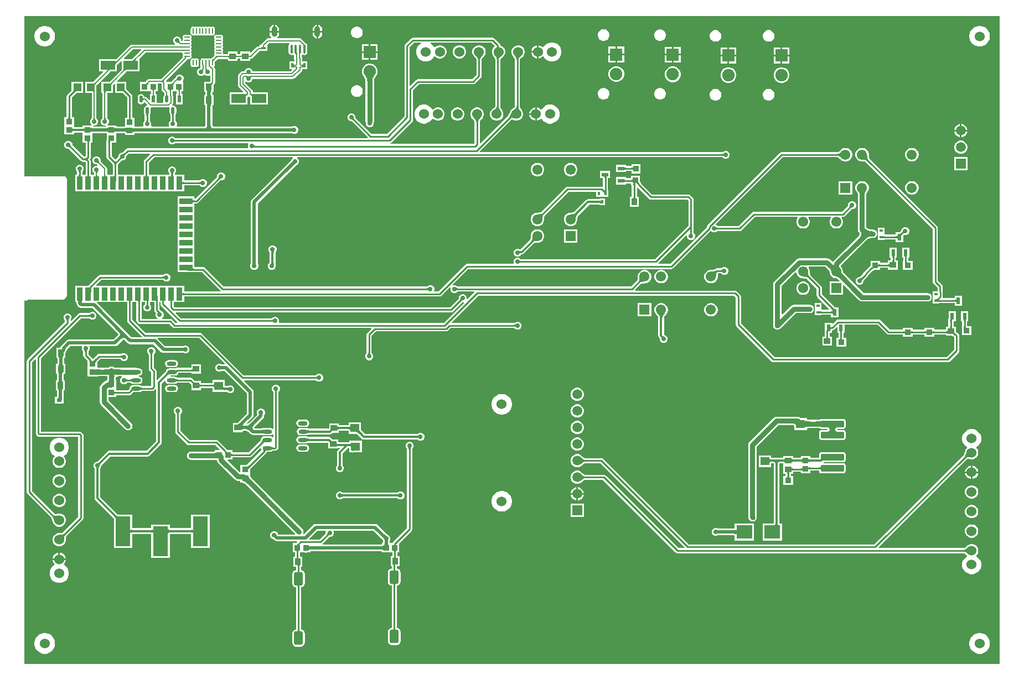
<source format=gtl>
G04*
G04 #@! TF.GenerationSoftware,Altium Limited,Altium Designer,22.11.1 (43)*
G04*
G04 Layer_Physical_Order=1*
G04 Layer_Color=255*
%FSLAX25Y25*%
%MOIN*%
G70*
G04*
G04 #@! TF.SameCoordinates,C35736E5-671D-4FAC-BA75-7313D2C136AC*
G04*
G04*
G04 #@! TF.FilePolarity,Positive*
G04*
G01*
G75*
%ADD10C,0.01000*%
%ADD12C,0.03000*%
%ADD13C,0.02000*%
%ADD15C,0.00787*%
%ADD19R,0.02008X0.01575*%
%ADD20R,0.02362X0.03937*%
%ADD21R,0.03740X0.03347*%
%ADD22R,0.03937X0.03543*%
%ADD23R,0.02756X0.01575*%
%ADD24O,0.00787X0.03347*%
%ADD25O,0.03347X0.00787*%
%ADD26R,0.12323X0.12323*%
%ADD27R,0.03543X0.03937*%
%ADD28R,0.07480X0.07087*%
G04:AMPARAMS|DCode=29|XSize=62.99mil|YSize=55.12mil|CornerRadius=13.78mil|HoleSize=0mil|Usage=FLASHONLY|Rotation=180.000|XOffset=0mil|YOffset=0mil|HoleType=Round|Shape=RoundedRectangle|*
%AMROUNDEDRECTD29*
21,1,0.06299,0.02756,0,0,180.0*
21,1,0.03543,0.05512,0,0,180.0*
1,1,0.02756,-0.01772,0.01378*
1,1,0.02756,0.01772,0.01378*
1,1,0.02756,0.01772,-0.01378*
1,1,0.02756,-0.01772,-0.01378*
%
%ADD29ROUNDEDRECTD29*%
%ADD30O,0.01575X0.05315*%
%ADD31R,0.01575X0.02756*%
%ADD32R,0.08661X0.05512*%
%ADD33R,0.09646X0.08465*%
%ADD34R,0.03347X0.03740*%
G04:AMPARAMS|DCode=35|XSize=41.54mil|YSize=20.57mil|CornerRadius=10.29mil|HoleSize=0mil|Usage=FLASHONLY|Rotation=270.000|XOffset=0mil|YOffset=0mil|HoleType=Round|Shape=RoundedRectangle|*
%AMROUNDEDRECTD35*
21,1,0.04154,0.00000,0,0,270.0*
21,1,0.02098,0.02057,0,0,270.0*
1,1,0.02057,0.00000,-0.01049*
1,1,0.02057,0.00000,0.01049*
1,1,0.02057,0.00000,0.01049*
1,1,0.02057,0.00000,-0.01049*
%
%ADD35ROUNDEDRECTD35*%
%ADD36R,0.02057X0.04154*%
%ADD37R,0.04724X0.04724*%
%ADD38R,0.03543X0.07874*%
%ADD39R,0.07874X0.03543*%
%ADD40R,0.05236X0.05236*%
%ADD41R,0.03937X0.02362*%
G04:AMPARAMS|DCode=42|XSize=55.12mil|YSize=82.68mil|CornerRadius=13.78mil|HoleSize=0mil|Usage=FLASHONLY|Rotation=0.000|XOffset=0mil|YOffset=0mil|HoleType=Round|Shape=RoundedRectangle|*
%AMROUNDEDRECTD42*
21,1,0.05512,0.05512,0,0,0.0*
21,1,0.02756,0.08268,0,0,0.0*
1,1,0.02756,0.01378,-0.02756*
1,1,0.02756,-0.01378,-0.02756*
1,1,0.02756,-0.01378,0.02756*
1,1,0.02756,0.01378,0.02756*
%
%ADD42ROUNDEDRECTD42*%
%ADD43R,0.05512X0.05118*%
%ADD44R,0.09055X0.17913*%
%ADD45R,0.03150X0.01968*%
%ADD46O,0.05709X0.02362*%
%ADD47R,0.01575X0.02008*%
G04:AMPARAMS|DCode=48|XSize=39.37mil|YSize=137.8mil|CornerRadius=1.97mil|HoleSize=0mil|Usage=FLASHONLY|Rotation=90.000|XOffset=0mil|YOffset=0mil|HoleType=Round|Shape=RoundedRectangle|*
%AMROUNDEDRECTD48*
21,1,0.03937,0.13386,0,0,90.0*
21,1,0.03543,0.13780,0,0,90.0*
1,1,0.00394,0.06693,0.01772*
1,1,0.00394,0.06693,-0.01772*
1,1,0.00394,-0.06693,-0.01772*
1,1,0.00394,-0.06693,0.01772*
%
%ADD48ROUNDEDRECTD48*%
G04:AMPARAMS|DCode=49|XSize=228.35mil|YSize=303.15mil|CornerRadius=2.28mil|HoleSize=0mil|Usage=FLASHONLY|Rotation=90.000|XOffset=0mil|YOffset=0mil|HoleType=Round|Shape=RoundedRectangle|*
%AMROUNDEDRECTD49*
21,1,0.22835,0.29858,0,0,90.0*
21,1,0.22378,0.30315,0,0,90.0*
1,1,0.00457,0.14929,0.11189*
1,1,0.00457,0.14929,-0.11189*
1,1,0.00457,-0.14929,-0.11189*
1,1,0.00457,-0.14929,0.11189*
%
%ADD49ROUNDEDRECTD49*%
%ADD80C,0.06102*%
%ADD81R,0.06102X0.06102*%
%ADD82R,0.06102X0.06102*%
%ADD86C,0.01398*%
%ADD87C,0.01358*%
%ADD88C,0.06000*%
%ADD89C,0.07500*%
%ADD90R,0.07500X0.07500*%
%ADD91O,0.03543X0.06299*%
%ADD92R,0.05906X0.05906*%
%ADD93C,0.05906*%
%ADD94C,0.02756*%
%ADD95C,0.03937*%
%ADD96C,0.01968*%
G36*
X588971Y1529D02*
X1529D01*
Y220344D01*
X2029Y220612D01*
X2110Y220558D01*
X2500Y220480D01*
X2890Y220558D01*
X3221Y220779D01*
X3413Y220971D01*
X24500D01*
X25085Y221087D01*
X25581Y221419D01*
X26581Y222419D01*
X26913Y222915D01*
X27029Y223500D01*
Y294000D01*
X26913Y294585D01*
X26581Y295081D01*
X26085Y295413D01*
X25500Y295529D01*
X1529D01*
Y391971D01*
X588971D01*
Y1529D01*
D02*
G37*
%LPC*%
G36*
X114906Y385795D02*
X114362Y385687D01*
X113921Y385392D01*
X113481Y385687D01*
X112937Y385795D01*
X112393Y385687D01*
X111953Y385392D01*
X111512Y385687D01*
X110968Y385795D01*
X110425Y385687D01*
X109984Y385392D01*
X109544Y385687D01*
X109000Y385795D01*
X108456Y385687D01*
X108016Y385392D01*
X107575Y385687D01*
X107032Y385795D01*
X106488Y385687D01*
X106047Y385392D01*
X105607Y385687D01*
X105063Y385795D01*
X104519Y385687D01*
X104079Y385392D01*
X103638Y385687D01*
X103094Y385795D01*
X102551Y385687D01*
X102090Y385379D01*
X101782Y384918D01*
X101673Y384374D01*
Y381815D01*
X101782Y381271D01*
X102090Y380810D01*
X102551Y380502D01*
X103094Y380394D01*
X103638Y380502D01*
X104079Y380796D01*
X104519Y380502D01*
X105063Y380394D01*
X105607Y380502D01*
X106047Y380796D01*
X106488Y380502D01*
X107032Y380394D01*
X107575Y380502D01*
X108016Y380796D01*
X108456Y380502D01*
X109000Y380394D01*
X109544Y380502D01*
X109984Y380796D01*
X110425Y380502D01*
X110968Y380394D01*
X111512Y380502D01*
X111953Y380796D01*
X112393Y380502D01*
X112937Y380394D01*
X113481Y380502D01*
X113921Y380796D01*
X114362Y380502D01*
X114906Y380394D01*
X115449Y380502D01*
X115910Y380810D01*
X116218Y381271D01*
X116326Y381815D01*
Y384374D01*
X116218Y384918D01*
X115910Y385379D01*
X115449Y385687D01*
X114906Y385795D01*
D02*
G37*
G36*
X152508Y386805D02*
Y383197D01*
X154803D01*
Y384075D01*
X154708Y384798D01*
X154429Y385473D01*
X153985Y386052D01*
X153406Y386496D01*
X152731Y386775D01*
X152508Y386805D01*
D02*
G37*
G36*
X151508D02*
X151284Y386775D01*
X150610Y386496D01*
X150031Y386052D01*
X149587Y385473D01*
X149308Y384798D01*
X149212Y384075D01*
Y383197D01*
X151508D01*
Y386805D01*
D02*
G37*
G36*
X178492D02*
Y383197D01*
X180788D01*
Y384075D01*
X180692Y384798D01*
X180413Y385473D01*
X179969Y386052D01*
X179390Y386496D01*
X178716Y386775D01*
X178492Y386805D01*
D02*
G37*
G36*
X177492D02*
X177269Y386775D01*
X176594Y386496D01*
X176015Y386052D01*
X175571Y385473D01*
X175292Y384798D01*
X175197Y384075D01*
Y383197D01*
X177492D01*
Y386805D01*
D02*
G37*
G36*
X202261Y385700D02*
X201339D01*
X200449Y385461D01*
X199651Y385001D01*
X198999Y384349D01*
X198538Y383551D01*
X198300Y382661D01*
Y381739D01*
X198538Y380849D01*
X198999Y380051D01*
X199651Y379399D01*
X200449Y378939D01*
X201339Y378700D01*
X202261D01*
X203151Y378939D01*
X203949Y379399D01*
X204601Y380051D01*
X205062Y380849D01*
X205300Y381739D01*
Y382661D01*
X205062Y383551D01*
X204601Y384349D01*
X203949Y385001D01*
X203151Y385461D01*
X202261Y385700D01*
D02*
G37*
G36*
X180788Y382197D02*
X178492D01*
Y378589D01*
X178716Y378619D01*
X179390Y378898D01*
X179969Y379342D01*
X180413Y379921D01*
X180692Y380595D01*
X180788Y381319D01*
Y382197D01*
D02*
G37*
G36*
X177492D02*
X175197D01*
Y381319D01*
X175292Y380595D01*
X175571Y379921D01*
X176015Y379342D01*
X176594Y378898D01*
X177269Y378619D01*
X177492Y378589D01*
Y382197D01*
D02*
G37*
G36*
X350761Y384200D02*
X349839D01*
X348949Y383962D01*
X348151Y383501D01*
X347499Y382849D01*
X347039Y382051D01*
X346800Y381161D01*
Y380239D01*
X347039Y379349D01*
X347499Y378551D01*
X348151Y377899D01*
X348949Y377438D01*
X349839Y377200D01*
X350761D01*
X351651Y377438D01*
X352449Y377899D01*
X353101Y378551D01*
X353561Y379349D01*
X353800Y380239D01*
Y381161D01*
X353561Y382051D01*
X353101Y382849D01*
X352449Y383501D01*
X351651Y383962D01*
X350761Y384200D01*
D02*
G37*
G36*
X384761Y384100D02*
X383839D01*
X382949Y383861D01*
X382151Y383401D01*
X381499Y382749D01*
X381038Y381951D01*
X380800Y381061D01*
Y380139D01*
X381038Y379249D01*
X381499Y378451D01*
X382151Y377799D01*
X382949Y377339D01*
X383839Y377100D01*
X384761D01*
X385651Y377339D01*
X386449Y377799D01*
X387101Y378451D01*
X387561Y379249D01*
X387800Y380139D01*
Y381061D01*
X387561Y381951D01*
X387101Y382749D01*
X386449Y383401D01*
X385651Y383861D01*
X384761Y384100D01*
D02*
G37*
G36*
X450261Y383600D02*
X449339D01*
X448449Y383362D01*
X447651Y382901D01*
X446999Y382249D01*
X446538Y381451D01*
X446300Y380561D01*
Y379639D01*
X446538Y378749D01*
X446999Y377951D01*
X447651Y377299D01*
X448449Y376838D01*
X449339Y376600D01*
X450261D01*
X451151Y376838D01*
X451949Y377299D01*
X452601Y377951D01*
X453061Y378749D01*
X453300Y379639D01*
Y380561D01*
X453061Y381451D01*
X452601Y382249D01*
X451949Y382901D01*
X451151Y383362D01*
X450261Y383600D01*
D02*
G37*
G36*
X418261D02*
X417339D01*
X416449Y383362D01*
X415651Y382901D01*
X414999Y382249D01*
X414538Y381451D01*
X414300Y380561D01*
Y379639D01*
X414538Y378749D01*
X414999Y377951D01*
X415651Y377299D01*
X416449Y376838D01*
X417339Y376600D01*
X418261D01*
X419151Y376838D01*
X419949Y377299D01*
X420601Y377951D01*
X421062Y378749D01*
X421300Y379639D01*
Y380561D01*
X421062Y381451D01*
X420601Y382249D01*
X419949Y382901D01*
X419151Y383362D01*
X418261Y383600D01*
D02*
G37*
G36*
X577384Y386138D02*
X576159D01*
X574958Y385899D01*
X573827Y385430D01*
X572809Y384750D01*
X571943Y383884D01*
X571263Y382866D01*
X570794Y381735D01*
X570555Y380534D01*
Y379309D01*
X570794Y378108D01*
X571263Y376977D01*
X571943Y375958D01*
X572809Y375093D01*
X573827Y374412D01*
X574958Y373944D01*
X576159Y373705D01*
X577384D01*
X578585Y373944D01*
X579716Y374412D01*
X580734Y375093D01*
X581600Y375958D01*
X582281Y376977D01*
X582749Y378108D01*
X582988Y379309D01*
Y380534D01*
X582749Y381735D01*
X582281Y382866D01*
X581600Y383884D01*
X580734Y384750D01*
X579716Y385430D01*
X578585Y385899D01*
X577384Y386138D01*
D02*
G37*
G36*
X14392D02*
X13167D01*
X11966Y385899D01*
X10835Y385430D01*
X9817Y384750D01*
X8951Y383884D01*
X8270Y382866D01*
X7802Y381735D01*
X7563Y380534D01*
Y379309D01*
X7802Y378108D01*
X8270Y376977D01*
X8951Y375958D01*
X9817Y375093D01*
X10835Y374412D01*
X11966Y373944D01*
X13167Y373705D01*
X14392D01*
X15593Y373944D01*
X16724Y374412D01*
X17742Y375093D01*
X18608Y375958D01*
X19289Y376977D01*
X19757Y378108D01*
X19996Y379309D01*
Y380534D01*
X19757Y381735D01*
X19289Y382866D01*
X18608Y383884D01*
X17742Y384750D01*
X16724Y385430D01*
X15593Y385899D01*
X14392Y386138D01*
D02*
G37*
G36*
X319965Y376244D02*
X318452D01*
X316991Y375853D01*
X315682Y375096D01*
X314612Y374027D01*
X314235Y373373D01*
X313610Y373291D01*
X313200Y373701D01*
X312288Y374227D01*
X311271Y374500D01*
X311244D01*
Y370500D01*
Y366500D01*
X311271D01*
X312288Y366773D01*
X313200Y367299D01*
X313610Y367709D01*
X314235Y367627D01*
X314612Y366973D01*
X315682Y365904D01*
X316991Y365147D01*
X318452Y364756D01*
X319965D01*
X321426Y365147D01*
X322736Y365904D01*
X323805Y366973D01*
X324561Y368283D01*
X324953Y369744D01*
Y371256D01*
X324561Y372717D01*
X323805Y374027D01*
X322736Y375096D01*
X321426Y375853D01*
X319965Y376244D01*
D02*
G37*
G36*
X310244Y374500D02*
X310217D01*
X309200Y374227D01*
X308288Y373701D01*
X307543Y372956D01*
X307017Y372044D01*
X306744Y371027D01*
Y371000D01*
X310244D01*
Y374500D01*
D02*
G37*
G36*
X214250Y375150D02*
X210000D01*
Y370900D01*
X214250D01*
Y375150D01*
D02*
G37*
G36*
X209000D02*
X204750D01*
Y370900D01*
X209000D01*
Y375150D01*
D02*
G37*
G36*
X154803Y382197D02*
X152008D01*
X149212D01*
Y381319D01*
X149308Y380595D01*
X149587Y379921D01*
X150031Y379342D01*
X150318Y379122D01*
X150148Y378622D01*
X148201D01*
X147657Y378514D01*
X147196Y378206D01*
X144495Y375505D01*
X144187Y375044D01*
X144112Y374665D01*
X143122D01*
Y373905D01*
X142484D01*
X141940Y373797D01*
X141479Y373489D01*
X137930Y369940D01*
X137469Y370131D01*
Y370614D01*
X131532D01*
Y369264D01*
X129969D01*
Y370614D01*
X124031D01*
Y369063D01*
X121649D01*
X121238Y369563D01*
X121248Y369610D01*
X121140Y370154D01*
X120845Y370595D01*
X121140Y371035D01*
X121248Y371579D01*
X121140Y372123D01*
X120845Y372563D01*
X121140Y373004D01*
X121248Y373547D01*
X121140Y374091D01*
X120845Y374532D01*
X121140Y374972D01*
X121248Y375516D01*
X121140Y376060D01*
X120845Y376500D01*
X121140Y376940D01*
X121248Y377484D01*
X121140Y378028D01*
X120845Y378468D01*
X121140Y378909D01*
X121248Y379453D01*
X121140Y379996D01*
X120832Y380458D01*
X120371Y380766D01*
X119827Y380874D01*
X117268D01*
X116724Y380766D01*
X116263Y380458D01*
X115955Y379996D01*
X115847Y379453D01*
X115955Y378909D01*
X116249Y378468D01*
X115955Y378028D01*
X115847Y377484D01*
X115955Y376940D01*
X116249Y376500D01*
X115955Y376060D01*
X115847Y375516D01*
X115955Y374972D01*
X116249Y374532D01*
X115955Y374091D01*
X115847Y373547D01*
X115955Y373004D01*
X116249Y372563D01*
X115955Y372123D01*
X115847Y371579D01*
X115955Y371035D01*
X116249Y370595D01*
X115955Y370154D01*
X115847Y369610D01*
X115955Y369066D01*
X116246Y368630D01*
X115550Y367934D01*
X115513Y367879D01*
X115500Y367868D01*
X115469Y367811D01*
X115307Y367570D01*
X114977Y367240D01*
X114736Y367079D01*
X114679Y367047D01*
X114669Y367034D01*
X114613Y366997D01*
X113917Y366301D01*
X113481Y366592D01*
X112937Y366701D01*
X112393Y366592D01*
X111953Y366298D01*
X111512Y366592D01*
X110968Y366701D01*
X110425Y366592D01*
X109984Y366298D01*
X109544Y366592D01*
X109000Y366701D01*
X108456Y366592D01*
X107995Y366284D01*
X107687Y365823D01*
X107579Y365280D01*
Y362720D01*
X107670Y362265D01*
Y360878D01*
X107527D01*
X106653Y360516D01*
X105984Y359847D01*
X105622Y358973D01*
Y358027D01*
X105984Y357153D01*
X106653Y356484D01*
X107527Y356122D01*
X108473D01*
X109347Y356484D01*
X110000Y357137D01*
X110653Y356484D01*
X111527Y356122D01*
X112473D01*
X113079Y356373D01*
X113579Y356063D01*
Y352866D01*
X113304Y352476D01*
X113265Y352468D01*
X109886D01*
Y347582D01*
X109878Y347544D01*
X109886Y347505D01*
Y346532D01*
X110555D01*
X110579Y346413D01*
X110618Y346002D01*
Y344932D01*
X110612Y344835D01*
X110582Y344603D01*
X110555Y344468D01*
X109886D01*
Y343495D01*
X109878Y343457D01*
X109886Y343418D01*
Y339582D01*
X109878Y339544D01*
X109886Y339505D01*
Y338531D01*
X110555D01*
X110579Y338413D01*
X110618Y338001D01*
Y326212D01*
X110586Y326031D01*
X110538Y325886D01*
X110486Y325790D01*
X110433Y325725D01*
X110368Y325671D01*
X110272Y325619D01*
X110126Y325571D01*
X109946Y325539D01*
X93510D01*
X93176Y326039D01*
X93378Y326527D01*
Y327473D01*
X93016Y328347D01*
X92751Y328612D01*
X92705Y328685D01*
X92644Y328750D01*
X92616Y328784D01*
X92593Y328818D01*
X92575Y328850D01*
X92560Y328883D01*
X92547Y328918D01*
X92536Y328956D01*
X92529Y328993D01*
Y332292D01*
X92531Y332315D01*
X92545Y332410D01*
X92565Y332503D01*
X92590Y332593D01*
X92620Y332683D01*
X92656Y332772D01*
X92699Y332861D01*
X92749Y332951D01*
X92821Y333065D01*
X92832Y333095D01*
X92911Y333213D01*
X92947Y333397D01*
X92963Y333436D01*
X92962Y333469D01*
X93068Y334004D01*
Y336102D01*
X92911Y336893D01*
X92462Y337564D01*
X91791Y338013D01*
X91000Y338170D01*
X90593Y338089D01*
X90347Y338550D01*
X90687Y338890D01*
X90995Y339351D01*
X91103Y339895D01*
Y343999D01*
X90995Y344543D01*
X90862Y344742D01*
Y346630D01*
X93319D01*
Y345024D01*
X92712D01*
Y338870D01*
X96769D01*
Y345024D01*
X96161D01*
Y346630D01*
X97232D01*
Y352370D01*
X96940D01*
X96733Y352870D01*
X97016Y353153D01*
X97378Y354027D01*
Y354973D01*
X97016Y355847D01*
X96347Y356516D01*
X95473Y356878D01*
X94527D01*
X93653Y356516D01*
X92984Y355847D01*
X92892Y355625D01*
X92867Y355595D01*
X92866Y355592D01*
X92865Y355590D01*
X92739Y355352D01*
X92694Y355275D01*
X92515Y355002D01*
X92478Y354954D01*
X92414Y354879D01*
X90487Y352952D01*
X90179Y352491D01*
X90168Y352433D01*
X90139Y352404D01*
X90100Y352370D01*
X86943D01*
X86720Y352844D01*
X99520Y365643D01*
X99828Y366104D01*
X99851Y366221D01*
X100732D01*
X101276Y366329D01*
X101737Y366637D01*
X102045Y367098D01*
X102153Y367642D01*
X102045Y368185D01*
X101751Y368626D01*
X102045Y369066D01*
X102153Y369610D01*
X102045Y370154D01*
X101751Y370595D01*
X102045Y371035D01*
X102153Y371579D01*
X102045Y372123D01*
X101751Y372563D01*
X102045Y373004D01*
X102153Y373547D01*
X102045Y374091D01*
X101751Y374532D01*
X102045Y374972D01*
X102153Y375516D01*
X102045Y376060D01*
X101751Y376500D01*
X102045Y376940D01*
X102153Y377484D01*
X102045Y378028D01*
X101751Y378468D01*
X102045Y378909D01*
X102153Y379453D01*
X102045Y379996D01*
X101737Y380458D01*
X101276Y380766D01*
X100732Y380874D01*
X98173D01*
X97629Y380766D01*
X97168Y380458D01*
X96860Y379996D01*
X96752Y379453D01*
X96860Y378909D01*
X97155Y378468D01*
X96860Y378028D01*
X96752Y377484D01*
X96429Y377104D01*
X96361Y377092D01*
X96235Y377148D01*
X96094Y377244D01*
X95899Y377422D01*
X95897Y377504D01*
X95878Y377593D01*
Y377973D01*
X95516Y378847D01*
X94847Y379516D01*
X93973Y379878D01*
X93027D01*
X92153Y379516D01*
X91484Y378847D01*
X91122Y377973D01*
Y377027D01*
X91484Y376153D01*
X92153Y375484D01*
X92305Y375421D01*
X92206Y374921D01*
X66134D01*
X65590Y374813D01*
X65129Y374505D01*
X56880Y366256D01*
X46669D01*
Y358744D01*
X48715D01*
X48906Y358282D01*
X43124Y352500D01*
X43006Y352390D01*
X42971Y352362D01*
X42909D01*
X42871Y352370D01*
X42832Y352362D01*
X38272D01*
Y345638D01*
X42079D01*
Y330591D01*
X42074Y330573D01*
X42064Y330541D01*
X42047Y330504D01*
X42023Y330459D01*
X41989Y330407D01*
X41945Y330348D01*
X41889Y330283D01*
X41802Y330192D01*
X41753Y330116D01*
X41484Y329847D01*
X41122Y328973D01*
Y328027D01*
X41484Y327153D01*
X41905Y326732D01*
X41698Y326232D01*
X41396D01*
X41358Y326240D01*
X41320Y326232D01*
X36630D01*
Y325240D01*
X36624Y325239D01*
X36544Y325232D01*
X31456D01*
X31376Y325239D01*
X31370Y325240D01*
Y331232D01*
X30029D01*
Y343000D01*
X32456Y345427D01*
X32527Y345490D01*
X32644Y345582D01*
X32725Y345638D01*
X36728D01*
Y352362D01*
X30004D01*
Y347330D01*
X29825Y347122D01*
X27419Y344715D01*
X27087Y344219D01*
X26971Y343634D01*
Y331232D01*
X25630D01*
Y325886D01*
Y320768D01*
X31370D01*
Y321760D01*
X31376Y321761D01*
X31456Y321768D01*
X36544D01*
X36624Y321761D01*
X36630Y321760D01*
Y315768D01*
X38471D01*
Y307633D01*
X38405Y307568D01*
X38349Y307523D01*
X38260Y307463D01*
X38171Y307412D01*
X38079Y307370D01*
X37984Y307335D01*
X37885Y307308D01*
X37779Y307287D01*
X37708Y307279D01*
X37383D01*
X30490Y314172D01*
X30470Y314203D01*
X30450Y314238D01*
X30434Y314272D01*
X30421Y314305D01*
X30412Y314341D01*
X30404Y314381D01*
X30400Y314425D01*
X30397Y314514D01*
X30378Y314598D01*
Y314973D01*
X30016Y315847D01*
X29347Y316516D01*
X28473Y316878D01*
X27527D01*
X26653Y316516D01*
X25984Y315847D01*
X25622Y314973D01*
Y314027D01*
X25984Y313153D01*
X26653Y312484D01*
X27527Y312122D01*
X27902D01*
X27986Y312103D01*
X28075Y312101D01*
X28119Y312096D01*
X28159Y312088D01*
X28194Y312078D01*
X28228Y312066D01*
X28262Y312050D01*
X28297Y312030D01*
X28328Y312010D01*
X35669Y304669D01*
X36165Y304337D01*
X36750Y304221D01*
X37708D01*
X37779Y304213D01*
X37885Y304192D01*
X37984Y304165D01*
X38079Y304130D01*
X38171Y304088D01*
X38260Y304037D01*
X38349Y303977D01*
X38405Y303932D01*
X38471Y303867D01*
Y296437D01*
X36365D01*
Y298171D01*
X36372Y298208D01*
X36383Y298247D01*
X36395Y298282D01*
X36411Y298314D01*
X36429Y298347D01*
X36452Y298380D01*
X36480Y298414D01*
X36541Y298479D01*
X36587Y298552D01*
X36852Y298817D01*
X37214Y299691D01*
Y300637D01*
X36852Y301511D01*
X36183Y302180D01*
X35309Y302542D01*
X34363D01*
X33489Y302180D01*
X32820Y301511D01*
X32458Y300637D01*
Y299691D01*
X32820Y298817D01*
X33085Y298552D01*
X33131Y298479D01*
X33192Y298414D01*
X33220Y298380D01*
X33243Y298347D01*
X33261Y298314D01*
X33276Y298282D01*
X33289Y298247D01*
X33300Y298208D01*
X33307Y298171D01*
Y296437D01*
X32228D01*
Y286563D01*
X97772D01*
Y289971D01*
X107007D01*
X107044Y289964D01*
X107082Y289953D01*
X107117Y289940D01*
X107150Y289925D01*
X107183Y289907D01*
X107216Y289884D01*
X107250Y289856D01*
X107315Y289795D01*
X107388Y289749D01*
X107653Y289484D01*
X108527Y289122D01*
X109473D01*
X110347Y289484D01*
X111016Y290153D01*
X111378Y291027D01*
Y291973D01*
X111016Y292847D01*
X110347Y293516D01*
X109473Y293878D01*
X108527D01*
X107653Y293516D01*
X107388Y293251D01*
X107315Y293205D01*
X107250Y293144D01*
X107216Y293116D01*
X107183Y293093D01*
X107150Y293075D01*
X107117Y293060D01*
X107082Y293047D01*
X107044Y293036D01*
X107007Y293029D01*
X97772D01*
Y296437D01*
X92029D01*
Y297007D01*
X92036Y297044D01*
X92047Y297082D01*
X92060Y297117D01*
X92075Y297150D01*
X92093Y297182D01*
X92116Y297216D01*
X92144Y297250D01*
X92205Y297315D01*
X92251Y297388D01*
X92516Y297653D01*
X92878Y298527D01*
Y299473D01*
X92516Y300347D01*
X91847Y301016D01*
X90973Y301378D01*
X90027D01*
X89153Y301016D01*
X88484Y300347D01*
X88122Y299473D01*
Y298527D01*
X88484Y297653D01*
X88749Y297388D01*
X88795Y297315D01*
X88856Y297250D01*
X88884Y297216D01*
X88907Y297182D01*
X88925Y297150D01*
X88940Y297117D01*
X88953Y297082D01*
X88964Y297044D01*
X88971Y297007D01*
Y296437D01*
X76444D01*
Y303722D01*
X79692Y306971D01*
X162954D01*
X163081Y306682D01*
X163108Y306471D01*
X162484Y305847D01*
X162145Y305029D01*
X138558Y281442D01*
X138116Y280780D01*
X137961Y280000D01*
Y242791D01*
X137622Y241973D01*
Y241027D01*
X137984Y240153D01*
X138653Y239484D01*
X139527Y239122D01*
X140473D01*
X141347Y239484D01*
X142016Y240153D01*
X142378Y241027D01*
Y241973D01*
X142039Y242791D01*
Y279155D01*
X165029Y302145D01*
X165847Y302484D01*
X166516Y303153D01*
X166878Y304027D01*
Y304973D01*
X166516Y305847D01*
X165892Y306471D01*
X165919Y306682D01*
X166046Y306971D01*
X421924D01*
X421961Y306964D01*
X421999Y306953D01*
X422034Y306940D01*
X422067Y306925D01*
X422099Y306907D01*
X422132Y306884D01*
X422167Y306856D01*
X422232Y306795D01*
X422305Y306749D01*
X422570Y306484D01*
X423444Y306122D01*
X424390D01*
X425264Y306484D01*
X425933Y307153D01*
X426295Y308027D01*
Y308973D01*
X425933Y309847D01*
X425264Y310516D01*
X424390Y310878D01*
X423444D01*
X422570Y310516D01*
X422305Y310251D01*
X422232Y310205D01*
X422167Y310144D01*
X422132Y310116D01*
X422099Y310093D01*
X422067Y310075D01*
X422034Y310060D01*
X421999Y310047D01*
X421961Y310036D01*
X421924Y310029D01*
X275846D01*
X275654Y310491D01*
X294732Y329569D01*
X294796Y329609D01*
X294864Y329638D01*
X294945Y329658D01*
X295051Y329668D01*
X295187Y329663D01*
X295357Y329637D01*
X295560Y329583D01*
X295795Y329499D01*
X296089Y329368D01*
X296109Y329364D01*
X296267Y329273D01*
X297284Y329000D01*
X298338D01*
X299355Y329273D01*
X300267Y329799D01*
X301012Y330544D01*
X301538Y331456D01*
X301811Y332473D01*
Y333527D01*
X301538Y334544D01*
X301138Y335237D01*
X301118Y335285D01*
X301118Y335285D01*
X301118Y335285D01*
X301118Y335285D01*
X301069Y335357D01*
X301012Y335456D01*
X300980Y335488D01*
X300862Y335662D01*
X300441Y336333D01*
X300137Y336898D01*
X300037Y337117D01*
X299963Y337309D01*
X299918Y337458D01*
X299901Y337542D01*
Y365786D01*
X299921Y365871D01*
X299960Y365976D01*
X300025Y366101D01*
X300121Y366243D01*
X300252Y366403D01*
X300421Y366576D01*
X300629Y366760D01*
X300875Y366954D01*
X301181Y367168D01*
X301204Y367192D01*
X301389Y367299D01*
X302134Y368044D01*
X302660Y368956D01*
X302933Y369973D01*
Y371027D01*
X302660Y372044D01*
X302134Y372956D01*
X301389Y373701D01*
X300477Y374227D01*
X299460Y374500D01*
X298407D01*
X297389Y374227D01*
X296477Y373701D01*
X295732Y372956D01*
X295206Y372044D01*
X294933Y371027D01*
Y369973D01*
X295206Y368956D01*
X295606Y368263D01*
X295626Y368215D01*
X295675Y368143D01*
X295732Y368044D01*
X295764Y368012D01*
X295882Y367839D01*
X296303Y367167D01*
X296607Y366602D01*
X296707Y366383D01*
X296781Y366191D01*
X296826Y366042D01*
X296843Y365958D01*
Y337714D01*
X296824Y337629D01*
X296784Y337524D01*
X296719Y337400D01*
X296623Y337257D01*
X296492Y337097D01*
X296323Y336924D01*
X296115Y336739D01*
X295869Y336546D01*
X295564Y336332D01*
X295540Y336308D01*
X295355Y336201D01*
X294610Y335456D01*
X294084Y334544D01*
X294064Y334470D01*
X293714Y333702D01*
X293172Y332621D01*
X292884Y332126D01*
X292776Y331962D01*
X292706Y331869D01*
X276180Y315343D01*
X275718Y315534D01*
Y328320D01*
X275738Y328411D01*
X275782Y328541D01*
X275855Y328701D01*
X275960Y328888D01*
X276099Y329099D01*
X276266Y329321D01*
X276733Y329855D01*
X277015Y330142D01*
X277068Y330222D01*
X277390Y330544D01*
X277916Y331456D01*
X278189Y332473D01*
Y333527D01*
X277916Y334544D01*
X277390Y335456D01*
X276645Y336201D01*
X275733Y336727D01*
X274716Y337000D01*
X273662D01*
X272645Y336727D01*
X271733Y336201D01*
X270988Y335456D01*
X270462Y334544D01*
X270189Y333527D01*
Y332473D01*
X270462Y331456D01*
X270988Y330544D01*
X271310Y330222D01*
X271363Y330142D01*
X271645Y329855D01*
X272112Y329321D01*
X272279Y329099D01*
X272418Y328888D01*
X272523Y328701D01*
X272596Y328541D01*
X272640Y328411D01*
X272660Y328320D01*
Y315444D01*
X272284Y315069D01*
X222043D01*
X221994Y315569D01*
X222085Y315587D01*
X222581Y315919D01*
X235081Y328419D01*
X235413Y328915D01*
X235529Y329500D01*
Y347366D01*
X239134Y350971D01*
X271837D01*
X272422Y351087D01*
X272919Y351419D01*
X276393Y354892D01*
X276724Y355389D01*
X276840Y355974D01*
Y365820D01*
X276860Y365911D01*
X276904Y366041D01*
X276977Y366201D01*
X277082Y366388D01*
X277221Y366599D01*
X277388Y366821D01*
X277855Y367355D01*
X278137Y367642D01*
X278190Y367722D01*
X278512Y368044D01*
X279038Y368956D01*
X279311Y369973D01*
Y371027D01*
X279038Y372044D01*
X278512Y372956D01*
X277767Y373701D01*
X276855Y374227D01*
X275838Y374500D01*
X274784D01*
X273767Y374227D01*
X272855Y373701D01*
X272110Y372956D01*
X271584Y372044D01*
X271311Y371027D01*
Y369973D01*
X271584Y368956D01*
X272110Y368044D01*
X272432Y367722D01*
X272485Y367642D01*
X272767Y367355D01*
X273234Y366821D01*
X273401Y366599D01*
X273540Y366388D01*
X273645Y366201D01*
X273718Y366041D01*
X273762Y365911D01*
X273782Y365820D01*
Y356607D01*
X271204Y354029D01*
X238500D01*
X237915Y353913D01*
X237419Y353581D01*
X233991Y350154D01*
X233529Y350346D01*
Y373366D01*
X236134Y375971D01*
X240212D01*
X240346Y375471D01*
X239697Y375096D01*
X238628Y374027D01*
X237872Y372717D01*
X237480Y371256D01*
Y369744D01*
X237872Y368283D01*
X238628Y366973D01*
X239697Y365904D01*
X241007Y365147D01*
X242468Y364756D01*
X243981D01*
X245442Y365147D01*
X246751Y365904D01*
X247821Y366973D01*
X248198Y367627D01*
X248823Y367709D01*
X249233Y367299D01*
X250145Y366773D01*
X251162Y366500D01*
X252216D01*
X253233Y366773D01*
X254145Y367299D01*
X254890Y368044D01*
X255416Y368956D01*
X255689Y369973D01*
Y371027D01*
X255416Y372044D01*
X254890Y372956D01*
X254145Y373701D01*
X253233Y374227D01*
X252216Y374500D01*
X251162D01*
X250145Y374227D01*
X249233Y373701D01*
X248823Y373291D01*
X248198Y373373D01*
X247821Y374027D01*
X246751Y375096D01*
X246103Y375471D01*
X246237Y375971D01*
X282867D01*
X284721Y374116D01*
X284666Y373701D01*
X283921Y372956D01*
X283395Y372044D01*
X283122Y371027D01*
Y369973D01*
X283395Y368956D01*
X283795Y368263D01*
X283815Y368215D01*
X283815Y368215D01*
X283815Y368215D01*
X283815Y368215D01*
X283864Y368143D01*
X283921Y368044D01*
X283953Y368012D01*
X284071Y367838D01*
X284492Y367167D01*
X284796Y366602D01*
X284896Y366383D01*
X284970Y366191D01*
X285015Y366042D01*
X285032Y365958D01*
Y337714D01*
X285013Y337629D01*
X284973Y337524D01*
X284908Y337400D01*
X284812Y337257D01*
X284681Y337097D01*
X284512Y336924D01*
X284304Y336739D01*
X284058Y336546D01*
X283752Y336332D01*
X283729Y336308D01*
X283544Y336201D01*
X282799Y335456D01*
X282273Y334544D01*
X282000Y333527D01*
Y332473D01*
X282273Y331456D01*
X282799Y330544D01*
X283544Y329799D01*
X284456Y329273D01*
X285473Y329000D01*
X286527D01*
X287544Y329273D01*
X288456Y329799D01*
X289201Y330544D01*
X289727Y331456D01*
X290000Y332473D01*
Y333527D01*
X289727Y334544D01*
X289327Y335237D01*
X289307Y335285D01*
X289258Y335357D01*
X289201Y335456D01*
X289169Y335488D01*
X289051Y335662D01*
X288630Y336333D01*
X288326Y336898D01*
X288226Y337117D01*
X288152Y337309D01*
X288107Y337458D01*
X288090Y337542D01*
Y365786D01*
X288109Y365871D01*
X288149Y365976D01*
X288214Y366101D01*
X288310Y366243D01*
X288441Y366403D01*
X288610Y366576D01*
X288818Y366760D01*
X289065Y366954D01*
X289370Y367168D01*
X289393Y367192D01*
X289578Y367299D01*
X290323Y368044D01*
X290849Y368956D01*
X291122Y369973D01*
Y371027D01*
X290849Y372044D01*
X290323Y372956D01*
X289578Y373701D01*
X288666Y374227D01*
X288158Y374363D01*
Y374371D01*
X288042Y374956D01*
X287710Y375452D01*
X284581Y378581D01*
X284085Y378913D01*
X283500Y379029D01*
X235500D01*
X234915Y378913D01*
X234419Y378581D01*
X230919Y375081D01*
X230587Y374585D01*
X230471Y374000D01*
Y331633D01*
X219866Y321029D01*
X210633D01*
X200991Y330672D01*
X200970Y330703D01*
X200950Y330738D01*
X200934Y330772D01*
X200922Y330805D01*
X200912Y330841D01*
X200904Y330881D01*
X200900Y330925D01*
X200897Y331014D01*
X200878Y331098D01*
Y331473D01*
X200516Y332347D01*
X199847Y333016D01*
X198973Y333378D01*
X198027D01*
X197153Y333016D01*
X196484Y332347D01*
X196122Y331473D01*
Y330527D01*
X196484Y329653D01*
X197153Y328984D01*
X198027Y328622D01*
X198402D01*
X198486Y328603D01*
X198575Y328601D01*
X198619Y328596D01*
X198659Y328588D01*
X198695Y328578D01*
X198728Y328566D01*
X198762Y328550D01*
X198797Y328530D01*
X198828Y328509D01*
X208346Y318991D01*
X208154Y318529D01*
X92493D01*
X92456Y318536D01*
X92417Y318547D01*
X92383Y318560D01*
X92350Y318575D01*
X92317Y318593D01*
X92284Y318616D01*
X92250Y318644D01*
X92185Y318705D01*
X92112Y318751D01*
X91847Y319016D01*
X90973Y319378D01*
X90027D01*
X89153Y319016D01*
X88484Y318347D01*
X88122Y317473D01*
Y316527D01*
X88484Y315653D01*
X89153Y314984D01*
X90027Y314622D01*
X90973D01*
X91847Y314984D01*
X92112Y315249D01*
X92185Y315295D01*
X92250Y315356D01*
X92284Y315384D01*
X92317Y315407D01*
X92350Y315425D01*
X92383Y315440D01*
X92418Y315453D01*
X92456Y315464D01*
X92493Y315471D01*
X136332D01*
X136524Y315009D01*
X136484Y314969D01*
X136122Y314095D01*
Y313149D01*
X136278Y312773D01*
X135943Y312274D01*
X63744D01*
X63159Y312157D01*
X62663Y311825D01*
X60828Y309991D01*
X60797Y309969D01*
X60762Y309950D01*
X60728Y309934D01*
X60694Y309922D01*
X60659Y309912D01*
X60619Y309904D01*
X60575Y309899D01*
X60486Y309897D01*
X60402Y309878D01*
X60027D01*
X59153Y309516D01*
X58484Y308847D01*
X58122Y307973D01*
Y307598D01*
X58103Y307514D01*
X58100Y307425D01*
X58096Y307381D01*
X58088Y307341D01*
X58078Y307306D01*
X58066Y307272D01*
X58050Y307238D01*
X58030Y307203D01*
X58009Y307172D01*
X56272Y305434D01*
X54029Y307677D01*
Y315768D01*
X56870D01*
Y321418D01*
X56958Y321432D01*
X57336Y321461D01*
X61588D01*
X61737Y321448D01*
X61951Y321412D01*
X62103Y321372D01*
X62130Y321360D01*
Y320268D01*
X67870D01*
Y321360D01*
X67897Y321372D01*
X68049Y321412D01*
X68263Y321448D01*
X68412Y321461D01*
X162709D01*
X163527Y321122D01*
X164473D01*
X165347Y321484D01*
X166016Y322153D01*
X166378Y323027D01*
Y323973D01*
X166016Y324847D01*
X165347Y325516D01*
X164473Y325878D01*
X163527D01*
X162709Y325539D01*
X115369D01*
X115189Y325571D01*
X115043Y325619D01*
X114947Y325671D01*
X114882Y325725D01*
X114829Y325790D01*
X114777Y325886D01*
X114728Y326031D01*
X114697Y326212D01*
Y338068D01*
X114703Y338165D01*
X114733Y338397D01*
X114760Y338531D01*
X115429D01*
Y339505D01*
X115437Y339544D01*
X115429Y339582D01*
Y343418D01*
X115437Y343457D01*
X115429Y343495D01*
Y344468D01*
X114760D01*
X114736Y344587D01*
X114697Y344999D01*
Y346068D01*
X114703Y346165D01*
X114733Y346397D01*
X114760Y346532D01*
X115429D01*
Y347505D01*
X115437Y347544D01*
X115429Y347582D01*
Y350305D01*
X115437Y350343D01*
X115429Y350381D01*
Y350439D01*
X115540Y350569D01*
X116005Y351035D01*
X116313Y351496D01*
X116421Y352039D01*
Y360098D01*
X116313Y360642D01*
X116005Y361103D01*
X115864Y361244D01*
X115910Y361716D01*
X116218Y362177D01*
X116326Y362720D01*
Y364676D01*
X116393Y364753D01*
X116744Y364987D01*
X117560Y365804D01*
X117800Y366163D01*
X117864Y366221D01*
X124031D01*
Y365071D01*
X129969D01*
Y366422D01*
X131532D01*
Y365071D01*
X137469D01*
Y366422D01*
X137843D01*
X138386Y366530D01*
X138847Y366838D01*
X143073Y371063D01*
X145106D01*
X145244Y371091D01*
X147878D01*
Y374665D01*
X147878Y374665D01*
X147878D01*
X148088Y375078D01*
X148789Y375780D01*
X160934D01*
X161072Y375493D01*
X161123Y375280D01*
X160757Y374733D01*
X160618Y374035D01*
Y370295D01*
X160757Y369598D01*
X161152Y369007D01*
X161743Y368612D01*
X162441Y368473D01*
X163138Y368612D01*
X163465Y368830D01*
X163965Y368562D01*
Y366206D01*
X164073Y365662D01*
X164185Y365494D01*
Y364878D01*
X161091D01*
Y360122D01*
X162609D01*
X162817Y359622D01*
X162009Y358815D01*
X138878D01*
Y358973D01*
X138516Y359847D01*
X137847Y360516D01*
X136973Y360878D01*
X136027D01*
X135153Y360516D01*
X134484Y359847D01*
X134122Y358973D01*
Y358815D01*
X132946D01*
X132402Y358706D01*
X131941Y358399D01*
X130433Y356890D01*
X130125Y356429D01*
X130017Y355885D01*
Y350508D01*
X130125Y349964D01*
X130433Y349503D01*
X133219Y346718D01*
X133027Y346256D01*
X125169D01*
Y338744D01*
X135831D01*
Y343222D01*
X135939Y343244D01*
X136400Y343552D01*
X136750Y343902D01*
X137100Y343552D01*
X137561Y343244D01*
X137669Y343222D01*
Y338744D01*
X148331D01*
Y346256D01*
X139065D01*
Y346830D01*
X138956Y347374D01*
X138648Y347835D01*
X134646Y351837D01*
Y352338D01*
X135108Y352529D01*
X135153Y352484D01*
X136027Y352122D01*
X136973D01*
X137847Y352484D01*
X138516Y353153D01*
X138878Y354027D01*
Y354185D01*
X163338D01*
X163882Y354293D01*
X164343Y354602D01*
X168398Y358657D01*
X168707Y359118D01*
X168815Y359662D01*
Y360095D01*
X169728D01*
X169866Y360122D01*
X171909D01*
Y364878D01*
X168815D01*
Y366725D01*
X168707Y367269D01*
X168594Y367437D01*
Y368562D01*
X169094Y368830D01*
X169421Y368612D01*
X170118Y368473D01*
X170816Y368612D01*
X171407Y369007D01*
X171802Y369598D01*
X171941Y370295D01*
Y374035D01*
X171802Y374733D01*
X171407Y375324D01*
X171107Y375525D01*
X171085Y375547D01*
X170972Y375716D01*
X168483Y378206D01*
X168022Y378514D01*
X167478Y378622D01*
X153867D01*
X153698Y379122D01*
X153985Y379342D01*
X154429Y379921D01*
X154708Y380595D01*
X154803Y381319D01*
Y382197D01*
D02*
G37*
G36*
X362750Y373650D02*
X358500D01*
Y369400D01*
X362750D01*
Y373650D01*
D02*
G37*
G36*
X357500D02*
X353250D01*
Y369400D01*
X357500D01*
Y373650D01*
D02*
G37*
G36*
X396750Y373550D02*
X392500D01*
Y369300D01*
X396750D01*
Y373550D01*
D02*
G37*
G36*
X391500D02*
X387250D01*
Y369300D01*
X391500D01*
Y373550D01*
D02*
G37*
G36*
X462250Y373050D02*
X458000D01*
Y368800D01*
X462250D01*
Y373050D01*
D02*
G37*
G36*
X430250D02*
X426000D01*
Y368800D01*
X430250D01*
Y373050D01*
D02*
G37*
G36*
X457000D02*
X452750D01*
Y368800D01*
X457000D01*
Y373050D01*
D02*
G37*
G36*
X425000D02*
X420750D01*
Y368800D01*
X425000D01*
Y373050D01*
D02*
G37*
G36*
X310244Y370000D02*
X306744D01*
Y369973D01*
X307017Y368956D01*
X307543Y368044D01*
X308288Y367299D01*
X309200Y366773D01*
X310217Y366500D01*
X310244D01*
Y370000D01*
D02*
G37*
G36*
X264027Y374500D02*
X262973D01*
X261956Y374227D01*
X261044Y373701D01*
X260299Y372956D01*
X259773Y372044D01*
X259500Y371027D01*
Y369973D01*
X259773Y368956D01*
X260299Y368044D01*
X261044Y367299D01*
X261956Y366773D01*
X262973Y366500D01*
X264027D01*
X265044Y366773D01*
X265956Y367299D01*
X266701Y368044D01*
X267227Y368956D01*
X267500Y369973D01*
Y371027D01*
X267227Y372044D01*
X266701Y372956D01*
X265956Y373701D01*
X265044Y374227D01*
X264027Y374500D01*
D02*
G37*
G36*
X105063Y366701D02*
X104519Y366592D01*
X104079Y366298D01*
X103638Y366592D01*
X103094Y366701D01*
X102551Y366592D01*
X102090Y366284D01*
X101782Y365823D01*
X101673Y365280D01*
Y362720D01*
X101782Y362177D01*
X102090Y361716D01*
X102551Y361408D01*
X103094Y361299D01*
X103638Y361408D01*
X104079Y361702D01*
X104519Y361408D01*
X105063Y361299D01*
X105607Y361408D01*
X106068Y361716D01*
X106376Y362177D01*
X106484Y362720D01*
Y365280D01*
X106376Y365823D01*
X106068Y366284D01*
X105607Y366592D01*
X105063Y366701D01*
D02*
G37*
G36*
X214250Y369900D02*
X210000D01*
Y365650D01*
X214250D01*
Y369900D01*
D02*
G37*
G36*
X209000D02*
X204750D01*
Y365650D01*
X209000D01*
Y369900D01*
D02*
G37*
G36*
X362750Y368400D02*
X358500D01*
Y364150D01*
X362750D01*
Y368400D01*
D02*
G37*
G36*
X357500D02*
X353250D01*
Y364150D01*
X357500D01*
Y368400D01*
D02*
G37*
G36*
X396750Y368300D02*
X392500D01*
Y364050D01*
X396750D01*
Y368300D01*
D02*
G37*
G36*
X391500D02*
X387250D01*
Y364050D01*
X391500D01*
Y368300D01*
D02*
G37*
G36*
X462250Y367800D02*
X458000D01*
Y363550D01*
X462250D01*
Y367800D01*
D02*
G37*
G36*
X457000D02*
X452750D01*
Y363550D01*
X457000D01*
Y367800D01*
D02*
G37*
G36*
X430250D02*
X426000D01*
Y363550D01*
X430250D01*
Y367800D01*
D02*
G37*
G36*
X425000D02*
X420750D01*
Y363550D01*
X425000D01*
Y367800D01*
D02*
G37*
G36*
X358625Y361850D02*
X357375D01*
X356167Y361526D01*
X355083Y360901D01*
X354199Y360017D01*
X353574Y358933D01*
X353250Y357725D01*
Y356475D01*
X353574Y355267D01*
X354199Y354183D01*
X355083Y353299D01*
X356167Y352674D01*
X357375Y352350D01*
X358625D01*
X359833Y352674D01*
X360917Y353299D01*
X361801Y354183D01*
X362426Y355267D01*
X362750Y356475D01*
Y357725D01*
X362426Y358933D01*
X361801Y360017D01*
X360917Y360901D01*
X359833Y361526D01*
X358625Y361850D01*
D02*
G37*
G36*
X392625Y361750D02*
X391375D01*
X390167Y361426D01*
X389083Y360801D01*
X388199Y359917D01*
X387574Y358833D01*
X387250Y357625D01*
Y356375D01*
X387574Y355167D01*
X388199Y354083D01*
X389083Y353199D01*
X390167Y352574D01*
X391375Y352250D01*
X392625D01*
X393833Y352574D01*
X394917Y353199D01*
X395801Y354083D01*
X396426Y355167D01*
X396750Y356375D01*
Y357625D01*
X396426Y358833D01*
X395801Y359917D01*
X394917Y360801D01*
X393833Y361426D01*
X392625Y361750D01*
D02*
G37*
G36*
X458125Y361250D02*
X456875D01*
X455667Y360926D01*
X454583Y360301D01*
X453699Y359417D01*
X453074Y358333D01*
X452750Y357125D01*
Y355875D01*
X453074Y354667D01*
X453699Y353583D01*
X454583Y352699D01*
X455667Y352074D01*
X456875Y351750D01*
X458125D01*
X459333Y352074D01*
X460417Y352699D01*
X461301Y353583D01*
X461926Y354667D01*
X462250Y355875D01*
Y357125D01*
X461926Y358333D01*
X461301Y359417D01*
X460417Y360301D01*
X459333Y360926D01*
X458125Y361250D01*
D02*
G37*
G36*
X426125D02*
X424875D01*
X423667Y360926D01*
X422583Y360301D01*
X421699Y359417D01*
X421074Y358333D01*
X420750Y357125D01*
Y355875D01*
X421074Y354667D01*
X421699Y353583D01*
X422583Y352699D01*
X423667Y352074D01*
X424875Y351750D01*
X426125D01*
X427333Y352074D01*
X428417Y352699D01*
X429301Y353583D01*
X429926Y354667D01*
X430250Y355875D01*
Y357125D01*
X429926Y358333D01*
X429301Y359417D01*
X428417Y360301D01*
X427333Y360926D01*
X426125Y361250D01*
D02*
G37*
G36*
X202261Y350300D02*
X201339D01*
X200449Y350061D01*
X199651Y349601D01*
X198999Y348949D01*
X198538Y348151D01*
X198300Y347261D01*
Y346339D01*
X198538Y345449D01*
X198999Y344651D01*
X199651Y343999D01*
X200449Y343538D01*
X201339Y343300D01*
X202261D01*
X203151Y343538D01*
X203949Y343999D01*
X204601Y344651D01*
X205062Y345449D01*
X205300Y346339D01*
Y347261D01*
X205062Y348151D01*
X204601Y348949D01*
X203949Y349601D01*
X203151Y350061D01*
X202261Y350300D01*
D02*
G37*
G36*
X350761Y348800D02*
X349839D01*
X348949Y348562D01*
X348151Y348101D01*
X347499Y347449D01*
X347039Y346651D01*
X346800Y345761D01*
Y344839D01*
X347039Y343949D01*
X347499Y343151D01*
X348151Y342499D01*
X348949Y342038D01*
X349839Y341800D01*
X350761D01*
X351651Y342038D01*
X352449Y342499D01*
X353101Y343151D01*
X353561Y343949D01*
X353800Y344839D01*
Y345761D01*
X353561Y346651D01*
X353101Y347449D01*
X352449Y348101D01*
X351651Y348562D01*
X350761Y348800D01*
D02*
G37*
G36*
X384761Y348700D02*
X383839D01*
X382949Y348462D01*
X382151Y348001D01*
X381499Y347349D01*
X381038Y346551D01*
X380800Y345661D01*
Y344739D01*
X381038Y343849D01*
X381499Y343051D01*
X382151Y342399D01*
X382949Y341938D01*
X383839Y341700D01*
X384761D01*
X385651Y341938D01*
X386449Y342399D01*
X387101Y343051D01*
X387561Y343849D01*
X387800Y344739D01*
Y345661D01*
X387561Y346551D01*
X387101Y347349D01*
X386449Y348001D01*
X385651Y348462D01*
X384761Y348700D01*
D02*
G37*
G36*
X450261Y348200D02*
X449339D01*
X448449Y347961D01*
X447651Y347501D01*
X446999Y346849D01*
X446538Y346051D01*
X446300Y345161D01*
Y344239D01*
X446538Y343349D01*
X446999Y342551D01*
X447651Y341899D01*
X448449Y341439D01*
X449339Y341200D01*
X450261D01*
X451151Y341439D01*
X451949Y341899D01*
X452601Y342551D01*
X453061Y343349D01*
X453300Y344239D01*
Y345161D01*
X453061Y346051D01*
X452601Y346849D01*
X451949Y347501D01*
X451151Y347961D01*
X450261Y348200D01*
D02*
G37*
G36*
X418261D02*
X417339D01*
X416449Y347961D01*
X415651Y347501D01*
X414999Y346849D01*
X414538Y346051D01*
X414300Y345161D01*
Y344239D01*
X414538Y343349D01*
X414999Y342551D01*
X415651Y341899D01*
X416449Y341439D01*
X417339Y341200D01*
X418261D01*
X419151Y341439D01*
X419949Y341899D01*
X420601Y342551D01*
X421062Y343349D01*
X421300Y344239D01*
Y345161D01*
X421062Y346051D01*
X420601Y346849D01*
X419949Y347501D01*
X419151Y347961D01*
X418261Y348200D01*
D02*
G37*
G36*
X318843Y338744D02*
X317330D01*
X315869Y338353D01*
X314560Y337596D01*
X313490Y336527D01*
X313113Y335873D01*
X312488Y335791D01*
X312078Y336201D01*
X311166Y336727D01*
X310149Y337000D01*
X310122D01*
Y333000D01*
Y329000D01*
X310149D01*
X311166Y329273D01*
X312078Y329799D01*
X312488Y330209D01*
X313113Y330127D01*
X313490Y329473D01*
X314560Y328404D01*
X315869Y327647D01*
X317330Y327256D01*
X318843D01*
X320304Y327647D01*
X321614Y328404D01*
X322683Y329473D01*
X323439Y330783D01*
X323831Y332244D01*
Y333756D01*
X323439Y335217D01*
X322683Y336527D01*
X321614Y337596D01*
X320304Y338353D01*
X318843Y338744D01*
D02*
G37*
G36*
X309122Y337000D02*
X309095D01*
X308078Y336727D01*
X307166Y336201D01*
X306421Y335456D01*
X305895Y334544D01*
X305622Y333527D01*
Y333500D01*
X309122D01*
Y337000D01*
D02*
G37*
G36*
Y332500D02*
X305622D01*
Y332473D01*
X305895Y331456D01*
X306421Y330544D01*
X307166Y329799D01*
X308078Y329273D01*
X309095Y329000D01*
X309122D01*
Y332500D01*
D02*
G37*
G36*
X262905Y337000D02*
X261851D01*
X260834Y336727D01*
X259922Y336201D01*
X259177Y335456D01*
X258650Y334544D01*
X258378Y333527D01*
Y332473D01*
X258650Y331456D01*
X259177Y330544D01*
X259922Y329799D01*
X260834Y329273D01*
X261851Y329000D01*
X262905D01*
X263922Y329273D01*
X264834Y329799D01*
X265579Y330544D01*
X266105Y331456D01*
X266378Y332473D01*
Y333527D01*
X266105Y334544D01*
X265579Y335456D01*
X264834Y336201D01*
X263922Y336727D01*
X262905Y337000D01*
D02*
G37*
G36*
X242859Y338744D02*
X241346D01*
X239885Y338353D01*
X238575Y337596D01*
X237506Y336527D01*
X236750Y335217D01*
X236358Y333756D01*
Y332244D01*
X236750Y330783D01*
X237506Y329473D01*
X238575Y328404D01*
X239885Y327647D01*
X241346Y327256D01*
X242859D01*
X244320Y327647D01*
X245629Y328404D01*
X246699Y329473D01*
X247076Y330127D01*
X247701Y330209D01*
X248111Y329799D01*
X249023Y329273D01*
X250040Y329000D01*
X251094D01*
X252111Y329273D01*
X253023Y329799D01*
X253768Y330544D01*
X254294Y331456D01*
X254567Y332473D01*
Y333527D01*
X254294Y334544D01*
X253768Y335456D01*
X253023Y336201D01*
X252111Y336727D01*
X251094Y337000D01*
X250040D01*
X249023Y336727D01*
X248111Y336201D01*
X247701Y335791D01*
X247076Y335873D01*
X246699Y336527D01*
X245629Y337596D01*
X244320Y338353D01*
X242859Y338744D01*
D02*
G37*
G36*
X210125Y363350D02*
X208875D01*
X207667Y363026D01*
X206583Y362401D01*
X205699Y361517D01*
X205074Y360433D01*
X204750Y359225D01*
Y357975D01*
X205074Y356767D01*
X205699Y355683D01*
X206087Y355296D01*
X206130Y355226D01*
X206313Y355030D01*
X206449Y354857D01*
X206568Y354672D01*
X206673Y354474D01*
X206763Y354261D01*
X206839Y354030D01*
X206899Y353781D01*
X206943Y353512D01*
X206951Y353430D01*
Y328500D01*
X207122Y327640D01*
Y327027D01*
X207484Y326153D01*
X208153Y325484D01*
X209027Y325122D01*
X209973D01*
X210847Y325484D01*
X211516Y326153D01*
X211878Y327027D01*
Y327640D01*
X212049Y328500D01*
Y353430D01*
X212057Y353512D01*
X212101Y353781D01*
X212161Y354030D01*
X212237Y354260D01*
X212327Y354474D01*
X212432Y354672D01*
X212551Y354857D01*
X212687Y355030D01*
X212870Y355226D01*
X212913Y355296D01*
X213301Y355683D01*
X213926Y356767D01*
X214250Y357975D01*
Y359225D01*
X213926Y360433D01*
X213301Y361517D01*
X212417Y362401D01*
X211333Y363026D01*
X210125Y363350D01*
D02*
G37*
G36*
X566020Y326953D02*
X566000D01*
Y323500D01*
X569453D01*
Y323520D01*
X569183Y324526D01*
X568663Y325427D01*
X567927Y326163D01*
X567026Y326683D01*
X566020Y326953D01*
D02*
G37*
G36*
X565000D02*
X564980D01*
X563974Y326683D01*
X563073Y326163D01*
X562337Y325427D01*
X561817Y324526D01*
X561547Y323520D01*
Y323500D01*
X565000D01*
Y326953D01*
D02*
G37*
G36*
X569453Y322500D02*
X566000D01*
Y319047D01*
X566020D01*
X567026Y319317D01*
X567927Y319837D01*
X568663Y320573D01*
X569183Y321474D01*
X569453Y322480D01*
Y322500D01*
D02*
G37*
G36*
X565000D02*
X561547D01*
Y322480D01*
X561817Y321474D01*
X562337Y320573D01*
X563073Y319837D01*
X563974Y319317D01*
X564980Y319047D01*
X565000D01*
Y322500D01*
D02*
G37*
G36*
X566020Y316953D02*
X564980D01*
X563974Y316683D01*
X563073Y316163D01*
X562337Y315427D01*
X561817Y314526D01*
X561547Y313520D01*
Y312480D01*
X561817Y311474D01*
X562337Y310573D01*
X563073Y309837D01*
X563974Y309317D01*
X564980Y309047D01*
X566020D01*
X567026Y309317D01*
X567927Y309837D01*
X568663Y310573D01*
X569183Y311474D01*
X569453Y312480D01*
Y313520D01*
X569183Y314526D01*
X568663Y315427D01*
X567927Y316163D01*
X567026Y316683D01*
X566020Y316953D01*
D02*
G37*
G36*
X536533Y312551D02*
X535467D01*
X534436Y312275D01*
X533512Y311742D01*
X532758Y310987D01*
X532225Y310064D01*
X531949Y309033D01*
Y307967D01*
X532225Y306936D01*
X532758Y306013D01*
X533512Y305258D01*
X534436Y304725D01*
X535467Y304449D01*
X536533D01*
X537564Y304725D01*
X538487Y305258D01*
X539242Y306013D01*
X539775Y306936D01*
X540051Y307967D01*
Y309033D01*
X539775Y310064D01*
X539242Y310987D01*
X538487Y311742D01*
X537564Y312275D01*
X536533Y312551D01*
D02*
G37*
G36*
X496533D02*
X495467D01*
X494436Y312275D01*
X493512Y311742D01*
X493186Y311415D01*
X493105Y311362D01*
X492811Y311072D01*
X492265Y310593D01*
X492037Y310422D01*
X491821Y310279D01*
X491629Y310171D01*
X491465Y310095D01*
X491331Y310050D01*
X491237Y310029D01*
X457430D01*
X456845Y309913D01*
X456349Y309581D01*
X413041Y266273D01*
X412709Y265777D01*
X412593Y265192D01*
Y264824D01*
X390421Y242651D01*
X383521D01*
X383314Y243151D01*
X400122Y259959D01*
X400622Y259752D01*
Y259027D01*
X400984Y258153D01*
X401653Y257484D01*
X402527Y257122D01*
X403473D01*
X404347Y257484D01*
X405016Y258153D01*
X405378Y259027D01*
Y259973D01*
X405016Y260847D01*
X404751Y261112D01*
X404705Y261185D01*
X404644Y261250D01*
X404616Y261284D01*
X404593Y261317D01*
X404575Y261350D01*
X404560Y261383D01*
X404547Y261418D01*
X404536Y261456D01*
X404529Y261493D01*
Y265000D01*
Y281500D01*
X404413Y282085D01*
X404081Y282581D01*
X402581Y284081D01*
X402085Y284413D01*
X401500Y284529D01*
X379528D01*
X372845Y291213D01*
X372799Y291443D01*
X372467Y291940D01*
X372114Y292293D01*
Y295870D01*
X366768D01*
Y294289D01*
X363693D01*
Y294941D01*
X357756D01*
Y290579D01*
X363693D01*
Y291231D01*
X366768D01*
Y290130D01*
X367313D01*
Y282968D01*
X366071D01*
Y277031D01*
X371614D01*
Y282968D01*
X370372D01*
Y288706D01*
X370834Y288898D01*
X377813Y281919D01*
X378309Y281587D01*
X378894Y281471D01*
X400867D01*
X401471Y280867D01*
Y266042D01*
X401463Y265971D01*
X401442Y265865D01*
X401415Y265766D01*
X401380Y265671D01*
X401338Y265579D01*
X401287Y265490D01*
X401227Y265401D01*
X401182Y265345D01*
X381366Y245529D01*
X300493D01*
X300456Y245536D01*
X300417Y245547D01*
X300382Y245560D01*
X300350Y245575D01*
X300318Y245593D01*
X300284Y245616D01*
X300250Y245644D01*
X300185Y245705D01*
X300112Y245751D01*
X299847Y246016D01*
X298973Y246378D01*
X298027D01*
X297153Y246016D01*
X296484Y245347D01*
X296122Y244473D01*
Y243527D01*
X296278Y243151D01*
X295943Y242651D01*
X268122D01*
X267537Y242535D01*
X267041Y242203D01*
X250867Y226029D01*
X248506D01*
X248172Y226529D01*
X248378Y227027D01*
Y227973D01*
X248016Y228847D01*
X247347Y229516D01*
X246473Y229878D01*
X245527D01*
X244653Y229516D01*
X244388Y229251D01*
X244315Y229205D01*
X244250Y229144D01*
X244216Y229116D01*
X244182Y229093D01*
X244150Y229075D01*
X244117Y229060D01*
X244082Y229047D01*
X244044Y229036D01*
X244007Y229029D01*
X121634D01*
X110318Y240345D01*
X109821Y240677D01*
X109236Y240793D01*
X103874D01*
Y242764D01*
Y247764D01*
Y252764D01*
Y257764D01*
Y262764D01*
Y267764D01*
Y272764D01*
Y279006D01*
X105035D01*
X105621Y279122D01*
X106117Y279454D01*
X119672Y293009D01*
X119703Y293031D01*
X119738Y293050D01*
X119772Y293066D01*
X119806Y293078D01*
X119841Y293088D01*
X119881Y293096D01*
X119925Y293101D01*
X120014Y293103D01*
X120098Y293122D01*
X120473D01*
X121347Y293484D01*
X122016Y294153D01*
X122378Y295027D01*
Y295973D01*
X122016Y296847D01*
X121347Y297516D01*
X120473Y297878D01*
X119527D01*
X118653Y297516D01*
X117984Y296847D01*
X117622Y295973D01*
Y295598D01*
X117603Y295514D01*
X117601Y295425D01*
X117596Y295381D01*
X117588Y295341D01*
X117578Y295305D01*
X117566Y295272D01*
X117550Y295238D01*
X117530Y295203D01*
X117509Y295172D01*
X104402Y282065D01*
X103874D01*
Y283307D01*
X94000D01*
Y277764D01*
Y272764D01*
Y267764D01*
Y262764D01*
Y257764D01*
Y252764D01*
Y247764D01*
Y242764D01*
Y237764D01*
X100061D01*
X100209Y237734D01*
X108603D01*
X119808Y226529D01*
X119671Y226092D01*
X119623Y226029D01*
X97772D01*
Y229508D01*
X44923D01*
X44732Y229970D01*
X47733Y232971D01*
X85007D01*
X85044Y232964D01*
X85083Y232953D01*
X85118Y232940D01*
X85150Y232925D01*
X85183Y232907D01*
X85216Y232884D01*
X85250Y232856D01*
X85315Y232795D01*
X85388Y232749D01*
X85653Y232484D01*
X86527Y232122D01*
X87473D01*
X88347Y232484D01*
X89016Y233153D01*
X89378Y234027D01*
Y234973D01*
X89016Y235847D01*
X88347Y236516D01*
X87473Y236878D01*
X86527D01*
X85653Y236516D01*
X85388Y236251D01*
X85315Y236205D01*
X85250Y236144D01*
X85216Y236116D01*
X85182Y236093D01*
X85150Y236075D01*
X85118Y236060D01*
X85083Y236047D01*
X85044Y236036D01*
X85007Y236029D01*
X47099D01*
X46514Y235913D01*
X46018Y235581D01*
X40190Y229754D01*
X40026Y229508D01*
X32228D01*
Y220684D01*
X32221Y220646D01*
X32228Y220608D01*
Y219634D01*
X32913D01*
X32924Y219586D01*
X32961Y219228D01*
Y218819D01*
X33116Y218038D01*
X33558Y217377D01*
X34377Y216558D01*
X34377Y216558D01*
X35038Y216116D01*
X35819Y215961D01*
X42655D01*
X57891Y200726D01*
X57996Y200575D01*
X58064Y200438D01*
X58096Y200334D01*
X58104Y200250D01*
X58096Y200166D01*
X58064Y200062D01*
X57996Y199925D01*
X57891Y199775D01*
X55155Y197039D01*
X28246D01*
X28246Y197039D01*
X27466Y196884D01*
X26805Y196442D01*
X26804Y196442D01*
X23601Y193239D01*
X23159Y192577D01*
X23038Y191969D01*
X20728D01*
Y187082D01*
X20721Y187043D01*
X20728Y187005D01*
Y186031D01*
X21329D01*
X21348Y185928D01*
X21382Y185530D01*
Y182963D01*
X21373Y182845D01*
X21342Y182620D01*
X21308Y182468D01*
X20571D01*
Y181495D01*
X20563Y181456D01*
X20571Y181418D01*
Y177582D01*
X20563Y177543D01*
X20571Y177505D01*
Y176532D01*
X21172D01*
X21191Y176428D01*
X21225Y176030D01*
Y172963D01*
X21216Y172845D01*
X21184Y172620D01*
X21150Y172468D01*
X20413D01*
Y171495D01*
X20406Y171457D01*
X20413Y171418D01*
Y167582D01*
X20406Y167543D01*
X20413Y167505D01*
Y166532D01*
X21082D01*
X21107Y166413D01*
X21146Y166001D01*
Y163026D01*
X21133Y162878D01*
X21097Y162664D01*
X21057Y162512D01*
X21045Y162484D01*
X19882D01*
Y158516D01*
X22181D01*
X22457Y158461D01*
X22900D01*
X23176Y158516D01*
X25032D01*
Y159949D01*
X25069Y160005D01*
X25224Y160785D01*
Y166068D01*
X25231Y166165D01*
X25260Y166397D01*
X25288Y166532D01*
X25957D01*
Y167505D01*
X25964Y167543D01*
X25957Y167582D01*
Y171418D01*
X25964Y171457D01*
X25957Y171495D01*
Y172468D01*
X25356D01*
X25337Y172572D01*
X25303Y172970D01*
Y176037D01*
X25312Y176155D01*
X25343Y176380D01*
X25377Y176532D01*
X26114D01*
Y177505D01*
X26122Y177543D01*
X26114Y177582D01*
Y181418D01*
X26122Y181456D01*
X26114Y181495D01*
Y182468D01*
X25513D01*
X25494Y182572D01*
X25460Y182970D01*
Y185537D01*
X25469Y185655D01*
X25501Y185880D01*
X25535Y186031D01*
X26272D01*
Y187005D01*
X26279Y187043D01*
X26272Y187082D01*
Y189085D01*
X26485Y189298D01*
X26927Y189960D01*
X27082Y190740D01*
X27082Y190740D01*
Y190952D01*
X29091Y192961D01*
X36031D01*
X36309Y192545D01*
X36122Y192095D01*
Y191149D01*
X36484Y190275D01*
X36749Y190010D01*
X36795Y189937D01*
X36856Y189872D01*
X36884Y189838D01*
X36907Y189805D01*
X36925Y189772D01*
X36940Y189740D01*
X36953Y189705D01*
X36964Y189666D01*
X36971Y189629D01*
Y187559D01*
X37087Y186974D01*
X37419Y186478D01*
X39601Y184296D01*
Y183732D01*
X39630Y183584D01*
Y179886D01*
Y174768D01*
X44320D01*
X44358Y174760D01*
X44396Y174768D01*
X45370D01*
Y174891D01*
X46366Y174951D01*
X50806D01*
X51375Y174917D01*
X51451Y174908D01*
Y173336D01*
X51449Y173242D01*
X51408Y172732D01*
X51130D01*
Y172384D01*
X50410Y172241D01*
X49583Y171688D01*
X47698Y169802D01*
X47145Y168975D01*
X46951Y168000D01*
Y159319D01*
X47145Y158344D01*
X47698Y157517D01*
X62198Y143017D01*
X63024Y142464D01*
X64000Y142270D01*
X64976Y142464D01*
X65802Y143017D01*
X66355Y143843D01*
X66549Y144819D01*
X66355Y145794D01*
X65802Y146621D01*
X52049Y160375D01*
Y162268D01*
X56870D01*
Y163412D01*
X64539D01*
X65125Y163528D01*
X65621Y163859D01*
X66948Y165187D01*
X67024Y165254D01*
X67062Y165284D01*
X67098Y165276D01*
X70445D01*
X71296Y165445D01*
X72017Y165928D01*
X72036Y165956D01*
X72213Y165971D01*
X78500D01*
X79085Y166087D01*
X79581Y166419D01*
X80339Y167176D01*
X80839Y166969D01*
Y135789D01*
X75009Y129959D01*
X52631D01*
X51969Y129827D01*
X51407Y129451D01*
X45540Y123584D01*
X45524Y123572D01*
X45475Y123536D01*
X45439Y123513D01*
X45427Y123506D01*
X45420Y123505D01*
X45408Y123500D01*
X45054D01*
X44180Y123138D01*
X43511Y122469D01*
X43149Y121595D01*
Y120649D01*
X43511Y119775D01*
X43761Y119525D01*
X43766Y119513D01*
X43770Y119507D01*
X43774Y119494D01*
X43783Y119453D01*
X43791Y119404D01*
X43795Y119355D01*
Y101442D01*
X43927Y100779D01*
X44302Y100217D01*
X55013Y89505D01*
X55237Y89264D01*
X55390Y89073D01*
X55472Y88955D01*
Y88546D01*
X55465Y88507D01*
X55472Y88469D01*
Y71583D01*
X66528D01*
Y79799D01*
X66533Y79800D01*
X66613Y79807D01*
X77887D01*
X77966Y79800D01*
X77972Y79799D01*
Y65504D01*
X89028D01*
Y79799D01*
X89034Y79800D01*
X89113Y79807D01*
X101887D01*
X101967Y79800D01*
X101972Y79799D01*
Y71583D01*
X113028D01*
Y91496D01*
X101972D01*
Y83279D01*
X101967Y83278D01*
X101887Y83271D01*
X89113D01*
X89034Y83278D01*
X89028Y83279D01*
Y85417D01*
X77972D01*
Y83279D01*
X77966Y83278D01*
X77887Y83271D01*
X66613D01*
X66533Y83278D01*
X66528Y83279D01*
Y91496D01*
X58499D01*
X58461Y91504D01*
X58423Y91496D01*
X58013D01*
X57907Y91570D01*
X57524Y91894D01*
X47259Y102159D01*
Y119372D01*
X47261Y119392D01*
X47271Y119453D01*
X47280Y119494D01*
X47284Y119507D01*
X47288Y119513D01*
X47293Y119525D01*
X47543Y119775D01*
X47905Y120649D01*
Y121003D01*
X47910Y121015D01*
X47912Y121022D01*
X47918Y121034D01*
X47940Y121070D01*
X47969Y121109D01*
X48001Y121147D01*
X53349Y126494D01*
X75726D01*
X76389Y126626D01*
X76951Y127002D01*
X83796Y133846D01*
X84171Y134408D01*
X84303Y135071D01*
Y170527D01*
X85897Y172121D01*
X86440Y171956D01*
X86501Y171649D01*
X86983Y170928D01*
X87704Y170446D01*
X88555Y170276D01*
X91902D01*
X92753Y170446D01*
X93474Y170928D01*
X93493Y170956D01*
X93670Y170971D01*
X100985D01*
X101782Y170173D01*
X101931Y170012D01*
X102028Y169892D01*
X102032Y169887D01*
Y169699D01*
X102024Y169660D01*
X102032Y169622D01*
Y166543D01*
X107968D01*
Y167786D01*
X114744D01*
Y165591D01*
X120193D01*
X120360Y165557D01*
X123580D01*
X124153Y164984D01*
X125027Y164622D01*
X125973D01*
X126847Y164984D01*
X127516Y165653D01*
X127878Y166527D01*
Y167473D01*
X127516Y168347D01*
X126847Y169016D01*
X125973Y169378D01*
X125027D01*
X124210Y169039D01*
X123979Y169021D01*
X122343D01*
X122263Y169028D01*
X122256Y169030D01*
Y172709D01*
X114744D01*
Y170844D01*
X107968D01*
Y172087D01*
X104496D01*
X104458Y172094D01*
X104420Y172087D01*
X104233D01*
X103984Y172297D01*
X102699Y173581D01*
X102203Y173913D01*
X101618Y174029D01*
X93633D01*
X93526Y174036D01*
X93496Y174039D01*
X93474Y174073D01*
X92753Y174555D01*
X91902Y174724D01*
X89781D01*
X89517Y175224D01*
X89552Y175276D01*
X92173D01*
X93024Y175445D01*
X93746Y175927D01*
X94228Y176649D01*
X94292Y176971D01*
X102032D01*
Y176571D01*
X103000D01*
X103037Y176563D01*
X103077Y176571D01*
X107968D01*
Y182114D01*
X102032D01*
Y180029D01*
X93440D01*
X92855Y179913D01*
X92480Y179663D01*
X92173Y179724D01*
X88827D01*
X87976Y179554D01*
X87254Y179072D01*
X86772Y178351D01*
X86725Y178112D01*
X86702Y178065D01*
X86700Y178037D01*
X86689Y178011D01*
X86680Y177964D01*
X86676Y177955D01*
X86657Y177913D01*
X86619Y177845D01*
X86561Y177754D01*
X86493Y177661D01*
X86206Y177329D01*
X81529Y172652D01*
X81029Y172859D01*
Y177959D01*
X80913Y178544D01*
X80581Y179040D01*
X79529Y180092D01*
Y188007D01*
X79536Y188044D01*
X79547Y188083D01*
X79560Y188118D01*
X79575Y188150D01*
X79593Y188182D01*
X79616Y188216D01*
X79644Y188250D01*
X79705Y188315D01*
X79751Y188388D01*
X80016Y188653D01*
X80378Y189527D01*
Y190473D01*
X80016Y191347D01*
X79347Y192016D01*
X78473Y192378D01*
X77527D01*
X76653Y192016D01*
X75984Y191347D01*
X75622Y190473D01*
Y189527D01*
X75984Y188653D01*
X76249Y188388D01*
X76295Y188315D01*
X76356Y188250D01*
X76384Y188216D01*
X76407Y188182D01*
X76425Y188150D01*
X76440Y188118D01*
X76453Y188083D01*
X76464Y188044D01*
X76471Y188007D01*
Y179459D01*
X76587Y178874D01*
X76919Y178377D01*
X77971Y177325D01*
Y169133D01*
X77867Y169029D01*
X72176D01*
X72070Y169036D01*
X72040Y169039D01*
X72017Y169072D01*
X71296Y169554D01*
X70445Y169724D01*
X67098D01*
X66247Y169554D01*
X65526Y169072D01*
X65044Y168351D01*
X64965Y167953D01*
X64963Y167949D01*
X64963Y167945D01*
X64875Y167500D01*
X64881Y167467D01*
X64764Y167329D01*
X63906Y166470D01*
X56870D01*
Y171664D01*
X56877Y171697D01*
X56875Y171709D01*
X56878Y171720D01*
X56870Y171758D01*
Y172732D01*
X56616D01*
X56559Y173622D01*
X56596Y173972D01*
X56651Y174288D01*
X56711Y174518D01*
X56731Y174571D01*
X57468D01*
Y174867D01*
X58588Y174951D01*
X59935D01*
X60032Y174758D01*
X60088Y174451D01*
X59484Y173847D01*
X59122Y172973D01*
Y172027D01*
X59484Y171153D01*
X60153Y170484D01*
X61027Y170122D01*
X61973D01*
X62847Y170484D01*
X63112Y170749D01*
X63185Y170795D01*
X63250Y170856D01*
X63284Y170884D01*
X63318Y170907D01*
X63350Y170925D01*
X63383Y170940D01*
X63418Y170953D01*
X63456Y170964D01*
X63493Y170971D01*
X65367D01*
X65474Y170964D01*
X65504Y170961D01*
X65526Y170928D01*
X66247Y170446D01*
X67098Y170276D01*
X70445D01*
X71296Y170446D01*
X72017Y170928D01*
X72499Y171649D01*
X72669Y172500D01*
X72499Y173351D01*
X72017Y174073D01*
X71296Y174555D01*
X70557Y174701D01*
X70382Y174993D01*
X70328Y175224D01*
X70368Y175276D01*
X70445D01*
X71296Y175445D01*
X72017Y175927D01*
X72499Y176649D01*
X72669Y177500D01*
X72499Y178351D01*
X72017Y179072D01*
X71296Y179554D01*
X70445Y179724D01*
X69943D01*
X69747Y179855D01*
X68772Y180049D01*
X57468D01*
Y180114D01*
X56495D01*
X56457Y180122D01*
X56418Y180114D01*
X55823D01*
X55802Y180145D01*
X54975Y180698D01*
X54000Y180892D01*
X53025Y180698D01*
X52198Y180145D01*
X52177Y180114D01*
X51531D01*
Y180088D01*
X50389Y180049D01*
X45370D01*
Y183468D01*
X45553Y183681D01*
X47271Y185400D01*
X59370D01*
X59376Y185390D01*
X59395Y185367D01*
X59484Y185153D01*
X60153Y184484D01*
X61027Y184122D01*
X61973D01*
X62847Y184484D01*
X63516Y185153D01*
X63878Y186027D01*
Y186973D01*
X63516Y187847D01*
X62847Y188516D01*
X61973Y188878D01*
X61027D01*
X60508Y188663D01*
X60417Y188639D01*
X60335Y188599D01*
X60171Y188532D01*
X60123Y188517D01*
X59953Y188476D01*
X59903Y188467D01*
X59809Y188459D01*
X46638D01*
X46053Y188342D01*
X45557Y188011D01*
X43274Y185728D01*
X43049Y185531D01*
X42876Y185525D01*
X42636Y185565D01*
X42447Y185658D01*
X42211Y186011D01*
X40029Y188193D01*
Y189629D01*
X40036Y189666D01*
X40047Y189705D01*
X40060Y189740D01*
X40075Y189772D01*
X40093Y189805D01*
X40116Y189838D01*
X40144Y189873D01*
X40205Y189937D01*
X40251Y190010D01*
X40516Y190275D01*
X40878Y191149D01*
Y192095D01*
X40692Y192545D01*
X40969Y192961D01*
X56000D01*
X56780Y193116D01*
X57442Y193558D01*
X60774Y196891D01*
X60925Y196996D01*
X61062Y197064D01*
X61166Y197096D01*
X61250Y197104D01*
X61334Y197096D01*
X61438Y197064D01*
X61575Y196996D01*
X61725Y196891D01*
X63757Y194859D01*
X64419Y194417D01*
X65199Y194262D01*
X79238D01*
X83942Y189558D01*
X84603Y189116D01*
X85384Y188961D01*
X97209D01*
X98027Y188622D01*
X98973D01*
X99847Y188984D01*
X100516Y189653D01*
X100878Y190527D01*
Y191473D01*
X100516Y192347D01*
X99847Y193016D01*
X98973Y193378D01*
X98027D01*
X97209Y193039D01*
X86228D01*
X81797Y197471D01*
X82004Y197971D01*
X106867D01*
X122336Y182501D01*
X122145Y182039D01*
X120291D01*
X119473Y182378D01*
X118527D01*
X117653Y182016D01*
X116984Y181347D01*
X116622Y180473D01*
Y179527D01*
X116984Y178653D01*
X117653Y177984D01*
X118527Y177622D01*
X119473D01*
X120291Y177961D01*
X122155D01*
X135461Y164655D01*
Y152345D01*
X130668Y147552D01*
X130315Y147225D01*
X130022Y146990D01*
X129763Y146810D01*
X129696Y146772D01*
X127032D01*
Y141228D01*
X131918D01*
X131957Y141221D01*
X131995Y141228D01*
X132968D01*
Y141897D01*
X133087Y141922D01*
X133499Y141961D01*
X134812D01*
X135050Y141935D01*
X135341Y141879D01*
X135620Y141802D01*
X135888Y141704D01*
X136147Y141584D01*
X136399Y141441D01*
X136644Y141274D01*
X136831Y141125D01*
X137847Y140109D01*
X138508Y139667D01*
X139288Y139512D01*
X144493D01*
X144990Y139498D01*
X145331Y139469D01*
X145421Y139457D01*
X145454Y139450D01*
X145486Y139440D01*
X145590Y139429D01*
X146098Y139327D01*
X149445D01*
X150296Y139497D01*
X150971Y139947D01*
X151471Y139825D01*
Y138277D01*
X150971Y138155D01*
X150296Y138606D01*
X149445Y138775D01*
X146098D01*
X145247Y138606D01*
X144526Y138124D01*
X144044Y137402D01*
X143965Y137004D01*
X143963Y137000D01*
X143963Y136997D01*
X143875Y136551D01*
X143881Y136519D01*
X143765Y136380D01*
X136414Y129029D01*
X126791D01*
Y130370D01*
X123627D01*
X123586Y130577D01*
X123255Y131073D01*
X118246Y136081D01*
X117750Y136413D01*
X117165Y136529D01*
X101134D01*
X95529Y142133D01*
Y152007D01*
X95536Y152044D01*
X95547Y152083D01*
X95560Y152118D01*
X95575Y152150D01*
X95593Y152182D01*
X95616Y152216D01*
X95644Y152250D01*
X95705Y152315D01*
X95751Y152388D01*
X96016Y152653D01*
X96378Y153527D01*
Y154473D01*
X96016Y155347D01*
X95347Y156016D01*
X94473Y156378D01*
X93527D01*
X92653Y156016D01*
X91984Y155347D01*
X91622Y154473D01*
Y153527D01*
X91984Y152653D01*
X92249Y152388D01*
X92295Y152315D01*
X92356Y152250D01*
X92384Y152216D01*
X92407Y152182D01*
X92425Y152150D01*
X92440Y152118D01*
X92453Y152083D01*
X92464Y152044D01*
X92471Y152007D01*
Y141500D01*
X92587Y140915D01*
X92919Y140419D01*
X99419Y133919D01*
X99915Y133587D01*
X100500Y133471D01*
X116531D01*
X119170Y130832D01*
X118978Y130370D01*
X117377D01*
X117339Y130378D01*
X117301Y130370D01*
X116327D01*
Y129703D01*
X116304Y129695D01*
X116065Y129639D01*
X115755Y129591D01*
X115163Y129549D01*
X102000D01*
X101024Y129355D01*
X100198Y128802D01*
X99645Y127975D01*
X99451Y127000D01*
X99645Y126024D01*
X100198Y125198D01*
X101024Y124645D01*
X102000Y124451D01*
X117424D01*
X117590Y123619D01*
X118142Y122792D01*
X128292Y112643D01*
X129119Y112090D01*
X130094Y111896D01*
X130805D01*
X130909Y111888D01*
X131219Y111846D01*
X131458Y111793D01*
X131620Y111739D01*
X131630Y111734D01*
Y110827D01*
X132555D01*
X132575Y110821D01*
X132837Y110804D01*
X133055Y110763D01*
X133299Y110688D01*
X133569Y110575D01*
X133864Y110422D01*
X134181Y110225D01*
X134508Y109993D01*
X135087Y109505D01*
X164553Y80039D01*
X164346Y79539D01*
X154394D01*
X154320Y79614D01*
X154016Y80347D01*
X153347Y81016D01*
X152473Y81378D01*
X151527D01*
X150653Y81016D01*
X149984Y80347D01*
X149622Y79473D01*
Y78527D01*
X149984Y77653D01*
X150653Y76984D01*
X151527Y76622D01*
X151544D01*
X152108Y76058D01*
X152769Y75616D01*
X153550Y75461D01*
X165647D01*
X165839Y74999D01*
X165478Y74638D01*
X165436Y74602D01*
X165345Y74533D01*
X165262Y74479D01*
X165187Y74437D01*
X165123Y74408D01*
X165067Y74388D01*
X165020Y74375D01*
X164985Y74370D01*
X163268D01*
Y68630D01*
X164471D01*
Y65969D01*
X163386D01*
Y60031D01*
X165112D01*
Y58064D01*
X164336Y57909D01*
X163549Y57384D01*
X163024Y56597D01*
X162839Y55669D01*
Y50157D01*
X163024Y49230D01*
X163549Y48443D01*
X164336Y47918D01*
X165112Y47763D01*
Y22237D01*
X164336Y22083D01*
X163549Y21557D01*
X163024Y20770D01*
X162839Y19842D01*
Y14331D01*
X163024Y13403D01*
X163549Y12616D01*
X164336Y12091D01*
X165264Y11906D01*
X168020D01*
X168948Y12091D01*
X169734Y12616D01*
X170260Y13403D01*
X170444Y14331D01*
Y19842D01*
X170260Y20770D01*
X169734Y21557D01*
X168948Y22083D01*
X168171Y22237D01*
Y47763D01*
X168948Y47918D01*
X169734Y48443D01*
X170260Y49230D01*
X170444Y50157D01*
Y55669D01*
X170260Y56597D01*
X169734Y57384D01*
X168948Y57909D01*
X168171Y58064D01*
Y60031D01*
X168929D01*
Y65969D01*
X167529D01*
Y68630D01*
X170199D01*
X170220Y68616D01*
X171000Y68461D01*
X171780Y68616D01*
X171801Y68630D01*
X173732D01*
Y69461D01*
X216267D01*
X216389Y69452D01*
X216613Y69420D01*
X216768Y69384D01*
Y68630D01*
X217742D01*
X217780Y68622D01*
X217818Y68630D01*
X223030D01*
Y66469D01*
X222071D01*
Y60532D01*
X222754D01*
Y58977D01*
X221978Y58823D01*
X221191Y58297D01*
X220666Y57511D01*
X220481Y56583D01*
Y51071D01*
X220666Y50143D01*
X221191Y49356D01*
X221978Y48831D01*
X222754Y48676D01*
Y23150D01*
X221978Y22996D01*
X221191Y22470D01*
X220666Y21684D01*
X220481Y20756D01*
Y15244D01*
X220666Y14316D01*
X221191Y13530D01*
X221978Y13004D01*
X222905Y12820D01*
X225661D01*
X226589Y13004D01*
X227376Y13530D01*
X227901Y14316D01*
X228086Y15244D01*
Y20756D01*
X227901Y21684D01*
X227376Y22470D01*
X226589Y22996D01*
X225813Y23150D01*
Y48676D01*
X226589Y48831D01*
X227376Y49356D01*
X227901Y50143D01*
X228086Y51071D01*
Y56583D01*
X227901Y57511D01*
X227376Y58297D01*
X226589Y58823D01*
X225813Y58977D01*
Y60532D01*
X227614D01*
Y66469D01*
X226089D01*
Y68630D01*
X227232D01*
Y74207D01*
X234581Y81556D01*
X234913Y82052D01*
X235029Y82638D01*
Y131007D01*
X235036Y131044D01*
X235047Y131082D01*
X235060Y131117D01*
X235075Y131150D01*
X235093Y131183D01*
X235116Y131216D01*
X235144Y131250D01*
X235205Y131315D01*
X235251Y131388D01*
X235516Y131653D01*
X235878Y132527D01*
Y133473D01*
X235516Y134347D01*
X234847Y135016D01*
X233973Y135378D01*
X233027D01*
X232153Y135016D01*
X231484Y134347D01*
X231122Y133473D01*
Y132527D01*
X231484Y131653D01*
X231749Y131388D01*
X231795Y131315D01*
X231856Y131250D01*
X231884Y131216D01*
X231907Y131183D01*
X231925Y131150D01*
X231940Y131117D01*
X231953Y131082D01*
X231964Y131044D01*
X231971Y131007D01*
Y83271D01*
X223478Y74778D01*
X223205Y74370D01*
X221556D01*
X221540Y74464D01*
X221510Y74850D01*
Y75647D01*
X221516Y75653D01*
X221878Y76527D01*
Y77473D01*
X221516Y78347D01*
X220847Y79016D01*
X220029Y79355D01*
X214064Y85320D01*
X213402Y85762D01*
X212622Y85917D01*
X177098D01*
X176318Y85762D01*
X175656Y85320D01*
X170012Y79675D01*
X169736Y79705D01*
X169641Y79789D01*
X169386Y80180D01*
X169549Y81000D01*
Y81197D01*
X169355Y82172D01*
X168802Y82999D01*
X138612Y113189D01*
X138187Y113675D01*
X137948Y113987D01*
X137749Y114278D01*
X137596Y114537D01*
X137488Y114759D01*
X137421Y114940D01*
X137389Y115074D01*
X137374Y115248D01*
X137370Y115261D01*
Y118887D01*
X137399Y118930D01*
X137871Y119488D01*
X147121Y128737D01*
X147452Y129234D01*
X147471Y129327D01*
X149445D01*
X150296Y129497D01*
X151017Y129979D01*
X151036Y130007D01*
X151213Y130022D01*
X152414D01*
X152999Y130138D01*
X153496Y130470D01*
X154081Y131055D01*
X154413Y131552D01*
X154529Y132137D01*
Y165507D01*
X154536Y165544D01*
X154547Y165583D01*
X154560Y165618D01*
X154575Y165650D01*
X154593Y165682D01*
X154616Y165716D01*
X154644Y165750D01*
X154705Y165815D01*
X154751Y165888D01*
X155016Y166153D01*
X155378Y167027D01*
Y167973D01*
X155016Y168847D01*
X154347Y169516D01*
X153473Y169878D01*
X152527D01*
X151653Y169516D01*
X150984Y168847D01*
X150622Y167973D01*
Y167027D01*
X150984Y166153D01*
X151249Y165888D01*
X151295Y165815D01*
X151356Y165750D01*
X151384Y165716D01*
X151407Y165682D01*
X151425Y165650D01*
X151440Y165618D01*
X151453Y165583D01*
X151464Y165544D01*
X151471Y165507D01*
Y143277D01*
X150971Y143155D01*
X150296Y143606D01*
X149445Y143775D01*
X146098D01*
X145620Y143680D01*
X144132Y143590D01*
X140227D01*
X139988Y144022D01*
X139994Y144084D01*
X140025Y144188D01*
X140094Y144325D01*
X140199Y144475D01*
X145297Y149574D01*
X145739Y150235D01*
X145895Y151016D01*
Y151532D01*
X146016Y151653D01*
X146378Y152527D01*
Y153473D01*
X146016Y154347D01*
X145347Y155016D01*
X144473Y155378D01*
X143527D01*
X142653Y155016D01*
X141984Y154347D01*
X141622Y153473D01*
Y152527D01*
X141816Y152058D01*
Y151860D01*
X136831Y146875D01*
X136644Y146726D01*
X136399Y146559D01*
X136148Y146417D01*
X135888Y146296D01*
X135887Y146296D01*
X135611Y146727D01*
X138942Y150058D01*
X139384Y150720D01*
X139539Y151500D01*
Y165500D01*
X139539Y165500D01*
X139384Y166280D01*
X138942Y166942D01*
X133875Y172009D01*
X134066Y172471D01*
X177007D01*
X177044Y172464D01*
X177083Y172453D01*
X177118Y172440D01*
X177150Y172425D01*
X177182Y172407D01*
X177216Y172384D01*
X177250Y172356D01*
X177315Y172295D01*
X177388Y172249D01*
X177653Y171984D01*
X178527Y171622D01*
X179473D01*
X180347Y171984D01*
X181016Y172653D01*
X181378Y173527D01*
Y174473D01*
X181016Y175347D01*
X180347Y176016D01*
X179473Y176378D01*
X178527D01*
X177653Y176016D01*
X177388Y175751D01*
X177315Y175705D01*
X177250Y175644D01*
X177216Y175616D01*
X177182Y175593D01*
X177150Y175575D01*
X177118Y175560D01*
X177083Y175547D01*
X177044Y175536D01*
X177007Y175529D01*
X133633D01*
X108581Y200581D01*
X108085Y200913D01*
X107500Y201029D01*
X74634D01*
X66529Y209134D01*
Y219634D01*
X68971D01*
Y208586D01*
X69087Y208000D01*
X69419Y207504D01*
X70004Y206919D01*
X70500Y206587D01*
X71086Y206471D01*
X88867D01*
X90919Y204419D01*
X91415Y204087D01*
X92000Y203971D01*
X210247D01*
X210439Y203509D01*
X208041Y201111D01*
X207709Y200614D01*
X207593Y200029D01*
Y188941D01*
X207586Y188904D01*
X207575Y188865D01*
X207562Y188830D01*
X207547Y188798D01*
X207529Y188766D01*
X207506Y188732D01*
X207478Y188698D01*
X207417Y188633D01*
X207371Y188560D01*
X207106Y188295D01*
X206744Y187421D01*
Y186475D01*
X207106Y185601D01*
X207775Y184932D01*
X208649Y184570D01*
X209595D01*
X210469Y184932D01*
X211138Y185601D01*
X211500Y186475D01*
Y187421D01*
X211138Y188295D01*
X210873Y188560D01*
X210827Y188633D01*
X210766Y188698D01*
X210738Y188732D01*
X210715Y188766D01*
X210697Y188798D01*
X210682Y188830D01*
X210669Y188865D01*
X210658Y188904D01*
X210651Y188941D01*
Y199396D01*
X213226Y201971D01*
X255485D01*
X256070Y202087D01*
X256567Y202419D01*
X258119Y203971D01*
X296507D01*
X296544Y203964D01*
X296583Y203953D01*
X296618Y203940D01*
X296650Y203925D01*
X296683Y203907D01*
X296716Y203884D01*
X296750Y203856D01*
X296815Y203795D01*
X296888Y203749D01*
X297153Y203484D01*
X298027Y203122D01*
X298973D01*
X299847Y203484D01*
X300516Y204153D01*
X300878Y205027D01*
Y205973D01*
X300516Y206847D01*
X299847Y207516D01*
X298973Y207878D01*
X298027D01*
X297153Y207516D01*
X296888Y207251D01*
X296815Y207205D01*
X296750Y207144D01*
X296716Y207116D01*
X296683Y207093D01*
X296650Y207075D01*
X296618Y207060D01*
X296583Y207047D01*
X296544Y207036D01*
X296507Y207029D01*
X259002D01*
X258811Y207491D01*
X274790Y223471D01*
X428866D01*
X429971Y222366D01*
Y206000D01*
X430087Y205415D01*
X430419Y204919D01*
X451418Y183919D01*
X451915Y183587D01*
X452500Y183471D01*
X557649D01*
X558235Y183587D01*
X558731Y183919D01*
X564050Y189238D01*
X564382Y189734D01*
X564498Y190319D01*
Y199235D01*
X564382Y199821D01*
X564050Y200317D01*
X563171Y201196D01*
X562675Y201527D01*
X562468Y201568D01*
Y204929D01*
X561029D01*
Y208083D01*
X562441D01*
Y214020D01*
X558079D01*
Y210048D01*
X557971Y209504D01*
Y204929D01*
X556531D01*
Y203088D01*
X549370D01*
Y204232D01*
X543630D01*
Y203088D01*
X536370D01*
Y204232D01*
X530630D01*
Y203088D01*
X522574D01*
X517062Y208601D01*
X516566Y208933D01*
X515980Y209049D01*
X491438D01*
X490852Y208933D01*
X490356Y208601D01*
X488403Y206648D01*
X487941Y206839D01*
Y207020D01*
X483579D01*
Y203047D01*
X483471Y202504D01*
Y198929D01*
X482031D01*
Y193386D01*
X487968D01*
Y198929D01*
X486529D01*
Y201083D01*
X487941D01*
Y202522D01*
X487969D01*
X488554Y202638D01*
X489051Y202970D01*
X490597Y204516D01*
X491059Y204325D01*
Y201083D01*
X491711D01*
Y198232D01*
X490630D01*
Y192886D01*
X496370D01*
Y198232D01*
X494769D01*
Y201083D01*
X495421D01*
Y205990D01*
X515347D01*
X520859Y200478D01*
X521356Y200146D01*
X521941Y200030D01*
X530630D01*
Y198886D01*
X536370D01*
Y200030D01*
X543630D01*
Y198886D01*
X549370D01*
Y200030D01*
X556531D01*
Y199386D01*
X560306D01*
X560659Y199033D01*
X561155Y198701D01*
X561386Y198655D01*
X561439Y198602D01*
Y190953D01*
X557016Y186529D01*
X453133D01*
X433029Y206633D01*
Y223000D01*
X432913Y223585D01*
X432581Y224081D01*
X430581Y226081D01*
X430085Y226413D01*
X429500Y226529D01*
X369346D01*
X369154Y226991D01*
X372714Y230551D01*
X372794Y230603D01*
X372921Y230665D01*
X373091Y230728D01*
X373303Y230787D01*
X373557Y230839D01*
X373839Y230878D01*
X374564Y230926D01*
X374977Y230929D01*
X375071Y230949D01*
X375533D01*
X376564Y231225D01*
X377487Y231758D01*
X378242Y232512D01*
X378775Y233436D01*
X379051Y234467D01*
Y235533D01*
X378775Y236564D01*
X378242Y237488D01*
X377487Y238242D01*
X376564Y238775D01*
X375533Y239051D01*
X374467D01*
X373436Y238775D01*
X372513Y238242D01*
X371758Y237488D01*
X371225Y236564D01*
X370949Y235533D01*
Y235071D01*
X370929Y234977D01*
X370926Y234564D01*
X370878Y233839D01*
X370839Y233557D01*
X370787Y233303D01*
X370728Y233091D01*
X370665Y232921D01*
X370603Y232794D01*
X370551Y232714D01*
X366866Y229029D01*
X262493D01*
X262456Y229036D01*
X262418Y229047D01*
X262383Y229060D01*
X262350Y229075D01*
X262317Y229093D01*
X262284Y229116D01*
X262250Y229144D01*
X262185Y229205D01*
X262112Y229251D01*
X261847Y229516D01*
X260973Y229878D01*
X260027D01*
X259551Y229681D01*
X259267Y230104D01*
X268756Y239593D01*
X391054D01*
X391639Y239709D01*
X392136Y240041D01*
X414787Y262692D01*
X414984Y262653D01*
X415653Y261984D01*
X416527Y261622D01*
X417473D01*
X418347Y261984D01*
X418612Y262249D01*
X418685Y262295D01*
X418750Y262356D01*
X418784Y262384D01*
X418818Y262407D01*
X418850Y262425D01*
X418883Y262440D01*
X418918Y262453D01*
X418956Y262464D01*
X418993Y262471D01*
X432323D01*
X432908Y262587D01*
X433405Y262919D01*
X441508Y271022D01*
X467139D01*
X467331Y270560D01*
X467258Y270487D01*
X466725Y269564D01*
X466449Y268533D01*
Y267467D01*
X466725Y266436D01*
X467258Y265512D01*
X468013Y264758D01*
X468936Y264225D01*
X469967Y263949D01*
X471033D01*
X472064Y264225D01*
X472988Y264758D01*
X473742Y265512D01*
X474275Y266436D01*
X474551Y267467D01*
Y268533D01*
X474275Y269564D01*
X473742Y270487D01*
X473669Y270560D01*
X473861Y271022D01*
X487139D01*
X487331Y270560D01*
X487258Y270487D01*
X486725Y269564D01*
X486449Y268533D01*
Y267467D01*
X486725Y266436D01*
X487258Y265512D01*
X488013Y264758D01*
X488936Y264225D01*
X489967Y263949D01*
X491033D01*
X492064Y264225D01*
X492987Y264758D01*
X493742Y265512D01*
X494275Y266436D01*
X494551Y267467D01*
Y268533D01*
X494275Y269564D01*
X493742Y270487D01*
X493669Y270560D01*
X493861Y271022D01*
X494551D01*
X495136Y271138D01*
X495633Y271470D01*
X499672Y275510D01*
X499703Y275531D01*
X499738Y275550D01*
X499772Y275566D01*
X499805Y275578D01*
X499841Y275588D01*
X499881Y275596D01*
X499925Y275601D01*
X500014Y275603D01*
X500098Y275622D01*
X500473D01*
X501347Y275984D01*
X502016Y276653D01*
X502378Y277527D01*
Y278473D01*
X502016Y279347D01*
X501347Y280016D01*
X500473Y280378D01*
X499527D01*
X498653Y280016D01*
X497984Y279347D01*
X497622Y278473D01*
Y278098D01*
X497603Y278014D01*
X497601Y277925D01*
X497596Y277881D01*
X497588Y277841D01*
X497578Y277805D01*
X497566Y277772D01*
X497550Y277738D01*
X497530Y277703D01*
X497509Y277672D01*
X493918Y274081D01*
X440874D01*
X440289Y273964D01*
X439793Y273633D01*
X431690Y265529D01*
X418993D01*
X418956Y265536D01*
X418918Y265547D01*
X418883Y265560D01*
X418850Y265575D01*
X418818Y265593D01*
X418784Y265616D01*
X418750Y265644D01*
X418685Y265705D01*
X418612Y265751D01*
X418347Y266016D01*
X417971Y266172D01*
X417854Y266761D01*
X458063Y306971D01*
X491237D01*
X491331Y306950D01*
X491465Y306905D01*
X491629Y306829D01*
X491821Y306721D01*
X492037Y306578D01*
X492265Y306406D01*
X492811Y305928D01*
X493105Y305638D01*
X493186Y305585D01*
X493512Y305258D01*
X494436Y304725D01*
X495467Y304449D01*
X496533D01*
X497564Y304725D01*
X498488Y305258D01*
X499242Y306013D01*
X499775Y306936D01*
X500051Y307967D01*
Y309033D01*
X499775Y310064D01*
X499242Y310987D01*
X498488Y311742D01*
X497564Y312275D01*
X496533Y312551D01*
D02*
G37*
G36*
X372614Y302870D02*
X367268D01*
Y301769D01*
X363693D01*
Y302421D01*
X357756D01*
Y298059D01*
X363693D01*
Y298711D01*
X367268D01*
Y297130D01*
X372614D01*
Y302870D01*
D02*
G37*
G36*
X569453Y306953D02*
X561547D01*
Y299047D01*
X569453D01*
Y306953D01*
D02*
G37*
G36*
X331033Y303551D02*
X329967D01*
X328936Y303275D01*
X328012Y302742D01*
X327258Y301988D01*
X326725Y301064D01*
X326449Y300033D01*
Y298967D01*
X326725Y297936D01*
X327258Y297012D01*
X328012Y296258D01*
X328936Y295725D01*
X329967Y295449D01*
X331033D01*
X332064Y295725D01*
X332987Y296258D01*
X333742Y297012D01*
X334275Y297936D01*
X334551Y298967D01*
Y300033D01*
X334275Y301064D01*
X333742Y301988D01*
X332987Y302742D01*
X332064Y303275D01*
X331033Y303551D01*
D02*
G37*
G36*
X311033D02*
X309967D01*
X308936Y303275D01*
X308013Y302742D01*
X307258Y301988D01*
X306725Y301064D01*
X306449Y300033D01*
Y298967D01*
X306725Y297936D01*
X307258Y297012D01*
X308013Y296258D01*
X308936Y295725D01*
X309967Y295449D01*
X311033D01*
X312064Y295725D01*
X312987Y296258D01*
X313742Y297012D01*
X314275Y297936D01*
X314551Y298967D01*
Y300033D01*
X314275Y301064D01*
X313742Y301988D01*
X312987Y302742D01*
X312064Y303275D01*
X311033Y303551D01*
D02*
G37*
G36*
X354244Y298681D02*
X348307D01*
Y294319D01*
X349939D01*
Y289475D01*
X349439Y289100D01*
X349181Y289151D01*
X328622D01*
X328037Y289035D01*
X327541Y288703D01*
X312786Y273949D01*
X312706Y273897D01*
X312579Y273835D01*
X312409Y273772D01*
X312197Y273713D01*
X311943Y273661D01*
X311661Y273622D01*
X310936Y273573D01*
X310523Y273571D01*
X310429Y273551D01*
X309967D01*
X308936Y273275D01*
X308013Y272742D01*
X307258Y271988D01*
X306725Y271064D01*
X306449Y270033D01*
Y268967D01*
X306725Y267936D01*
X307258Y267013D01*
X308013Y266258D01*
X308936Y265725D01*
X309967Y265449D01*
X311033D01*
X312064Y265725D01*
X312987Y266258D01*
X313742Y267013D01*
X314275Y267936D01*
X314551Y268967D01*
Y269429D01*
X314571Y269523D01*
X314574Y269936D01*
X314622Y270661D01*
X314661Y270943D01*
X314713Y271197D01*
X314772Y271409D01*
X314835Y271579D01*
X314897Y271706D01*
X314949Y271786D01*
X329256Y286093D01*
X345744D01*
Y283114D01*
X349319D01*
X349319Y283114D01*
X349681D01*
Y283114D01*
X349819Y283114D01*
X353256D01*
Y286072D01*
X353263Y286110D01*
X353256Y286148D01*
Y287122D01*
X352998D01*
Y294319D01*
X354244D01*
Y298681D01*
D02*
G37*
G36*
X536533Y292551D02*
X535467D01*
X534436Y292275D01*
X533512Y291742D01*
X532758Y290987D01*
X532225Y290064D01*
X531949Y289033D01*
Y287967D01*
X532225Y286936D01*
X532758Y286013D01*
X533512Y285258D01*
X534436Y284725D01*
X535467Y284449D01*
X536533D01*
X537564Y284725D01*
X538487Y285258D01*
X539242Y286013D01*
X539775Y286936D01*
X540051Y287967D01*
Y289033D01*
X539775Y290064D01*
X539242Y290987D01*
X538487Y291742D01*
X537564Y292275D01*
X536533Y292551D01*
D02*
G37*
G36*
X500051D02*
X491949D01*
Y284449D01*
X500051D01*
Y292551D01*
D02*
G37*
G36*
X348725Y282012D02*
X348686Y282004D01*
X347713D01*
Y281712D01*
X341000D01*
X340345Y281582D01*
X339789Y281211D01*
X332585Y274006D01*
X332491Y273941D01*
X332354Y273865D01*
X332187Y273793D01*
X331990Y273728D01*
X331762Y273672D01*
X331516Y273629D01*
X330877Y273575D01*
X330519Y273571D01*
X330427Y273551D01*
X329967D01*
X328936Y273275D01*
X328012Y272742D01*
X327258Y271988D01*
X326725Y271064D01*
X326449Y270033D01*
Y268967D01*
X326725Y267936D01*
X327258Y267013D01*
X328012Y266258D01*
X328936Y265725D01*
X329967Y265449D01*
X331033D01*
X332064Y265725D01*
X332987Y266258D01*
X333742Y267013D01*
X334275Y267936D01*
X334551Y268967D01*
Y269427D01*
X334571Y269519D01*
X334575Y269891D01*
X334594Y270211D01*
X334627Y270502D01*
X334672Y270762D01*
X334728Y270990D01*
X334793Y271187D01*
X334865Y271354D01*
X334941Y271492D01*
X335006Y271585D01*
X341709Y278288D01*
X347713D01*
Y277996D01*
X348686D01*
X348725Y277989D01*
X348763Y277996D01*
X351287D01*
Y282004D01*
X348763D01*
X348725Y282012D01*
D02*
G37*
G36*
X532473Y264878D02*
X531527D01*
X530653Y264516D01*
X529984Y263847D01*
X529782Y263361D01*
X529731Y263274D01*
X529701Y263189D01*
X529629Y263025D01*
X529605Y262979D01*
X529513Y262829D01*
X529482Y262786D01*
X529422Y262715D01*
X528767Y262060D01*
X528607Y261911D01*
X528486Y261814D01*
X528481Y261811D01*
X528293D01*
X528255Y261819D01*
X528217Y261811D01*
X526319D01*
Y260403D01*
X519880D01*
X519622Y260661D01*
Y261024D01*
X519622Y261161D01*
Y264598D01*
X515614D01*
Y261161D01*
X515614Y261024D01*
Y260661D01*
X515614Y260524D01*
Y257087D01*
X518572D01*
X518610Y257079D01*
X518648Y257087D01*
X519622D01*
Y257345D01*
X526319D01*
Y255874D01*
X530681D01*
Y259347D01*
X530689Y259385D01*
X530681Y259423D01*
Y259610D01*
X530892Y259859D01*
X531255Y260222D01*
X531294Y260219D01*
X531527Y260122D01*
X532473D01*
X533347Y260484D01*
X534016Y261153D01*
X534378Y262027D01*
Y262973D01*
X534016Y263847D01*
X533347Y264516D01*
X532473Y264878D01*
D02*
G37*
G36*
X334551Y263551D02*
X326449D01*
Y255449D01*
X334551D01*
Y263551D01*
D02*
G37*
G36*
X311033D02*
X309967D01*
X308936Y263275D01*
X308013Y262742D01*
X307258Y261987D01*
X306725Y261064D01*
X306449Y260033D01*
Y259571D01*
X306429Y259477D01*
X306427Y259064D01*
X306378Y258339D01*
X306339Y258057D01*
X306287Y257803D01*
X306228Y257591D01*
X306165Y257421D01*
X306103Y257294D01*
X306051Y257214D01*
X300210Y251373D01*
X300207Y251373D01*
X300140Y251386D01*
X300074Y251402D01*
X300009Y251423D01*
X299945Y251447D01*
X299893Y251470D01*
X299847Y251516D01*
X298973Y251878D01*
X298027D01*
X297153Y251516D01*
X296484Y250847D01*
X296122Y249973D01*
Y249027D01*
X296484Y248153D01*
X297153Y247484D01*
X298027Y247122D01*
X298973D01*
X299847Y247484D01*
X300516Y248153D01*
X300575Y248296D01*
X300579Y248302D01*
X300585Y248304D01*
X300596Y248307D01*
X300836D01*
X301421Y248423D01*
X301917Y248755D01*
X308214Y255051D01*
X308294Y255103D01*
X308421Y255165D01*
X308591Y255228D01*
X308803Y255287D01*
X309057Y255339D01*
X309339Y255378D01*
X310064Y255427D01*
X310477Y255429D01*
X310571Y255449D01*
X311033D01*
X312064Y255725D01*
X312987Y256258D01*
X313742Y257013D01*
X314275Y257936D01*
X314551Y258967D01*
Y260033D01*
X314275Y261064D01*
X313742Y261987D01*
X312987Y262742D01*
X312064Y263275D01*
X311033Y263551D01*
D02*
G37*
G36*
X506533Y292551D02*
X505467D01*
X504436Y292275D01*
X503512Y291742D01*
X502758Y290987D01*
X502225Y290064D01*
X501949Y289033D01*
Y287967D01*
X502225Y286936D01*
X502758Y286013D01*
X503067Y285703D01*
X503104Y285642D01*
X503182Y285554D01*
X503222Y285497D01*
X503266Y285414D01*
X503313Y285302D01*
X503358Y285160D01*
X503399Y284988D01*
X503431Y284799D01*
X503451Y284562D01*
Y263521D01*
X503645Y262546D01*
X504198Y261719D01*
X504421Y261495D01*
X504522Y261333D01*
X504586Y261169D01*
X504613Y261016D01*
X504607Y260851D01*
X504561Y260651D01*
X504459Y260408D01*
X504289Y260121D01*
X504083Y259852D01*
X488705Y244474D01*
X488494Y244158D01*
X487996Y244109D01*
X486802Y245302D01*
X485976Y245855D01*
X485000Y246049D01*
X473057D01*
X472799Y246100D01*
X468201D01*
X467225Y245906D01*
X466398Y245354D01*
X453198Y232153D01*
X452645Y231326D01*
X452451Y230351D01*
Y205500D01*
X452645Y204524D01*
X453198Y203698D01*
X454025Y203145D01*
X455000Y202951D01*
X455975Y203145D01*
X456802Y203698D01*
X466056Y212951D01*
X474441D01*
X475416Y213145D01*
X476243Y213698D01*
X476253Y213713D01*
X476445D01*
Y213999D01*
X476796Y214525D01*
X476990Y215500D01*
X476796Y216476D01*
X476445Y217001D01*
Y217287D01*
X476253D01*
X476243Y217302D01*
X475416Y217855D01*
X474441Y218049D01*
X465000D01*
X464024Y217855D01*
X463198Y217302D01*
X458011Y212116D01*
X457549Y212307D01*
Y229295D01*
X465987Y237733D01*
X466449Y237541D01*
Y237467D01*
X466725Y236436D01*
X467258Y235512D01*
X468013Y234758D01*
X468936Y234225D01*
X469967Y233949D01*
X470429D01*
X470523Y233929D01*
X470936Y233927D01*
X471661Y233878D01*
X471943Y233839D01*
X472197Y233787D01*
X472409Y233728D01*
X472579Y233665D01*
X472706Y233603D01*
X472786Y233551D01*
X478618Y227719D01*
Y223640D01*
X478735Y223055D01*
X479066Y222558D01*
X486102Y215523D01*
X485910Y215061D01*
X481821D01*
X481563Y215319D01*
Y215681D01*
X481563Y215819D01*
Y219256D01*
X477555D01*
Y215819D01*
X477555Y215681D01*
Y215319D01*
X477555Y215181D01*
Y211744D01*
X480513D01*
X480551Y211736D01*
X480589Y211744D01*
X481563D01*
Y212002D01*
X487319D01*
Y210531D01*
X491681D01*
Y216469D01*
X489783D01*
X489745Y216476D01*
X489707Y216469D01*
X489520D01*
X489271Y216679D01*
X481677Y224273D01*
Y228352D01*
X481561Y228938D01*
X481229Y229434D01*
X474949Y235714D01*
X474897Y235794D01*
X474835Y235921D01*
X474772Y236091D01*
X474713Y236303D01*
X474661Y236557D01*
X474622Y236839D01*
X474574Y237564D01*
X474571Y237977D01*
X474551Y238071D01*
Y238533D01*
X474275Y239564D01*
X473763Y240451D01*
X473833Y240713D01*
X473932Y240951D01*
X483944D01*
X485956Y238939D01*
X486058Y238811D01*
X486177Y238644D01*
X486270Y238493D01*
X486338Y238361D01*
X486385Y238249D01*
X486412Y238159D01*
X486424Y238091D01*
X486431Y237973D01*
X486449Y237904D01*
Y237467D01*
X486725Y236436D01*
X487258Y235512D01*
X488013Y234758D01*
X488936Y234225D01*
X489967Y233949D01*
X490404D01*
X490473Y233931D01*
X490591Y233924D01*
X490659Y233912D01*
X490749Y233885D01*
X490861Y233838D01*
X490993Y233770D01*
X491144Y233677D01*
X491300Y233566D01*
X491482Y233413D01*
X492382Y232513D01*
X492191Y232051D01*
X486449D01*
Y223949D01*
X494551D01*
Y229691D01*
X495013Y229882D01*
X504198Y220698D01*
X505024Y220145D01*
X506000Y219951D01*
X545441D01*
X546416Y220145D01*
X547243Y220698D01*
X547253Y220713D01*
X547445D01*
Y220999D01*
X547796Y221525D01*
X547990Y222500D01*
X547796Y223476D01*
X547445Y224001D01*
Y224287D01*
X547253D01*
X547243Y224302D01*
X546416Y224855D01*
X545441Y225049D01*
X507056D01*
X495044Y237060D01*
X494942Y237189D01*
X494823Y237356D01*
X494730Y237507D01*
X494662Y237639D01*
X494615Y237751D01*
X494588Y237841D01*
X494576Y237909D01*
X494569Y238027D01*
X494551Y238096D01*
Y238533D01*
X494275Y239564D01*
X493742Y240488D01*
X493151Y241078D01*
X493134Y241132D01*
X493107Y241256D01*
X493084Y241406D01*
X493069Y241628D01*
X508351Y256910D01*
X508668Y257164D01*
X509070Y257437D01*
X509483Y257671D01*
X509910Y257869D01*
X510352Y258031D01*
X510811Y258158D01*
X511287Y258249D01*
X511691Y258294D01*
X512500D01*
X513476Y258488D01*
X514302Y259040D01*
X514312Y259055D01*
X514504D01*
Y259342D01*
X514855Y259867D01*
X515049Y260842D01*
X514855Y261818D01*
X514504Y262343D01*
Y262630D01*
X514312D01*
X514302Y262645D01*
X513476Y263197D01*
X512500Y263391D01*
X511691D01*
X511287Y263436D01*
X510811Y263527D01*
X510352Y263654D01*
X509910Y263816D01*
X509483Y264014D01*
X509070Y264248D01*
X508668Y264521D01*
X508549Y264617D01*
Y284623D01*
X508567Y284786D01*
X508602Y284988D01*
X508642Y285160D01*
X508687Y285302D01*
X508734Y285414D01*
X508778Y285497D01*
X508818Y285554D01*
X508896Y285642D01*
X508932Y285703D01*
X509242Y286013D01*
X509775Y286936D01*
X510051Y287967D01*
Y289033D01*
X509775Y290064D01*
X509242Y290987D01*
X508488Y291742D01*
X507564Y292275D01*
X506533Y292551D01*
D02*
G37*
G36*
X526941Y252362D02*
X522579D01*
Y246425D01*
X523231D01*
Y244772D01*
X521531D01*
Y243431D01*
X516870D01*
Y244575D01*
X511130D01*
Y241411D01*
X510923Y241370D01*
X510427Y241038D01*
X506960Y237571D01*
X506628Y237074D01*
X506558Y236721D01*
X504828Y234991D01*
X504797Y234969D01*
X504762Y234950D01*
X504728Y234934D01*
X504695Y234922D01*
X504659Y234912D01*
X504619Y234904D01*
X504575Y234899D01*
X504486Y234897D01*
X504402Y234878D01*
X504027D01*
X503153Y234516D01*
X502484Y233847D01*
X502122Y232973D01*
Y232027D01*
X502484Y231153D01*
X503153Y230484D01*
X504027Y230122D01*
X504973D01*
X505847Y230484D01*
X506516Y231153D01*
X506878Y232027D01*
Y232402D01*
X506897Y232486D01*
X506899Y232575D01*
X506904Y232619D01*
X506912Y232659D01*
X506921Y232695D01*
X506934Y232728D01*
X506950Y232762D01*
X506970Y232797D01*
X506990Y232828D01*
X509123Y234960D01*
X509454Y235456D01*
X509524Y235810D01*
X512213Y238498D01*
X512443Y238544D01*
X512940Y238875D01*
X513293Y239228D01*
X516870D01*
Y240372D01*
X521531D01*
Y239228D01*
X527468D01*
Y244772D01*
X526289D01*
Y246425D01*
X526941D01*
Y252362D01*
D02*
G37*
G36*
X534421D02*
X530059D01*
Y246425D01*
X530711D01*
Y244575D01*
X530630D01*
Y243601D01*
X530622Y243563D01*
X530630Y243525D01*
Y243488D01*
X530627Y243462D01*
X530630Y243453D01*
Y239228D01*
X536370D01*
Y244575D01*
X533770D01*
Y246425D01*
X534421D01*
Y252362D01*
D02*
G37*
G36*
X151473Y253878D02*
X150527D01*
X149653Y253516D01*
X148984Y252847D01*
X148622Y251973D01*
Y251027D01*
X148984Y250153D01*
X149234Y249903D01*
X149239Y249891D01*
X149243Y249884D01*
X149247Y249872D01*
X149256Y249831D01*
X149264Y249782D01*
X149268Y249733D01*
Y243564D01*
X149153Y243516D01*
X148484Y242847D01*
X148122Y241973D01*
Y241027D01*
X148484Y240153D01*
X149153Y239484D01*
X150027Y239122D01*
X150973D01*
X151847Y239484D01*
X152516Y240153D01*
X152878Y241027D01*
Y241973D01*
X152756Y242267D01*
X152732Y242666D01*
Y249750D01*
X152734Y249770D01*
X152744Y249831D01*
X152753Y249872D01*
X152757Y249884D01*
X152761Y249891D01*
X152766Y249903D01*
X153016Y250153D01*
X153378Y251027D01*
Y251973D01*
X153016Y252847D01*
X152347Y253516D01*
X151473Y253878D01*
D02*
G37*
G36*
X423473Y240878D02*
X422527D01*
X421653Y240516D01*
X421388Y240251D01*
X421315Y240205D01*
X421250Y240144D01*
X421216Y240116D01*
X421182Y240093D01*
X421150Y240075D01*
X421117Y240060D01*
X421082Y240047D01*
X421044Y240036D01*
X421007Y240029D01*
X418500D01*
X417915Y239913D01*
X417418Y239581D01*
X417286Y239449D01*
X417206Y239397D01*
X417079Y239335D01*
X416909Y239272D01*
X416697Y239213D01*
X416443Y239161D01*
X416161Y239122D01*
X415436Y239073D01*
X415023Y239071D01*
X414929Y239051D01*
X414467D01*
X413436Y238775D01*
X412512Y238242D01*
X411758Y237488D01*
X411225Y236564D01*
X410949Y235533D01*
Y234467D01*
X411225Y233436D01*
X411758Y232512D01*
X412512Y231758D01*
X413436Y231225D01*
X414467Y230949D01*
X415533D01*
X416564Y231225D01*
X417487Y231758D01*
X418242Y232512D01*
X418775Y233436D01*
X419051Y234467D01*
Y234929D01*
X419071Y235023D01*
X419073Y235436D01*
X419122Y236161D01*
X419161Y236443D01*
X419213Y236697D01*
X419272Y236909D01*
X419295Y236971D01*
X421007D01*
X421044Y236964D01*
X421082Y236953D01*
X421117Y236940D01*
X421150Y236925D01*
X421182Y236907D01*
X421216Y236884D01*
X421250Y236856D01*
X421315Y236795D01*
X421388Y236749D01*
X421653Y236484D01*
X422527Y236122D01*
X423473D01*
X424347Y236484D01*
X425016Y237153D01*
X425378Y238027D01*
Y238973D01*
X425016Y239847D01*
X424347Y240516D01*
X423473Y240878D01*
D02*
G37*
G36*
X385533Y239051D02*
X384467D01*
X383436Y238775D01*
X382512Y238242D01*
X381758Y237488D01*
X381225Y236564D01*
X380949Y235533D01*
Y234467D01*
X381225Y233436D01*
X381758Y232512D01*
X382512Y231758D01*
X383436Y231225D01*
X384467Y230949D01*
X385533D01*
X386564Y231225D01*
X387488Y231758D01*
X388242Y232512D01*
X388775Y233436D01*
X389051Y234467D01*
Y235533D01*
X388775Y236564D01*
X388242Y237488D01*
X387488Y238242D01*
X386564Y238775D01*
X385533Y239051D01*
D02*
G37*
G36*
X471033Y232051D02*
X469967D01*
X468936Y231775D01*
X468013Y231242D01*
X467258Y230487D01*
X466725Y229564D01*
X466449Y228533D01*
Y227467D01*
X466725Y226436D01*
X467258Y225513D01*
X468013Y224758D01*
X468936Y224225D01*
X469967Y223949D01*
X471033D01*
X472064Y224225D01*
X472988Y224758D01*
X473742Y225513D01*
X474275Y226436D01*
X474551Y227467D01*
Y228533D01*
X474275Y229564D01*
X473742Y230487D01*
X472988Y231242D01*
X472064Y231775D01*
X471033Y232051D01*
D02*
G37*
G36*
X506533Y312551D02*
X505467D01*
X504436Y312275D01*
X503512Y311742D01*
X502758Y310987D01*
X502225Y310064D01*
X501949Y309033D01*
Y307967D01*
X502225Y306936D01*
X502758Y306013D01*
X503512Y305258D01*
X504436Y304725D01*
X505467Y304449D01*
X505929D01*
X506023Y304429D01*
X506436Y304427D01*
X507161Y304378D01*
X507443Y304339D01*
X507697Y304287D01*
X507909Y304228D01*
X508079Y304165D01*
X508206Y304103D01*
X508286Y304051D01*
X548545Y263792D01*
Y231925D01*
X548662Y231340D01*
X548993Y230844D01*
X551471Y228366D01*
Y226256D01*
X548555D01*
Y222681D01*
X548555Y222681D01*
Y222319D01*
X548555D01*
X548555Y222181D01*
Y218744D01*
X551513D01*
X551551Y218737D01*
X551589Y218744D01*
X552563D01*
Y219002D01*
X561819D01*
Y217531D01*
X566181D01*
Y223468D01*
X561819D01*
Y222061D01*
X554895D01*
X554612Y222335D01*
X554493Y222561D01*
X554592Y223060D01*
Y225877D01*
X554529Y226194D01*
Y229000D01*
X554413Y229585D01*
X554081Y230081D01*
X551604Y232559D01*
Y264425D01*
X551488Y265010D01*
X551156Y265507D01*
X510449Y306214D01*
X510397Y306294D01*
X510335Y306421D01*
X510272Y306591D01*
X510213Y306803D01*
X510161Y307057D01*
X510122Y307339D01*
X510074Y308064D01*
X510071Y308477D01*
X510051Y308571D01*
Y309033D01*
X509775Y310064D01*
X509242Y310987D01*
X508488Y311742D01*
X507564Y312275D01*
X506533Y312551D01*
D02*
G37*
G36*
X415533Y219051D02*
X414467D01*
X413436Y218775D01*
X412512Y218242D01*
X411758Y217488D01*
X411225Y216564D01*
X410949Y215533D01*
Y214467D01*
X411225Y213436D01*
X411758Y212512D01*
X412512Y211758D01*
X413436Y211225D01*
X414467Y210949D01*
X415533D01*
X416564Y211225D01*
X417487Y211758D01*
X418242Y212512D01*
X418775Y213436D01*
X419051Y214467D01*
Y215533D01*
X418775Y216564D01*
X418242Y217488D01*
X417487Y218242D01*
X416564Y218775D01*
X415533Y219051D01*
D02*
G37*
G36*
X379051D02*
X370949D01*
Y210949D01*
X379051D01*
Y219051D01*
D02*
G37*
G36*
X43016Y213835D02*
X42070D01*
X41196Y213473D01*
X40931Y213208D01*
X40858Y213162D01*
X40793Y213101D01*
X40758Y213073D01*
X40725Y213050D01*
X40693Y213032D01*
X40660Y213017D01*
X40625Y213004D01*
X40587Y212993D01*
X40550Y212986D01*
X34957D01*
X34372Y212870D01*
X33876Y212539D01*
X29758Y208421D01*
X29490Y208400D01*
X29201Y208572D01*
X29198Y208807D01*
X29205Y208815D01*
X29251Y208888D01*
X29516Y209153D01*
X29878Y210027D01*
Y210973D01*
X29516Y211847D01*
X28847Y212516D01*
X27973Y212878D01*
X27027D01*
X26153Y212516D01*
X25484Y211847D01*
X25122Y210973D01*
Y210027D01*
X25484Y209153D01*
X25749Y208888D01*
X25795Y208815D01*
X25856Y208750D01*
X25884Y208716D01*
X25907Y208682D01*
X25925Y208650D01*
X25940Y208617D01*
X25953Y208582D01*
X25964Y208544D01*
X25971Y208507D01*
Y207633D01*
X3419Y185081D01*
X3087Y184585D01*
X2971Y184000D01*
Y105000D01*
X3087Y104415D01*
X3419Y103919D01*
X17688Y89649D01*
X17729Y89588D01*
X17808Y89447D01*
X17888Y89281D01*
X18501Y87547D01*
X18632Y87094D01*
X18633Y87093D01*
X18633Y87091D01*
X18674Y87013D01*
X18773Y86645D01*
X19299Y85733D01*
X20044Y84988D01*
X20956Y84462D01*
X21973Y84189D01*
X23027D01*
X24044Y84462D01*
X24956Y84988D01*
X25701Y85733D01*
X26227Y86645D01*
X26500Y87662D01*
Y88716D01*
X26227Y89733D01*
X25701Y90645D01*
X24956Y91390D01*
X24044Y91916D01*
X23027Y92189D01*
X21973D01*
X21456Y92050D01*
X21362Y92044D01*
X21021Y91951D01*
X20738Y91892D01*
X20488Y91858D01*
X20271Y91847D01*
X20090Y91855D01*
X19944Y91878D01*
X19829Y91910D01*
X19739Y91950D01*
X19669Y91994D01*
X6029Y105633D01*
Y183367D01*
X8009Y185346D01*
X8471Y185154D01*
Y140586D01*
X8587Y140000D01*
X8919Y139504D01*
X9504Y138919D01*
X10001Y138587D01*
X10586Y138471D01*
X33971D01*
Y90011D01*
X24728Y80769D01*
X24650Y80718D01*
X24527Y80657D01*
X24361Y80596D01*
X24155Y80538D01*
X23908Y80487D01*
X23633Y80448D01*
X22925Y80400D01*
X22523Y80397D01*
X22429Y80378D01*
X21973D01*
X20956Y80105D01*
X20044Y79579D01*
X19299Y78834D01*
X18773Y77922D01*
X18500Y76905D01*
Y75851D01*
X18773Y74834D01*
X19299Y73922D01*
X20044Y73177D01*
X20956Y72650D01*
X21973Y72378D01*
X23027D01*
X24044Y72650D01*
X24956Y73177D01*
X25701Y73922D01*
X26227Y74834D01*
X26500Y75851D01*
Y76306D01*
X26519Y76401D01*
X26522Y76803D01*
X26570Y77511D01*
X26609Y77786D01*
X26660Y78033D01*
X26718Y78240D01*
X26779Y78404D01*
X26840Y78528D01*
X26891Y78606D01*
X36581Y88297D01*
X36913Y88793D01*
X37029Y89378D01*
Y139414D01*
X36913Y139999D01*
X36581Y140496D01*
X35996Y141081D01*
X35500Y141413D01*
X34914Y141529D01*
X11529D01*
Y185866D01*
X35591Y209928D01*
X40550D01*
X40587Y209921D01*
X40626Y209910D01*
X40660Y209898D01*
X40693Y209882D01*
X40725Y209864D01*
X40758Y209841D01*
X40793Y209813D01*
X40858Y209752D01*
X40931Y209706D01*
X41196Y209441D01*
X42070Y209079D01*
X43016D01*
X43890Y209441D01*
X44559Y210110D01*
X44921Y210984D01*
Y211930D01*
X44559Y212804D01*
X43890Y213473D01*
X43016Y213835D01*
D02*
G37*
G36*
X569921Y214020D02*
X565559D01*
Y208083D01*
X566211D01*
Y205232D01*
X566130D01*
Y204258D01*
X566122Y204220D01*
X566130Y204182D01*
Y204146D01*
X566127Y204119D01*
X566130Y204111D01*
Y199886D01*
X571870D01*
Y205232D01*
X569270D01*
Y208083D01*
X569921D01*
Y214020D01*
D02*
G37*
G36*
X385533Y219051D02*
X384467D01*
X383436Y218775D01*
X382512Y218242D01*
X381758Y217488D01*
X381225Y216564D01*
X380949Y215533D01*
Y214467D01*
X381225Y213436D01*
X381758Y212512D01*
X382084Y212187D01*
X382135Y212108D01*
X382395Y211842D01*
X382608Y211602D01*
X382791Y211373D01*
X382942Y211158D01*
X383064Y210957D01*
X383157Y210771D01*
X383224Y210603D01*
X383268Y210452D01*
X383288Y210340D01*
Y199378D01*
X383418Y198723D01*
X383789Y198168D01*
X384114Y197843D01*
X384122Y197832D01*
Y197027D01*
X384484Y196153D01*
X385153Y195484D01*
X386027Y195122D01*
X386973D01*
X387847Y195484D01*
X388516Y196153D01*
X388878Y197027D01*
Y197973D01*
X388516Y198847D01*
X387847Y199516D01*
X386973Y199878D01*
X386948D01*
X386936Y199885D01*
X386913Y199902D01*
X386796Y200004D01*
X386712Y200087D01*
Y210340D01*
X386732Y210452D01*
X386776Y210603D01*
X386843Y210771D01*
X386936Y210957D01*
X387058Y211158D01*
X387201Y211362D01*
X387614Y211852D01*
X387865Y212108D01*
X387916Y212187D01*
X388242Y212512D01*
X388775Y213436D01*
X389051Y214467D01*
Y215533D01*
X388775Y216564D01*
X388242Y217488D01*
X387488Y218242D01*
X386564Y218775D01*
X385533Y219051D01*
D02*
G37*
G36*
X91902Y184724D02*
X88555D01*
X87704Y184555D01*
X86983Y184072D01*
X86501Y183351D01*
X86331Y182500D01*
X86501Y181649D01*
X86983Y180928D01*
X87704Y180446D01*
X88555Y180276D01*
X91902D01*
X92753Y180446D01*
X93474Y180928D01*
X93956Y181649D01*
X94125Y182500D01*
X93956Y183351D01*
X93474Y184072D01*
X92753Y184555D01*
X91902Y184724D01*
D02*
G37*
G36*
Y169724D02*
X88555D01*
X87704Y169554D01*
X86983Y169072D01*
X86501Y168351D01*
X86331Y167500D01*
X86501Y166649D01*
X86983Y165928D01*
X87704Y165445D01*
X88555Y165276D01*
X91902D01*
X92753Y165445D01*
X93474Y165928D01*
X93956Y166649D01*
X94125Y167500D01*
X93956Y168351D01*
X93474Y169072D01*
X92753Y169554D01*
X91902Y169724D01*
D02*
G37*
G36*
X335020Y167953D02*
X333980D01*
X332974Y167683D01*
X332073Y167163D01*
X331337Y166427D01*
X330817Y165526D01*
X330547Y164520D01*
Y163480D01*
X330817Y162474D01*
X331337Y161573D01*
X332073Y160837D01*
X332974Y160317D01*
X333980Y160047D01*
X335020D01*
X336026Y160317D01*
X336927Y160837D01*
X337663Y161573D01*
X338183Y162474D01*
X338453Y163480D01*
Y164520D01*
X338183Y165526D01*
X337663Y166427D01*
X336927Y167163D01*
X336026Y167683D01*
X335020Y167953D01*
D02*
G37*
G36*
X289612Y164216D02*
X288388D01*
X287187Y163978D01*
X286055Y163509D01*
X285037Y162829D01*
X284171Y161963D01*
X283491Y160945D01*
X283022Y159813D01*
X282784Y158612D01*
Y157388D01*
X283022Y156187D01*
X283491Y155055D01*
X284171Y154037D01*
X285037Y153171D01*
X286055Y152491D01*
X287187Y152022D01*
X288388Y151784D01*
X289612D01*
X290813Y152022D01*
X291945Y152491D01*
X292963Y153171D01*
X293829Y154037D01*
X294509Y155055D01*
X294978Y156187D01*
X295216Y157388D01*
Y158612D01*
X294978Y159813D01*
X294509Y160945D01*
X293829Y161963D01*
X292963Y162829D01*
X291945Y163509D01*
X290813Y163978D01*
X289612Y164216D01*
D02*
G37*
G36*
X335020Y157953D02*
X333980D01*
X332974Y157683D01*
X332073Y157163D01*
X331337Y156427D01*
X330817Y155526D01*
X330547Y154520D01*
Y153480D01*
X330817Y152474D01*
X331337Y151573D01*
X332073Y150837D01*
X332974Y150317D01*
X333980Y150047D01*
X335020D01*
X336026Y150317D01*
X336927Y150837D01*
X337663Y151573D01*
X338183Y152474D01*
X338453Y153480D01*
Y154520D01*
X338183Y155526D01*
X337663Y156427D01*
X336927Y157163D01*
X336026Y157683D01*
X335020Y157953D01*
D02*
G37*
G36*
X204256Y147260D02*
X196744D01*
Y145425D01*
X196738Y145424D01*
X196658Y145417D01*
X191054D01*
X190974Y145424D01*
X190969Y145425D01*
Y146457D01*
X185031D01*
Y143363D01*
X184952Y143283D01*
X173052D01*
X172719Y143314D01*
X172596Y143333D01*
X172490Y143356D01*
X172415Y143377D01*
X172372Y143393D01*
X172363Y143398D01*
X172323Y143424D01*
X172254Y143452D01*
X172024Y143606D01*
X171173Y143775D01*
X167827D01*
X166976Y143606D01*
X166254Y143124D01*
X165772Y142402D01*
X165603Y141551D01*
X165772Y140700D01*
X166254Y139979D01*
X166976Y139497D01*
X167827Y139327D01*
X171173D01*
X172024Y139497D01*
X172254Y139650D01*
X172323Y139678D01*
X172364Y139705D01*
X172372Y139709D01*
X172415Y139725D01*
X172490Y139746D01*
X172596Y139769D01*
X172710Y139787D01*
X173147Y139819D01*
X185669D01*
X186332Y139951D01*
X186894Y140326D01*
X187481Y140913D01*
X190969D01*
Y141945D01*
X190974Y141946D01*
X191054Y141953D01*
X196658D01*
X196738Y141946D01*
X196744Y141945D01*
Y140142D01*
X201229D01*
X201267Y140134D01*
X201306Y140142D01*
X201715D01*
X201821Y140068D01*
X202205Y139743D01*
X204673Y137275D01*
X205235Y136900D01*
X205898Y136768D01*
X238250D01*
X238270Y136766D01*
X238331Y136756D01*
X238372Y136747D01*
X238384Y136743D01*
X238391Y136739D01*
X238403Y136734D01*
X238653Y136484D01*
X239527Y136122D01*
X240473D01*
X241347Y136484D01*
X242016Y137153D01*
X242378Y138027D01*
Y138973D01*
X242016Y139847D01*
X241347Y140516D01*
X240473Y140878D01*
X239527D01*
X238653Y140516D01*
X238403Y140266D01*
X238391Y140261D01*
X238384Y140257D01*
X238372Y140253D01*
X238331Y140244D01*
X238282Y140236D01*
X238233Y140232D01*
X206615D01*
X204715Y142132D01*
X204491Y142373D01*
X204338Y142564D01*
X204256Y142683D01*
Y143092D01*
X204263Y143130D01*
X204256Y143168D01*
Y147260D01*
D02*
G37*
G36*
X170902Y148775D02*
X167555D01*
X166704Y148606D01*
X165983Y148124D01*
X165501Y147402D01*
X165331Y146551D01*
X165501Y145700D01*
X165983Y144979D01*
X166704Y144497D01*
X167555Y144327D01*
X170902D01*
X171753Y144497D01*
X172474Y144979D01*
X172956Y145700D01*
X173125Y146551D01*
X172956Y147402D01*
X172474Y148124D01*
X171753Y148606D01*
X170902Y148775D01*
D02*
G37*
G36*
X335020Y147953D02*
X333980D01*
X332974Y147683D01*
X332073Y147163D01*
X331337Y146427D01*
X330817Y145526D01*
X330547Y144520D01*
Y143480D01*
X330817Y142474D01*
X331337Y141573D01*
X332073Y140837D01*
X332974Y140317D01*
X333980Y140047D01*
X335020D01*
X336026Y140317D01*
X336927Y140837D01*
X337663Y141573D01*
X338183Y142474D01*
X338453Y143480D01*
Y144520D01*
X338183Y145526D01*
X337663Y146427D01*
X336927Y147163D01*
X336026Y147683D01*
X335020Y147953D01*
D02*
G37*
G36*
X467150Y150549D02*
X454500D01*
X453524Y150355D01*
X452698Y149802D01*
X438198Y135302D01*
X437645Y134476D01*
X437451Y133500D01*
Y100000D01*
Y90000D01*
X437645Y89024D01*
X438198Y88197D01*
X438274Y88121D01*
X439101Y87568D01*
X440076Y87374D01*
X441052Y87568D01*
X441879Y88121D01*
X442431Y88948D01*
X442626Y89923D01*
X442549Y90308D01*
Y100000D01*
Y132444D01*
X455556Y145451D01*
X463946D01*
X464210Y145428D01*
X464574Y145367D01*
X464856Y145292D01*
X465052Y145212D01*
X465167Y145142D01*
X465215Y145097D01*
X465229Y145077D01*
X465237Y145055D01*
X465244Y144985D01*
Y142591D01*
X471706D01*
X471744Y142583D01*
X471782Y142591D01*
X472756D01*
Y143451D01*
X472860Y143499D01*
X473077Y143566D01*
X473364Y143624D01*
X474031Y143687D01*
X479486D01*
X479661Y143681D01*
X480316Y143621D01*
X480523Y143587D01*
X480636Y143560D01*
X480693Y143522D01*
X480794Y143435D01*
X480851Y143417D01*
X480970Y143337D01*
X481437Y143244D01*
X484962D01*
X485178Y142890D01*
D01*
D01*
X484962Y142535D01*
X481437D01*
X480970Y142442D01*
X480574Y142178D01*
X480310Y141782D01*
X480217Y141315D01*
Y137772D01*
X480310Y137305D01*
X480574Y136909D01*
X480970Y136644D01*
X481437Y136551D01*
X494823D01*
X495290Y136644D01*
X495686Y136909D01*
X495950Y137305D01*
X496043Y137772D01*
Y141315D01*
X495950Y141782D01*
X495686Y142178D01*
X495290Y142442D01*
X494823Y142535D01*
X491298D01*
X491082Y142890D01*
D01*
D01*
X491298Y143244D01*
X494823D01*
X495290Y143337D01*
X495686Y143602D01*
X495950Y143998D01*
X496043Y144465D01*
Y148008D01*
X495950Y148475D01*
X495686Y148871D01*
X495290Y149135D01*
X494823Y149228D01*
X481437D01*
X480970Y149135D01*
X480851Y149056D01*
X480794Y149037D01*
X480693Y148950D01*
X480636Y148912D01*
X480566Y148896D01*
X479088Y148785D01*
X473936D01*
X473736Y148792D01*
X473355Y148833D01*
X473040Y148887D01*
X472810Y148948D01*
X472756Y148969D01*
Y149709D01*
X471782D01*
X471744Y149716D01*
X471706Y149709D01*
X469046D01*
X468952Y149802D01*
X468125Y150355D01*
X467150Y150549D01*
D02*
G37*
G36*
X335020Y137953D02*
X333980D01*
X332974Y137683D01*
X332073Y137163D01*
X331337Y136427D01*
X330817Y135526D01*
X330547Y134520D01*
Y133480D01*
X330817Y132474D01*
X331337Y131573D01*
X332073Y130837D01*
X332974Y130317D01*
X333980Y130047D01*
X335020D01*
X336026Y130317D01*
X336927Y130837D01*
X337663Y131573D01*
X338183Y132474D01*
X338453Y133480D01*
Y134520D01*
X338183Y135526D01*
X337663Y136427D01*
X336927Y137163D01*
X336026Y137683D01*
X335020Y137953D01*
D02*
G37*
G36*
X170902Y133775D02*
X167555D01*
X166704Y133606D01*
X165983Y133124D01*
X165501Y132402D01*
X165331Y131551D01*
X165501Y130700D01*
X165983Y129979D01*
X166704Y129497D01*
X167555Y129327D01*
X170902D01*
X171753Y129497D01*
X172474Y129979D01*
X172956Y130700D01*
X173125Y131551D01*
X172956Y132402D01*
X172474Y133124D01*
X171753Y133606D01*
X170902Y133775D01*
D02*
G37*
G36*
Y138775D02*
X167555D01*
X166704Y138606D01*
X165983Y138124D01*
X165501Y137402D01*
X165331Y136551D01*
X165501Y135700D01*
X165983Y134979D01*
X166704Y134497D01*
X167555Y134327D01*
X170902D01*
X171753Y134497D01*
X171982Y134650D01*
X172052Y134678D01*
X172092Y134705D01*
X172100Y134709D01*
X172143Y134725D01*
X172219Y134746D01*
X172324Y134769D01*
X172438Y134787D01*
X172875Y134819D01*
X184192D01*
X184259Y134752D01*
X184360Y134647D01*
X184531Y134444D01*
Y131386D01*
X189422D01*
X189461Y131378D01*
X189499Y131386D01*
X190469D01*
Y131766D01*
X190491Y131768D01*
X191165D01*
X191356Y131306D01*
X190275Y130225D01*
X189900Y129663D01*
X189768Y129000D01*
Y121250D01*
X189766Y121230D01*
X189756Y121169D01*
X189747Y121128D01*
X189743Y121116D01*
X189739Y121109D01*
X189734Y121097D01*
X189484Y120847D01*
X189122Y119973D01*
Y119027D01*
X189484Y118153D01*
X190153Y117484D01*
X191027Y117122D01*
X191973D01*
X192847Y117484D01*
X193516Y118153D01*
X193878Y119027D01*
Y119973D01*
X193516Y120847D01*
X193266Y121097D01*
X193261Y121109D01*
X193257Y121116D01*
X193253Y121128D01*
X193244Y121169D01*
X193236Y121218D01*
X193232Y121267D01*
Y128282D01*
X196718Y131768D01*
X197158D01*
X197238Y131761D01*
X197244Y131760D01*
Y128941D01*
X198793D01*
X198941Y128912D01*
X199089Y128941D01*
X204756D01*
Y136059D01*
X197244D01*
Y135240D01*
X197238Y135239D01*
X197158Y135232D01*
X190555D01*
X190476Y135239D01*
X190469Y135240D01*
Y136929D01*
X187037D01*
X186589Y137322D01*
X186134Y137776D01*
X185572Y138151D01*
X184909Y138283D01*
X172781D01*
X172448Y138314D01*
X172324Y138333D01*
X172219Y138356D01*
X172143Y138377D01*
X172100Y138393D01*
X172092Y138398D01*
X172052Y138424D01*
X171982Y138452D01*
X171753Y138606D01*
X170902Y138775D01*
D02*
G37*
G36*
X494823Y129149D02*
X481437D01*
X480970Y129057D01*
X480574Y128792D01*
X480310Y128396D01*
X480217Y127929D01*
Y125791D01*
X474956D01*
X474876Y125798D01*
X474870Y125799D01*
Y126732D01*
X469130D01*
Y125799D01*
X469124Y125798D01*
X469044Y125791D01*
X464554D01*
X464474Y125798D01*
X464468Y125799D01*
Y126929D01*
X458532D01*
Y125799D01*
X458526Y125798D01*
X458446Y125791D01*
X451342D01*
X451262Y125798D01*
X451256Y125799D01*
Y127209D01*
X443744D01*
Y120091D01*
X451256D01*
Y122319D01*
X451262Y122320D01*
X451342Y122327D01*
X452529D01*
X452606Y122313D01*
X452661Y122295D01*
X452678Y122286D01*
X452687Y122269D01*
X452705Y122215D01*
X452719Y122137D01*
Y100000D01*
Y86318D01*
X452712Y86238D01*
X452711Y86232D01*
X446142D01*
Y75768D01*
X457787D01*
Y86232D01*
X456191D01*
X456190Y86238D01*
X456183Y86318D01*
Y100000D01*
Y122137D01*
D01*
X456197Y122215D01*
X456215Y122269D01*
X456224Y122286D01*
X456240Y122295D01*
X456295Y122313D01*
X456373Y122327D01*
X458446D01*
X458526Y122320D01*
X458532Y122319D01*
Y116071D01*
X459971D01*
Y114732D01*
X458630D01*
Y109386D01*
X464370D01*
Y114732D01*
X463029D01*
Y116071D01*
X464468D01*
Y117313D01*
X469130D01*
Y116268D01*
X474870D01*
Y117935D01*
X480217D01*
Y117693D01*
X480310Y117226D01*
X480574Y116830D01*
X480970Y116566D01*
X481437Y116473D01*
X494823D01*
X495290Y116566D01*
X495686Y116830D01*
X495950Y117226D01*
X496043Y117693D01*
Y121236D01*
X495950Y121703D01*
X495686Y122099D01*
X495290Y122364D01*
X494823Y122457D01*
X482971D01*
X482708Y122957D01*
X482853Y123166D01*
X494823D01*
X495290Y123258D01*
X495686Y123523D01*
X495950Y123919D01*
X496043Y124386D01*
Y127929D01*
X495950Y128396D01*
X495686Y128792D01*
X495290Y129057D01*
X494823Y129149D01*
D02*
G37*
G36*
X23256Y137831D02*
X21744D01*
X20283Y137439D01*
X18973Y136683D01*
X17904Y135614D01*
X17147Y134304D01*
X16756Y132843D01*
Y131330D01*
X17147Y129869D01*
X17904Y128560D01*
X18973Y127490D01*
X19627Y127113D01*
X19709Y126488D01*
X19299Y126078D01*
X18773Y125166D01*
X18500Y124149D01*
Y123095D01*
X18773Y122078D01*
X19299Y121166D01*
X20044Y120421D01*
X20956Y119895D01*
X21973Y119622D01*
X23027D01*
X24044Y119895D01*
X24956Y120421D01*
X25701Y121166D01*
X26227Y122078D01*
X26500Y123095D01*
Y124149D01*
X26227Y125166D01*
X25701Y126078D01*
X25291Y126488D01*
X25373Y127113D01*
X26027Y127490D01*
X27096Y128560D01*
X27853Y129869D01*
X28244Y131330D01*
Y132843D01*
X27853Y134304D01*
X27096Y135614D01*
X26027Y136683D01*
X24717Y137439D01*
X23256Y137831D01*
D02*
G37*
G36*
X572527Y121000D02*
X572500D01*
Y117500D01*
X576000D01*
Y117527D01*
X575727Y118544D01*
X575201Y119456D01*
X574456Y120201D01*
X573544Y120727D01*
X572527Y121000D01*
D02*
G37*
G36*
X571500D02*
X571473D01*
X570456Y120727D01*
X569544Y120201D01*
X568799Y119456D01*
X568273Y118544D01*
X568000Y117527D01*
Y117500D01*
X571500D01*
Y121000D01*
D02*
G37*
G36*
X576000Y116500D02*
X572500D01*
Y113000D01*
X572527D01*
X573544Y113273D01*
X574456Y113799D01*
X575201Y114544D01*
X575727Y115456D01*
X576000Y116473D01*
Y116500D01*
D02*
G37*
G36*
X571500D02*
X568000D01*
Y116473D01*
X568273Y115456D01*
X568799Y114544D01*
X569544Y113799D01*
X570456Y113273D01*
X571473Y113000D01*
X571500D01*
Y116500D01*
D02*
G37*
G36*
X23027Y115811D02*
X21973D01*
X20956Y115538D01*
X20044Y115012D01*
X19299Y114267D01*
X18773Y113355D01*
X18500Y112338D01*
Y111284D01*
X18773Y110267D01*
X19299Y109355D01*
X20044Y108610D01*
X20956Y108084D01*
X21973Y107811D01*
X23027D01*
X24044Y108084D01*
X24956Y108610D01*
X25701Y109355D01*
X26227Y110267D01*
X26500Y111284D01*
Y112338D01*
X26227Y113355D01*
X25701Y114267D01*
X24956Y115012D01*
X24044Y115538D01*
X23027Y115811D01*
D02*
G37*
G36*
X228473Y105378D02*
X227527D01*
X226653Y105016D01*
X226403Y104766D01*
X226391Y104761D01*
X226384Y104757D01*
X226372Y104753D01*
X226331Y104744D01*
X226282Y104736D01*
X226233Y104732D01*
X193250D01*
X193230Y104734D01*
X193169Y104744D01*
X193128Y104753D01*
X193116Y104757D01*
X193109Y104761D01*
X193097Y104766D01*
X192847Y105016D01*
X191973Y105378D01*
X191027D01*
X190153Y105016D01*
X189484Y104347D01*
X189122Y103473D01*
Y102527D01*
X189484Y101653D01*
X190153Y100984D01*
X191027Y100622D01*
X191973D01*
X192847Y100984D01*
X193097Y101234D01*
X193109Y101239D01*
X193116Y101243D01*
X193128Y101247D01*
X193169Y101256D01*
X193218Y101264D01*
X193267Y101268D01*
X226250D01*
X226270Y101266D01*
X226331Y101256D01*
X226372Y101247D01*
X226384Y101243D01*
X226391Y101239D01*
X226403Y101234D01*
X226653Y100984D01*
X227527Y100622D01*
X228473D01*
X229347Y100984D01*
X230016Y101653D01*
X230378Y102527D01*
Y103473D01*
X230016Y104347D01*
X229347Y105016D01*
X228473Y105378D01*
D02*
G37*
G36*
X335020Y107953D02*
X335000D01*
Y104500D01*
X338453D01*
Y104520D01*
X338183Y105526D01*
X337663Y106427D01*
X336927Y107163D01*
X336026Y107683D01*
X335020Y107953D01*
D02*
G37*
G36*
X334000D02*
X333980D01*
X332974Y107683D01*
X332073Y107163D01*
X331337Y106427D01*
X330817Y105526D01*
X330547Y104520D01*
Y104500D01*
X334000D01*
Y107953D01*
D02*
G37*
G36*
X572527Y109189D02*
X571473D01*
X570456Y108916D01*
X569544Y108390D01*
X568799Y107645D01*
X568273Y106733D01*
X568000Y105716D01*
Y104662D01*
X568273Y103645D01*
X568799Y102733D01*
X569544Y101988D01*
X570456Y101462D01*
X571473Y101189D01*
X572527D01*
X573544Y101462D01*
X574456Y101988D01*
X575201Y102733D01*
X575727Y103645D01*
X576000Y104662D01*
Y105716D01*
X575727Y106733D01*
X575201Y107645D01*
X574456Y108390D01*
X573544Y108916D01*
X572527Y109189D01*
D02*
G37*
G36*
X338453Y103500D02*
X335000D01*
Y100047D01*
X335020D01*
X336026Y100317D01*
X336927Y100837D01*
X337663Y101573D01*
X338183Y102474D01*
X338453Y103480D01*
Y103500D01*
D02*
G37*
G36*
X334000D02*
X330547D01*
Y103480D01*
X330817Y102474D01*
X331337Y101573D01*
X332073Y100837D01*
X332974Y100317D01*
X333980Y100047D01*
X334000D01*
Y103500D01*
D02*
G37*
G36*
X23027Y104000D02*
X21973D01*
X20956Y103727D01*
X20044Y103201D01*
X19299Y102456D01*
X18773Y101544D01*
X18500Y100527D01*
Y99473D01*
X18773Y98456D01*
X19299Y97544D01*
X20044Y96799D01*
X20956Y96273D01*
X21973Y96000D01*
X23027D01*
X24044Y96273D01*
X24956Y96799D01*
X25701Y97544D01*
X26227Y98456D01*
X26500Y99473D01*
Y100527D01*
X26227Y101544D01*
X25701Y102456D01*
X24956Y103201D01*
X24044Y103727D01*
X23027Y104000D01*
D02*
G37*
G36*
X289612Y105717D02*
X288388D01*
X287187Y105478D01*
X286055Y105009D01*
X285037Y104329D01*
X284171Y103463D01*
X283491Y102445D01*
X283022Y101313D01*
X282784Y100112D01*
Y98888D01*
X283022Y97687D01*
X283491Y96555D01*
X284171Y95537D01*
X285037Y94671D01*
X286055Y93991D01*
X287187Y93522D01*
X288388Y93283D01*
X289612D01*
X290813Y93522D01*
X291945Y93991D01*
X292963Y94671D01*
X293829Y95537D01*
X294509Y96555D01*
X294978Y97687D01*
X295216Y98888D01*
Y100112D01*
X294978Y101313D01*
X294509Y102445D01*
X293829Y103463D01*
X292963Y104329D01*
X291945Y105009D01*
X290813Y105478D01*
X289612Y105717D01*
D02*
G37*
G36*
X338453Y97953D02*
X330547D01*
Y90047D01*
X338453D01*
Y97953D01*
D02*
G37*
G36*
X572527Y97378D02*
X571473D01*
X570456Y97105D01*
X569544Y96579D01*
X568799Y95834D01*
X568273Y94922D01*
X568000Y93905D01*
Y92851D01*
X568273Y91834D01*
X568799Y90922D01*
X569544Y90177D01*
X570456Y89650D01*
X571473Y89378D01*
X572527D01*
X573544Y89650D01*
X574456Y90177D01*
X575201Y90922D01*
X575727Y91834D01*
X576000Y92851D01*
Y93905D01*
X575727Y94922D01*
X575201Y95834D01*
X574456Y96579D01*
X573544Y97105D01*
X572527Y97378D01*
D02*
G37*
G36*
X440858Y86232D02*
X429213D01*
Y83142D01*
X429178Y83128D01*
X429028Y83087D01*
X428816Y83052D01*
X428668Y83039D01*
X419291D01*
X418473Y83378D01*
X417527D01*
X416653Y83016D01*
X415984Y82347D01*
X415622Y81473D01*
Y80527D01*
X415984Y79653D01*
X416653Y78984D01*
X417527Y78622D01*
X418473D01*
X419291Y78961D01*
X428668D01*
X428816Y78948D01*
X429028Y78913D01*
X429178Y78872D01*
X429213Y78858D01*
Y75768D01*
X440858D01*
Y86232D01*
D02*
G37*
G36*
X572527Y85567D02*
X571473D01*
X570456Y85294D01*
X569544Y84768D01*
X568799Y84023D01*
X568273Y83111D01*
X568000Y82094D01*
Y81040D01*
X568273Y80023D01*
X568799Y79111D01*
X569544Y78366D01*
X570456Y77839D01*
X571473Y77567D01*
X572527D01*
X573544Y77839D01*
X574456Y78366D01*
X575201Y79111D01*
X575727Y80023D01*
X576000Y81040D01*
Y82094D01*
X575727Y83111D01*
X575201Y84023D01*
X574456Y84768D01*
X573544Y85294D01*
X572527Y85567D01*
D02*
G37*
G36*
X572756Y143020D02*
X571244D01*
X569783Y142628D01*
X568473Y141872D01*
X567404Y140803D01*
X566647Y139493D01*
X566256Y138032D01*
Y136519D01*
X566647Y135058D01*
X567404Y133749D01*
X568473Y132679D01*
X569127Y132302D01*
X569209Y131677D01*
X568799Y131267D01*
X568273Y130355D01*
X568175Y129989D01*
X568135Y129914D01*
X567865Y129008D01*
X567621Y128289D01*
X567398Y127740D01*
X567308Y127553D01*
X567229Y127411D01*
X567189Y127351D01*
X548227Y108390D01*
X539884Y100047D01*
X513367Y73529D01*
X401634D01*
X350081Y125081D01*
X349585Y125413D01*
X349000Y125529D01*
X339104D01*
X339016Y125548D01*
X338889Y125591D01*
X338732Y125662D01*
X338549Y125764D01*
X338343Y125899D01*
X338127Y126061D01*
X337604Y126517D01*
X337324Y126793D01*
X337244Y126846D01*
X336927Y127163D01*
X336026Y127683D01*
X335020Y127953D01*
X333980D01*
X332974Y127683D01*
X332073Y127163D01*
X331337Y126427D01*
X330817Y125526D01*
X330547Y124520D01*
Y123480D01*
X330817Y122474D01*
X331337Y121573D01*
X332073Y120837D01*
X332974Y120317D01*
X333980Y120047D01*
X335020D01*
X336026Y120317D01*
X336927Y120837D01*
X337244Y121154D01*
X337324Y121207D01*
X337605Y121483D01*
X338127Y121939D01*
X338343Y122101D01*
X338549Y122236D01*
X338732Y122338D01*
X338889Y122409D01*
X339016Y122452D01*
X339104Y122471D01*
X348366D01*
X399090Y71747D01*
X398899Y71285D01*
X395378D01*
X351581Y115081D01*
X351085Y115413D01*
X350500Y115529D01*
X339104D01*
X339016Y115548D01*
X338889Y115591D01*
X338732Y115662D01*
X338549Y115764D01*
X338343Y115899D01*
X338127Y116061D01*
X337604Y116517D01*
X337324Y116793D01*
X337244Y116846D01*
X336927Y117163D01*
X336026Y117683D01*
X335020Y117953D01*
X333980D01*
X332974Y117683D01*
X332073Y117163D01*
X331337Y116427D01*
X330817Y115526D01*
X330547Y114520D01*
Y113480D01*
X330817Y112474D01*
X331337Y111573D01*
X332073Y110837D01*
X332974Y110317D01*
X333980Y110047D01*
X335020D01*
X336026Y110317D01*
X336927Y110837D01*
X337244Y111154D01*
X337324Y111207D01*
X337605Y111483D01*
X338127Y111939D01*
X338343Y112101D01*
X338549Y112236D01*
X338732Y112338D01*
X338889Y112409D01*
X339016Y112452D01*
X339104Y112471D01*
X349867D01*
X393663Y68674D01*
X394159Y68343D01*
X394744Y68226D01*
X567320D01*
X567411Y68207D01*
X567541Y68163D01*
X567701Y68090D01*
X567888Y67985D01*
X568099Y67846D01*
X568321Y67679D01*
X568855Y67212D01*
X569142Y66930D01*
X569222Y66877D01*
X569127Y66265D01*
X568473Y65888D01*
X567404Y64818D01*
X566647Y63508D01*
X566256Y62048D01*
Y60535D01*
X566647Y59074D01*
X567404Y57764D01*
X568473Y56695D01*
X569783Y55939D01*
X571244Y55547D01*
X572756D01*
X574217Y55939D01*
X575527Y56695D01*
X576596Y57764D01*
X577353Y59074D01*
X577744Y60535D01*
Y62048D01*
X577353Y63508D01*
X576596Y64818D01*
X575527Y65888D01*
X574873Y66265D01*
X574791Y66890D01*
X575201Y67300D01*
X575727Y68212D01*
X576000Y69229D01*
Y70283D01*
X575727Y71300D01*
X575201Y72212D01*
X574456Y72957D01*
X573544Y73483D01*
X572527Y73756D01*
X571473D01*
X570456Y73483D01*
X569544Y72957D01*
X569222Y72635D01*
X569142Y72582D01*
X568855Y72299D01*
X568321Y71833D01*
X568099Y71666D01*
X567888Y71527D01*
X567701Y71422D01*
X567541Y71349D01*
X567411Y71305D01*
X567320Y71285D01*
X516102D01*
X515910Y71747D01*
X569169Y125006D01*
X569239Y125050D01*
X569329Y125090D01*
X569444Y125122D01*
X569590Y125145D01*
X569771Y125153D01*
X569987Y125142D01*
X570238Y125108D01*
X570521Y125049D01*
X570862Y124956D01*
X570956Y124950D01*
X571473Y124811D01*
X572527D01*
X573544Y125084D01*
X574456Y125610D01*
X575201Y126355D01*
X575727Y127267D01*
X576000Y128284D01*
Y129338D01*
X575727Y130355D01*
X575201Y131267D01*
X574791Y131677D01*
X574873Y132302D01*
X575527Y132679D01*
X576596Y133749D01*
X577353Y135058D01*
X577744Y136519D01*
Y138032D01*
X577353Y139493D01*
X576596Y140803D01*
X575527Y141872D01*
X574217Y142628D01*
X572756Y143020D01*
D02*
G37*
G36*
X23027Y68567D02*
X23000D01*
Y65067D01*
X26500D01*
Y65093D01*
X26227Y66111D01*
X25701Y67023D01*
X24956Y67768D01*
X24044Y68294D01*
X23027Y68567D01*
D02*
G37*
G36*
X22000D02*
X21973D01*
X20956Y68294D01*
X20044Y67768D01*
X19299Y67023D01*
X18773Y66111D01*
X18500Y65093D01*
Y65067D01*
X22000D01*
Y68567D01*
D02*
G37*
G36*
X26500Y64067D02*
X22500D01*
X18500D01*
Y64040D01*
X18773Y63023D01*
X19299Y62111D01*
X19709Y61701D01*
X19627Y61076D01*
X18973Y60699D01*
X17904Y59629D01*
X17147Y58319D01*
X16756Y56859D01*
Y55346D01*
X17147Y53885D01*
X17904Y52575D01*
X18973Y51506D01*
X20283Y50750D01*
X21744Y50358D01*
X23256D01*
X24717Y50750D01*
X26027Y51506D01*
X27096Y52575D01*
X27853Y53885D01*
X28244Y55346D01*
Y56859D01*
X27853Y58319D01*
X27096Y59629D01*
X26027Y60699D01*
X25373Y61076D01*
X25291Y61701D01*
X25701Y62111D01*
X26227Y63023D01*
X26500Y64040D01*
Y64067D01*
D02*
G37*
G36*
X577384Y19996D02*
X576159D01*
X574958Y19757D01*
X573827Y19289D01*
X572809Y18608D01*
X571943Y17742D01*
X571263Y16724D01*
X570794Y15593D01*
X570555Y14392D01*
Y13167D01*
X570794Y11966D01*
X571263Y10835D01*
X571943Y9817D01*
X572809Y8951D01*
X573827Y8270D01*
X574958Y7802D01*
X576159Y7563D01*
X577384D01*
X578585Y7802D01*
X579716Y8270D01*
X580734Y8951D01*
X581600Y9817D01*
X582281Y10835D01*
X582749Y11966D01*
X582988Y13167D01*
Y14392D01*
X582749Y15593D01*
X582281Y16724D01*
X581600Y17742D01*
X580734Y18608D01*
X579716Y19289D01*
X578585Y19757D01*
X577384Y19996D01*
D02*
G37*
G36*
X14392D02*
X13167D01*
X11966Y19757D01*
X10835Y19289D01*
X9817Y18608D01*
X8951Y17742D01*
X8270Y16724D01*
X7802Y15593D01*
X7563Y14392D01*
Y13167D01*
X7802Y11966D01*
X8270Y10835D01*
X8951Y9817D01*
X9817Y8951D01*
X10835Y8270D01*
X11966Y7802D01*
X13167Y7563D01*
X14392D01*
X15593Y7802D01*
X16724Y8270D01*
X17742Y8951D01*
X18608Y9817D01*
X19289Y10835D01*
X19757Y11966D01*
X19996Y13167D01*
Y14392D01*
X19757Y15593D01*
X19289Y16724D01*
X18608Y17742D01*
X17742Y18608D01*
X16724Y19289D01*
X15593Y19757D01*
X14392Y19996D01*
D02*
G37*
%LPD*%
G36*
X94881Y377330D02*
X94892Y377181D01*
X94912Y377040D01*
X94941Y376906D01*
X94979Y376780D01*
X95025Y376661D01*
X95080Y376550D01*
X95143Y376446D01*
X95216Y376349D01*
X95297Y376260D01*
X94740Y375703D01*
X94651Y375784D01*
X94554Y375857D01*
X94450Y375920D01*
X94339Y375975D01*
X94220Y376021D01*
X94094Y376059D01*
X93960Y376088D01*
X93819Y376108D01*
X93670Y376119D01*
X93514Y376122D01*
X94878Y377486D01*
X94881Y377330D01*
D02*
G37*
G36*
X170421Y374766D02*
X169373Y374202D01*
X169433Y374246D01*
X169472Y374301D01*
X169488Y374366D01*
X169482Y374443D01*
X169455Y374530D01*
X169406Y374629D01*
X169335Y374738D01*
X169242Y374859D01*
X169127Y374990D01*
X168990Y375132D01*
X169619Y375617D01*
X170421Y374766D01*
D02*
G37*
G36*
X145898Y374289D02*
X145909Y374153D01*
X145929Y374033D01*
X145957Y373929D01*
X145992Y373841D01*
X146035Y373769D01*
X146087Y373713D01*
X146146Y373673D01*
X146213Y373649D01*
X146287Y373641D01*
X144713D01*
X144787Y373649D01*
X144854Y373673D01*
X144913Y373713D01*
X144965Y373769D01*
X145008Y373841D01*
X145043Y373929D01*
X145071Y374033D01*
X145091Y374153D01*
X145102Y374289D01*
X145106Y374441D01*
X145894D01*
X145898Y374289D01*
D02*
G37*
G36*
X287135Y374215D02*
X287152Y374074D01*
X287181Y373946D01*
X287222Y373832D01*
X287274Y373732D01*
X287338Y373646D01*
X287414Y373574D01*
X287501Y373516D01*
X287600Y373472D01*
X287710Y373442D01*
X285612Y373092D01*
X285710Y373159D01*
X285798Y373240D01*
X285876Y373334D01*
X285943Y373441D01*
X286000Y373563D01*
X286046Y373697D01*
X286083Y373845D01*
X286108Y374007D01*
X286124Y374182D01*
X286129Y374371D01*
X287129D01*
X287135Y374215D01*
D02*
G37*
G36*
X144134Y372103D02*
X144126Y372100D01*
X144103Y372098D01*
X143937Y372094D01*
X143347Y372091D01*
Y372878D01*
X143496Y372882D01*
X143630Y372894D01*
X143748Y372913D01*
X143851Y372941D01*
X143937Y372976D01*
X144008Y373020D01*
X144063Y373071D01*
X144103Y373130D01*
X144126Y373197D01*
X144134Y373272D01*
Y372103D01*
D02*
G37*
G36*
X167954Y369641D02*
X167880Y369654D01*
X167815Y369643D01*
X167757Y369609D01*
X167706Y369551D01*
X167664Y369471D01*
X167629Y369367D01*
X167602Y369240D01*
X167582Y369090D01*
X167571Y368916D01*
X167567Y368719D01*
X166779Y368833D01*
X166829Y369993D01*
X167954Y369641D01*
D02*
G37*
G36*
X165748Y369970D02*
X165755Y369919D01*
X165762Y369843D01*
X165778Y369274D01*
X165779Y368833D01*
X164992Y368719D01*
X164988Y368916D01*
X164957Y369240D01*
X164930Y369367D01*
X164895Y369471D01*
X164853Y369551D01*
X164803Y369609D01*
X164744Y369643D01*
X164679Y369654D01*
X164605Y369641D01*
X165730Y369993D01*
X165740Y369994D01*
X165748Y369970D01*
D02*
G37*
G36*
X117753Y367265D02*
X117711Y367280D01*
X117658Y367279D01*
X117595Y367263D01*
X117523Y367230D01*
X117440Y367181D01*
X117348Y367116D01*
X117245Y367035D01*
X117011Y366825D01*
X116878Y366696D01*
X116277Y367208D01*
X116908Y367791D01*
X117753Y367265D01*
D02*
G37*
G36*
X136452Y368555D02*
X136477Y368488D01*
X136516Y368429D01*
X136572Y368378D01*
X136644Y368335D01*
X136732Y368299D01*
X136836Y368272D01*
X136956Y368252D01*
X137092Y368240D01*
X137244Y368236D01*
Y367449D01*
X137092Y367445D01*
X136956Y367433D01*
X136836Y367413D01*
X136732Y367386D01*
X136644Y367350D01*
X136572Y367307D01*
X136516Y367256D01*
X136477Y367197D01*
X136452Y367130D01*
X136444Y367055D01*
Y368630D01*
X136452Y368555D01*
D02*
G37*
G36*
X132555Y367055D02*
X132547Y367130D01*
X132524Y367197D01*
X132483Y367256D01*
X132428Y367307D01*
X132356Y367350D01*
X132268Y367386D01*
X132164Y367413D01*
X132044Y367433D01*
X131908Y367445D01*
X131756Y367449D01*
Y368236D01*
X131908Y368240D01*
X132044Y368252D01*
X132164Y368272D01*
X132268Y368299D01*
X132356Y368335D01*
X132428Y368378D01*
X132483Y368429D01*
X132524Y368488D01*
X132547Y368555D01*
X132555Y368630D01*
Y367055D01*
D02*
G37*
G36*
X128953Y368555D02*
X128977Y368488D01*
X129016Y368429D01*
X129072Y368378D01*
X129144Y368335D01*
X129232Y368299D01*
X129336Y368272D01*
X129456Y368252D01*
X129592Y368240D01*
X129744Y368236D01*
Y367449D01*
X129592Y367445D01*
X129456Y367433D01*
X129336Y367413D01*
X129232Y367386D01*
X129144Y367350D01*
X129072Y367307D01*
X129016Y367256D01*
X128977Y367197D01*
X128953Y367130D01*
X128945Y367055D01*
Y368630D01*
X128953Y368555D01*
D02*
G37*
G36*
X125056Y366854D02*
X125048Y366929D01*
X125023Y366996D01*
X124984Y367055D01*
X124928Y367106D01*
X124856Y367150D01*
X124768Y367185D01*
X124664Y367213D01*
X124544Y367232D01*
X124408Y367244D01*
X124256Y367248D01*
Y368035D01*
X124408Y368039D01*
X124544Y368051D01*
X124664Y368071D01*
X124768Y368098D01*
X124856Y368134D01*
X124928Y368177D01*
X124984Y368228D01*
X125023Y368287D01*
X125048Y368354D01*
X125056Y368429D01*
Y366854D01*
D02*
G37*
G36*
X99120Y367265D02*
X99080Y367262D01*
X99044Y367246D01*
X99012Y367217D01*
X98985Y367175D01*
X98961Y367120D01*
X98942Y367051D01*
X98928Y366970D01*
X98917Y366876D01*
X98911Y366768D01*
X98909Y366648D01*
X98121D01*
X98119Y366781D01*
X98103Y367008D01*
X98089Y367101D01*
X98070Y367179D01*
X98048Y367245D01*
X98021Y367296D01*
X97990Y367334D01*
X97956Y367358D01*
X97917Y367368D01*
X99120Y367265D01*
D02*
G37*
G36*
X71974Y371617D02*
X66766Y366409D01*
X66744Y366390D01*
X66682Y366343D01*
X66628Y366308D01*
X66584Y366283D01*
X66549Y366267D01*
X66525Y366259D01*
X66515Y366256D01*
X61553D01*
X61361Y366718D01*
X66723Y372079D01*
X71782D01*
X71974Y371617D01*
D02*
G37*
G36*
X96769Y369692D02*
X96752Y369610D01*
X96860Y369066D01*
X97155Y368626D01*
X96860Y368185D01*
X96752Y367642D01*
X96860Y367098D01*
X96899Y367041D01*
X84215Y354357D01*
X84187Y354335D01*
X84131Y354297D01*
X84075Y354265D01*
X84020Y354239D01*
X83962Y354218D01*
X83901Y354201D01*
X83834Y354189D01*
X83799Y354185D01*
X76809D01*
X76265Y354077D01*
X75804Y353769D01*
X74987Y352952D01*
X74679Y352491D01*
X74668Y352433D01*
X74639Y352404D01*
X74600Y352370D01*
X71268D01*
Y346630D01*
X77819D01*
Y345024D01*
X77212D01*
Y341562D01*
X76750Y341370D01*
X75168Y342952D01*
X74707Y343260D01*
X74164Y343368D01*
X73754D01*
X73671Y343787D01*
X73222Y344458D01*
X72551Y344906D01*
X71760Y345064D01*
X70968Y344906D01*
X70297Y344458D01*
X69849Y343787D01*
X69692Y342996D01*
Y340898D01*
X69849Y340107D01*
X70297Y339436D01*
X70968Y338987D01*
X71760Y338830D01*
X72551Y338987D01*
X73222Y339436D01*
X73517Y339877D01*
X74117Y339984D01*
X75449Y338651D01*
X75269Y338124D01*
X74708Y338013D01*
X74037Y337564D01*
X73589Y336893D01*
X73432Y336102D01*
Y334004D01*
X73538Y333469D01*
X73537Y333436D01*
X73553Y333397D01*
X73589Y333213D01*
X73668Y333095D01*
X73680Y333065D01*
X73751Y332951D01*
X73801Y332861D01*
X73843Y332772D01*
X73880Y332683D01*
X73910Y332593D01*
X73935Y332503D01*
X73955Y332410D01*
X73969Y332315D01*
X73971Y332292D01*
Y328993D01*
X73964Y328956D01*
X73953Y328918D01*
X73940Y328883D01*
X73925Y328850D01*
X73907Y328818D01*
X73884Y328784D01*
X73856Y328750D01*
X73795Y328685D01*
X73749Y328612D01*
X73484Y328347D01*
X73122Y327473D01*
Y326527D01*
X73324Y326039D01*
X72990Y325539D01*
X67870D01*
Y330732D01*
X66529D01*
Y343634D01*
X66413Y344219D01*
X66081Y344715D01*
X63241Y347556D01*
X63093Y347715D01*
X62996Y347835D01*
Y352362D01*
X57391D01*
X57200Y352824D01*
X62961Y358585D01*
X62982Y358603D01*
X63041Y358647D01*
X63092Y358680D01*
X63135Y358704D01*
X63169Y358719D01*
X63194Y358728D01*
X63213Y358733D01*
X63226Y358735D01*
X63287Y358738D01*
X63312Y358744D01*
X70831D01*
Y366256D01*
X70831Y366256D01*
X70831D01*
X71043Y366668D01*
X74455Y370079D01*
X96451D01*
X96769Y369692D01*
D02*
G37*
G36*
X277107Y368049D02*
X276595Y367463D01*
X276387Y367186D01*
X276211Y366919D01*
X276067Y366663D01*
X275955Y366417D01*
X275875Y366182D01*
X275827Y365957D01*
X275811Y365742D01*
X274811D01*
X274795Y365957D01*
X274747Y366182D01*
X274667Y366417D01*
X274555Y366663D01*
X274411Y366919D01*
X274235Y367186D01*
X274027Y367463D01*
X273515Y368049D01*
X273211Y368358D01*
X277411D01*
X277107Y368049D01*
D02*
G37*
G36*
X300595Y368003D02*
X300268Y367773D01*
X299975Y367544D01*
X299716Y367314D01*
X299493Y367084D01*
X299303Y366854D01*
X299148Y366623D01*
X299027Y366393D01*
X298941Y366162D01*
X298889Y365932D01*
X298872Y365701D01*
X297872Y365894D01*
X297858Y366080D01*
X297816Y366290D01*
X297746Y366522D01*
X297648Y366777D01*
X297521Y367055D01*
X297185Y367680D01*
X296736Y368396D01*
X296469Y368788D01*
X300595Y368003D01*
D02*
G37*
G36*
X288784D02*
X288457Y367773D01*
X288164Y367544D01*
X287906Y367314D01*
X287681Y367084D01*
X287492Y366854D01*
X287337Y366623D01*
X287216Y366393D01*
X287130Y366162D01*
X287078Y365932D01*
X287061Y365701D01*
X286061Y365894D01*
X286047Y366080D01*
X286005Y366290D01*
X285935Y366522D01*
X285837Y366777D01*
X285710Y367055D01*
X285374Y367680D01*
X284925Y368396D01*
X284658Y368788D01*
X288784Y368003D01*
D02*
G37*
G36*
X68621Y365693D02*
X68542Y365596D01*
X68485Y365511D01*
X68451Y365437D01*
X68439Y365374D01*
X68451Y365323D01*
X68485Y365283D01*
X68542Y365255D01*
X68621Y365238D01*
X68724Y365232D01*
X66496D01*
X66606Y365238D01*
X66715Y365255D01*
X66825Y365283D01*
X66936Y365323D01*
X67047Y365374D01*
X67159Y365437D01*
X67271Y365511D01*
X67383Y365596D01*
X67497Y365693D01*
X67610Y365801D01*
X68724D01*
X68621Y365693D01*
D02*
G37*
G36*
X115851Y365669D02*
X115722Y365536D01*
X115431Y365199D01*
X115366Y365107D01*
X115317Y365024D01*
X115285Y364952D01*
X115268Y364889D01*
X115267Y364837D01*
X115283Y364794D01*
X114757Y365639D01*
X114752Y365643D01*
X114761Y365661D01*
X114784Y365691D01*
X114821Y365734D01*
X115218Y366148D01*
X115340Y366270D01*
X115851Y365669D01*
D02*
G37*
G36*
X56875Y363685D02*
X56767Y363571D01*
X56671Y363458D01*
X56585Y363346D01*
X56511Y363234D01*
X56449Y363122D01*
X56398Y363011D01*
X56358Y362900D01*
X56330Y362790D01*
X56312Y362681D01*
X56307Y362571D01*
Y364798D01*
X56312Y364696D01*
X56330Y364616D01*
X56358Y364560D01*
X56398Y364525D01*
X56449Y364514D01*
X56511Y364525D01*
X56585Y364560D01*
X56671Y364616D01*
X56767Y364696D01*
X56875Y364798D01*
Y363685D01*
D02*
G37*
G36*
X169359Y361713D02*
X169353Y361764D01*
X169347Y361134D01*
X169339Y361132D01*
X169315Y361130D01*
X169150Y361125D01*
X168559Y361122D01*
Y361909D01*
X168710Y361913D01*
X168846Y361925D01*
X168965Y361945D01*
X169069Y361972D01*
X169157Y362008D01*
X169158Y362008D01*
X169071Y362043D01*
X168967Y362071D01*
X168847Y362090D01*
X168711Y362102D01*
X168559Y362106D01*
Y362894D01*
X168711Y362898D01*
X168847Y362910D01*
X168967Y362929D01*
X169071Y362957D01*
X169159Y362992D01*
X169231Y363035D01*
X169287Y363087D01*
X169327Y363146D01*
X169351Y363213D01*
X169359Y363287D01*
Y361713D01*
D02*
G37*
G36*
X163649Y363213D02*
X163673Y363146D01*
X163713Y363087D01*
X163769Y363035D01*
X163841Y362992D01*
X163929Y362957D01*
X164033Y362929D01*
X164153Y362910D01*
X164289Y362898D01*
X164441Y362894D01*
Y362106D01*
X164289Y362102D01*
X164153Y362090D01*
X164033Y362071D01*
X163929Y362043D01*
X163842Y362008D01*
X163843Y362008D01*
X163931Y361972D01*
X164035Y361945D01*
X164154Y361925D01*
X164290Y361913D01*
X164441Y361909D01*
Y361122D01*
X163653Y361134D01*
X163647Y361764D01*
X163641Y361713D01*
Y363287D01*
X163649Y363213D01*
D02*
G37*
G36*
X109369Y359667D02*
X109314Y359610D01*
X109225Y359507D01*
X109192Y359461D01*
X109166Y359419D01*
X109147Y359381D01*
X109136Y359346D01*
X109132Y359315D01*
X109136Y359288D01*
X109146Y359265D01*
X108303Y359844D01*
X108327Y359844D01*
X108357Y359852D01*
X108393Y359868D01*
X108435Y359893D01*
X108483Y359927D01*
X108597Y360020D01*
X108734Y360148D01*
X108812Y360224D01*
X109369Y359667D01*
D02*
G37*
G36*
X111238Y360160D02*
X111449Y359976D01*
X111508Y359932D01*
X111562Y359898D01*
X111611Y359872D01*
X111654Y359856D01*
X111692Y359848D01*
X111724Y359850D01*
X110826Y359222D01*
X110840Y359253D01*
X110846Y359287D01*
X110843Y359324D01*
X110833Y359365D01*
X110814Y359410D01*
X110787Y359457D01*
X110753Y359509D01*
X110710Y359563D01*
X110659Y359621D01*
X110600Y359683D01*
X111156Y360240D01*
X111238Y360160D01*
D02*
G37*
G36*
X63124Y359751D02*
X63013Y359734D01*
X62902Y359706D01*
X62790Y359667D01*
X62679Y359617D01*
X62568Y359556D01*
X62456Y359483D01*
X62345Y359400D01*
X62234Y359305D01*
X62122Y359199D01*
X61009D01*
X61111Y359305D01*
X61258Y359483D01*
X61304Y359556D01*
X61330Y359617D01*
X61338Y359667D01*
X61327Y359706D01*
X61297Y359734D01*
X61249Y359751D01*
X61181Y359756D01*
X63236D01*
X63124Y359751D01*
D02*
G37*
G36*
X53392D02*
X53281Y359734D01*
X53169Y359706D01*
X53058Y359667D01*
X52947Y359617D01*
X52835Y359556D01*
X52724Y359483D01*
X52613Y359400D01*
X52501Y359305D01*
X52390Y359199D01*
X51276D01*
X51377Y359305D01*
X51455Y359400D01*
X51510Y359483D01*
X51544Y359556D01*
X51555Y359617D01*
X51544Y359667D01*
X51510Y359706D01*
X51455Y359734D01*
X51377Y359751D01*
X51276Y359756D01*
X53504D01*
X53392Y359751D01*
D02*
G37*
G36*
X135754Y357341D02*
X135729Y357353D01*
X135699Y357357D01*
X135666Y357353D01*
X135630Y357342D01*
X135590Y357323D01*
X135546Y357297D01*
X135498Y357263D01*
X135447Y357221D01*
X135333Y357115D01*
X134776Y357672D01*
X134853Y357751D01*
X135074Y358007D01*
X135108Y358056D01*
X135133Y358100D01*
X135149Y358138D01*
X135157Y358170D01*
X135156Y358197D01*
X135754Y357341D01*
D02*
G37*
G36*
X137843Y358170D02*
X137851Y358138D01*
X137867Y358100D01*
X137892Y358056D01*
X137926Y358007D01*
X137968Y357951D01*
X138079Y357823D01*
X138224Y357672D01*
X137667Y357115D01*
X137609Y357172D01*
X137502Y357263D01*
X137454Y357297D01*
X137410Y357323D01*
X137370Y357342D01*
X137334Y357353D01*
X137301Y357357D01*
X137271Y357353D01*
X137246Y357341D01*
X137844Y358197D01*
X137843Y358170D01*
D02*
G37*
G36*
X138224Y355328D02*
X138147Y355250D01*
X137926Y354994D01*
X137892Y354944D01*
X137867Y354900D01*
X137851Y354862D01*
X137843Y354830D01*
X137844Y354803D01*
X137246Y355659D01*
X137271Y355647D01*
X137301Y355643D01*
X137334Y355647D01*
X137370Y355658D01*
X137410Y355677D01*
X137454Y355703D01*
X137502Y355737D01*
X137554Y355779D01*
X137667Y355885D01*
X138224Y355328D01*
D02*
G37*
G36*
X135391Y355828D02*
X135498Y355737D01*
X135546Y355703D01*
X135590Y355677D01*
X135630Y355658D01*
X135666Y355647D01*
X135699Y355643D01*
X135729Y355647D01*
X135754Y355659D01*
X135156Y354803D01*
X135157Y354830D01*
X135149Y354862D01*
X135133Y354900D01*
X135108Y354944D01*
X135074Y354994D01*
X135032Y355049D01*
X134921Y355177D01*
X134776Y355328D01*
X135333Y355885D01*
X135391Y355828D01*
D02*
G37*
G36*
X94313Y353306D02*
X94199Y353364D01*
X94087Y353406D01*
X93977Y353432D01*
X93869Y353441D01*
X93763Y353435D01*
X93659Y353412D01*
X93557Y353374D01*
X93457Y353319D01*
X93358Y353248D01*
X93262Y353161D01*
X93045Y354057D01*
X93122Y354137D01*
X93273Y354315D01*
X93347Y354413D01*
X93562Y354738D01*
X93631Y354858D01*
X93766Y355114D01*
X94313Y353306D01*
D02*
G37*
G36*
X85745Y353321D02*
X85644Y353209D01*
X85566Y353099D01*
X85509Y352988D01*
X85474Y352878D01*
X85461Y352768D01*
X85470Y352659D01*
X85501Y352550D01*
X85554Y352442D01*
X85629Y352333D01*
X85726Y352226D01*
X85025Y351813D01*
X84911Y351919D01*
X84793Y352014D01*
X84670Y352097D01*
X84542Y352170D01*
X84410Y352231D01*
X84273Y352281D01*
X84132Y352320D01*
X83986Y352348D01*
X83836Y352364D01*
X83680Y352370D01*
Y353157D01*
X83836Y353163D01*
X83986Y353180D01*
X84132Y353208D01*
X84273Y353247D01*
X84410Y353297D01*
X84542Y353358D01*
X84670Y353430D01*
X84793Y353514D01*
X84911Y353608D01*
X85025Y353714D01*
X85745Y353321D01*
D02*
G37*
G36*
X115000Y351483D02*
X114950Y351431D01*
X114818Y351295D01*
X114573Y351006D01*
X114484Y350877D01*
X114417Y350761D01*
X114373Y350655D01*
X114350Y350560D01*
Y350477D01*
X114373Y350404D01*
X114417Y350343D01*
X114181Y350579D01*
X113993Y350365D01*
X113872Y350195D01*
X113778Y350044D01*
X113711Y349910D01*
X113671Y349794D01*
X113657Y349696D01*
X112657Y350697D01*
X112755Y350710D01*
X112870Y350751D01*
X113004Y350818D01*
X113156Y350912D01*
X113326Y351033D01*
X113546Y351214D01*
X113304Y351456D01*
X113365Y351412D01*
X113437Y351390D01*
X113521D01*
X113615Y351412D01*
X113721Y351456D01*
X113838Y351523D01*
X113966Y351612D01*
X114105Y351724D01*
X114409Y352006D01*
X114443Y352039D01*
X115000Y351483D01*
D02*
G37*
G36*
X91659Y351358D02*
X91532Y351229D01*
X91180Y350826D01*
X91131Y350754D01*
X91097Y350693D01*
X91079Y350643D01*
X91077Y350605D01*
X91090Y350578D01*
X90322Y351346D01*
X90349Y351333D01*
X90387Y351335D01*
X90437Y351353D01*
X90498Y351386D01*
X90570Y351435D01*
X90654Y351500D01*
X90855Y351676D01*
X91102Y351915D01*
X91659Y351358D01*
D02*
G37*
G36*
X76159D02*
X76032Y351229D01*
X75680Y350826D01*
X75630Y350754D01*
X75597Y350693D01*
X75579Y350643D01*
X75577Y350605D01*
X75590Y350578D01*
X74822Y351346D01*
X74849Y351333D01*
X74887Y351335D01*
X74937Y351353D01*
X74998Y351386D01*
X75070Y351435D01*
X75154Y351500D01*
X75355Y351676D01*
X75602Y351915D01*
X76159Y351358D01*
D02*
G37*
G36*
X44541Y351350D02*
X44385Y351189D01*
X44140Y350899D01*
X44051Y350771D01*
X43984Y350654D01*
X43940Y350548D01*
X43917Y350454D01*
Y350370D01*
X43940Y350298D01*
X43984Y350237D01*
X42871Y351350D01*
X42932Y351306D01*
X43004Y351283D01*
X43088D01*
X43182Y351306D01*
X43288Y351350D01*
X43405Y351417D01*
X43533Y351506D01*
X43672Y351618D01*
X43984Y351907D01*
X44541Y351350D01*
D02*
G37*
G36*
X54273D02*
X54116Y351188D01*
X53869Y350897D01*
X53778Y350768D01*
X53710Y350651D01*
X53665Y350546D01*
X53641Y350451D01*
X53640Y350368D01*
X53661Y350297D01*
X53704Y350237D01*
X52603Y351338D01*
X52663Y351295D01*
X52735Y351274D01*
X52817Y351275D01*
X52912Y351298D01*
X53017Y351344D01*
X53134Y351412D01*
X53263Y351502D01*
X53403Y351615D01*
X53716Y351907D01*
X54273Y351350D01*
D02*
G37*
G36*
X95453Y347646D02*
X95386Y347622D01*
X95327Y347582D01*
X95276Y347526D01*
X95232Y347454D01*
X95197Y347366D01*
X95169Y347262D01*
X95150Y347142D01*
X95138Y347006D01*
X95134Y346854D01*
X94346D01*
X94342Y347006D01*
X94331Y347142D01*
X94311Y347262D01*
X94283Y347366D01*
X94248Y347454D01*
X94205Y347526D01*
X94153Y347582D01*
X94095Y347622D01*
X94028Y347646D01*
X93953Y347654D01*
X95528D01*
X95453Y347646D01*
D02*
G37*
G36*
X90153D02*
X90087Y347622D01*
X90028Y347582D01*
X89976Y347526D01*
X89933Y347454D01*
X89898Y347366D01*
X89870Y347262D01*
X89850Y347142D01*
X89839Y347006D01*
X89835Y346854D01*
X89047D01*
X89043Y347006D01*
X89031Y347142D01*
X89012Y347262D01*
X88984Y347366D01*
X88949Y347454D01*
X88906Y347526D01*
X88854Y347582D01*
X88795Y347622D01*
X88728Y347646D01*
X88653Y347654D01*
X90228D01*
X90153Y347646D01*
D02*
G37*
G36*
X79953D02*
X79886Y347622D01*
X79827Y347582D01*
X79776Y347526D01*
X79732Y347454D01*
X79697Y347366D01*
X79669Y347262D01*
X79650Y347142D01*
X79638Y347006D01*
X79634Y346854D01*
X78847D01*
X78843Y347006D01*
X78831Y347142D01*
X78811Y347262D01*
X78784Y347366D01*
X78748Y347454D01*
X78705Y347526D01*
X78654Y347582D01*
X78594Y347622D01*
X78528Y347646D01*
X78453Y347654D01*
X80028D01*
X79953Y347646D01*
D02*
G37*
G36*
X32930Y346662D02*
X32831Y346695D01*
X32723Y346705D01*
X32605Y346691D01*
X32478Y346654D01*
X32341Y346594D01*
X32195Y346510D01*
X32039Y346403D01*
X31874Y346273D01*
X31700Y346120D01*
X31516Y345943D01*
X30309Y346150D01*
X30530Y346378D01*
X30874Y346777D01*
X30995Y346948D01*
X31084Y347099D01*
X31139Y347230D01*
X31161Y347343D01*
X31150Y347436D01*
X31106Y347510D01*
X31028Y347564D01*
X32930Y346662D01*
D02*
G37*
G36*
X61917Y347987D02*
X61890Y347896D01*
X61891Y347791D01*
X61920Y347671D01*
X61978Y347537D01*
X62064Y347388D01*
X62178Y347225D01*
X62321Y347048D01*
X62691Y346650D01*
X61984Y345943D01*
X61778Y346142D01*
X61409Y346455D01*
X61246Y346570D01*
X61097Y346656D01*
X60963Y346714D01*
X60843Y346743D01*
X60738Y346744D01*
X60647Y346717D01*
X60570Y346662D01*
X61972Y348064D01*
X61917Y347987D01*
D02*
G37*
G36*
X50713Y346654D02*
X50646Y346630D01*
X50587Y346590D01*
X50535Y346534D01*
X50492Y346462D01*
X50457Y346374D01*
X50429Y346270D01*
X50409Y346150D01*
X50398Y346014D01*
X50394Y345862D01*
X49606D01*
X49602Y346014D01*
X49591Y346150D01*
X49571Y346270D01*
X49543Y346374D01*
X49508Y346462D01*
X49465Y346534D01*
X49413Y346590D01*
X49354Y346630D01*
X49287Y346654D01*
X49213Y346662D01*
X50787D01*
X50713Y346654D01*
D02*
G37*
G36*
X43984Y346650D02*
X43967Y346642D01*
X43951Y346618D01*
X43938Y346579D01*
X43926Y346524D01*
X43916Y346453D01*
X43902Y346264D01*
X43894Y345862D01*
X43106D01*
X43102Y346014D01*
X43091Y346149D01*
X43071Y346269D01*
X43043Y346372D01*
X43008Y346460D01*
X42965Y346532D01*
X42913Y346588D01*
X42854Y346629D01*
X42787Y346653D01*
X42713Y346662D01*
X43984Y346650D01*
D02*
G37*
G36*
X114273Y347523D02*
X114144Y347463D01*
X114030Y347363D01*
X113931Y347223D01*
X113847Y347043D01*
X113779Y346824D01*
X113726Y346564D01*
X113688Y346264D01*
X113665Y345923D01*
X113657Y345544D01*
X111658D01*
X111650Y345923D01*
X111589Y346564D01*
X111536Y346824D01*
X111468Y347043D01*
X111384Y347223D01*
X111285Y347363D01*
X111171Y347463D01*
X111042Y347523D01*
X110898Y347544D01*
X114417D01*
X114273Y347523D01*
D02*
G37*
G36*
X95138Y344648D02*
X95150Y344512D01*
X95169Y344392D01*
X95197Y344288D01*
X95232Y344200D01*
X95276Y344128D01*
X95327Y344072D01*
X95386Y344032D01*
X95453Y344008D01*
X95528Y344000D01*
X93953D01*
X94028Y344008D01*
X94095Y344032D01*
X94153Y344072D01*
X94205Y344128D01*
X94248Y344200D01*
X94283Y344288D01*
X94311Y344392D01*
X94331Y344512D01*
X94342Y344648D01*
X94346Y344799D01*
X95134D01*
X95138Y344648D01*
D02*
G37*
G36*
X79638D02*
X79650Y344512D01*
X79669Y344392D01*
X79697Y344288D01*
X79732Y344200D01*
X79776Y344128D01*
X79827Y344072D01*
X79886Y344032D01*
X79953Y344008D01*
X80028Y344000D01*
X78453D01*
X78528Y344008D01*
X78594Y344032D01*
X78654Y344072D01*
X78705Y344128D01*
X78748Y344200D01*
X78784Y344288D01*
X78811Y344392D01*
X78831Y344512D01*
X78843Y344648D01*
X78847Y344799D01*
X79634D01*
X79638Y344648D01*
D02*
G37*
G36*
X138693Y343980D02*
X138687Y344015D01*
X138670Y344046D01*
X138640Y344073D01*
X138599Y344097D01*
X138546Y344117D01*
X138481Y344134D01*
X138405Y344146D01*
X138317Y344156D01*
X138105Y344163D01*
Y344950D01*
X138217Y344952D01*
X138405Y344967D01*
X138481Y344979D01*
X138546Y344996D01*
X138599Y345016D01*
X138640Y345040D01*
X138670Y345067D01*
X138687Y345098D01*
X138693Y345133D01*
Y343980D01*
D02*
G37*
G36*
X134813Y345098D02*
X134830Y345067D01*
X134860Y345040D01*
X134901Y345016D01*
X134954Y344996D01*
X135019Y344979D01*
X135095Y344967D01*
X135183Y344957D01*
X135395Y344950D01*
Y344163D01*
X135283Y344161D01*
X135095Y344146D01*
X135019Y344134D01*
X134954Y344117D01*
X134901Y344097D01*
X134860Y344073D01*
X134830Y344046D01*
X134813Y344015D01*
X134807Y343980D01*
Y345133D01*
X134813Y345098D01*
D02*
G37*
G36*
X87657Y344589D02*
X87684Y344320D01*
X87708Y344202D01*
X87738Y344095D01*
X87776Y343999D01*
X87820Y343915D01*
X87871Y343841D01*
X87928Y343779D01*
X87993Y343728D01*
X86527D01*
X86591Y343779D01*
X86649Y343841D01*
X86700Y343915D01*
X86744Y343999D01*
X86781Y344095D01*
X86812Y344202D01*
X86836Y344320D01*
X86853Y344449D01*
X86863Y344589D01*
X86866Y344741D01*
X87653D01*
X87657Y344589D01*
D02*
G37*
G36*
X113665Y345076D02*
X113726Y344437D01*
X113779Y344177D01*
X113847Y343956D01*
X113931Y343776D01*
X114030Y343636D01*
X114144Y343536D01*
X114273Y343477D01*
X114417Y343457D01*
X110898D01*
X111042Y343477D01*
X111171Y343536D01*
X111285Y343636D01*
X111384Y343776D01*
X111468Y343956D01*
X111536Y344177D01*
X111589Y344437D01*
X111627Y344737D01*
X111650Y345076D01*
X111658Y345457D01*
X113657D01*
X113665Y345076D01*
D02*
G37*
G36*
X72792Y342659D02*
X72816Y342593D01*
X72856Y342533D01*
X72912Y342482D01*
X72984Y342439D01*
X73072Y342404D01*
X73176Y342376D01*
X73296Y342356D01*
X73432Y342344D01*
X73584Y342340D01*
Y341553D01*
X73432Y341549D01*
X73296Y341537D01*
X73176Y341518D01*
X73072Y341490D01*
X72984Y341455D01*
X72912Y341411D01*
X72856Y341360D01*
X72816Y341301D01*
X72792Y341234D01*
X72784Y341159D01*
Y342734D01*
X72792Y342659D01*
D02*
G37*
G36*
X83834Y351339D02*
X83901Y351326D01*
X83962Y351309D01*
X84020Y351288D01*
X84026Y351285D01*
Y347979D01*
X84135Y347435D01*
X84443Y346974D01*
X85839Y345578D01*
Y344567D01*
X85838Y344552D01*
X85829Y344487D01*
X85827Y344478D01*
X85797Y344458D01*
X85661Y344254D01*
X85637Y344226D01*
X85632Y344210D01*
X85349Y343787D01*
X85192Y342996D01*
Y340898D01*
X85291Y340397D01*
X84934Y339897D01*
X81269D01*
Y345024D01*
X80661D01*
Y346630D01*
X81732D01*
Y351343D01*
X83798D01*
X83834Y351339D01*
D02*
G37*
G36*
X114273Y339524D02*
X114144Y339463D01*
X114030Y339364D01*
X113931Y339224D01*
X113847Y339043D01*
X113779Y338824D01*
X113726Y338563D01*
X113688Y338264D01*
X113665Y337924D01*
X113657Y337544D01*
X111658D01*
X111650Y337924D01*
X111589Y338563D01*
X111536Y338824D01*
X111468Y339043D01*
X111384Y339224D01*
X111285Y339364D01*
X111171Y339463D01*
X111042Y339524D01*
X110898Y339544D01*
X114417D01*
X114273Y339524D01*
D02*
G37*
G36*
X298872Y337606D02*
X298886Y337420D01*
X298928Y337210D01*
X298998Y336978D01*
X299096Y336723D01*
X299223Y336445D01*
X299559Y335820D01*
X300008Y335104D01*
X300275Y334712D01*
X296149Y335497D01*
X296476Y335727D01*
X296769Y335957D01*
X297028Y336186D01*
X297252Y336416D01*
X297441Y336646D01*
X297596Y336877D01*
X297717Y337107D01*
X297803Y337338D01*
X297855Y337568D01*
X297872Y337799D01*
X298872Y337606D01*
D02*
G37*
G36*
X287061Y337606D02*
X287075Y337420D01*
X287117Y337210D01*
X287187Y336978D01*
X287285Y336723D01*
X287412Y336445D01*
X287748Y335820D01*
X288197Y335104D01*
X288464Y334712D01*
X284338Y335497D01*
X284665Y335727D01*
X284958Y335957D01*
X285217Y336186D01*
X285441Y336416D01*
X285630Y336646D01*
X285785Y336877D01*
X285906Y337107D01*
X285992Y337338D01*
X286044Y337568D01*
X286061Y337799D01*
X287061Y337606D01*
D02*
G37*
G36*
X91871Y333470D02*
X91793Y333329D01*
X91724Y333186D01*
X91665Y333040D01*
X91614Y332892D01*
X91573Y332742D01*
X91541Y332589D01*
X91518Y332434D01*
X91505Y332276D01*
X91500Y332116D01*
X90500D01*
X90495Y332276D01*
X90482Y332434D01*
X90459Y332589D01*
X90427Y332742D01*
X90386Y332892D01*
X90335Y333040D01*
X90276Y333186D01*
X90207Y333329D01*
X90129Y333470D01*
X90043Y333608D01*
X91957D01*
X91871Y333470D01*
D02*
G37*
G36*
X76371D02*
X76293Y333329D01*
X76224Y333186D01*
X76165Y333040D01*
X76114Y332892D01*
X76073Y332742D01*
X76041Y332589D01*
X76018Y332434D01*
X76005Y332276D01*
X76000Y332116D01*
X75000D01*
X74995Y332276D01*
X74982Y332434D01*
X74959Y332589D01*
X74927Y332742D01*
X74886Y332892D01*
X74835Y333040D01*
X74776Y333186D01*
X74707Y333329D01*
X74629Y333470D01*
X74542Y333608D01*
X76458D01*
X76371Y333470D01*
D02*
G37*
G36*
X296503Y330300D02*
X296175Y330446D01*
X295863Y330558D01*
X295566Y330636D01*
X295286Y330680D01*
X295021Y330690D01*
X294773Y330666D01*
X294540Y330608D01*
X294323Y330516D01*
X294123Y330391D01*
X293938Y330231D01*
X293361Y331068D01*
X293479Y331201D01*
X293609Y331374D01*
X293751Y331588D01*
X294069Y332136D01*
X294634Y333262D01*
X295068Y334215D01*
X296503Y330300D01*
D02*
G37*
G36*
X29005Y331028D02*
X29020Y330856D01*
X29045Y330704D01*
X29080Y330573D01*
X29125Y330461D01*
X29180Y330370D01*
X29245Y330299D01*
X29320Y330249D01*
X29405Y330218D01*
X29500Y330208D01*
X27500D01*
X27595Y330218D01*
X27680Y330249D01*
X27755Y330299D01*
X27820Y330370D01*
X27875Y330461D01*
X27920Y330573D01*
X27955Y330704D01*
X27980Y330856D01*
X27995Y331028D01*
X28000Y331220D01*
X29000D01*
X29005Y331028D01*
D02*
G37*
G36*
X65505Y330528D02*
X65520Y330356D01*
X65545Y330204D01*
X65580Y330073D01*
X65625Y329961D01*
X65680Y329870D01*
X65745Y329799D01*
X65820Y329749D01*
X65905Y329718D01*
X66000Y329708D01*
X64000D01*
X64095Y329718D01*
X64180Y329749D01*
X64255Y329799D01*
X64320Y329870D01*
X64375Y329961D01*
X64420Y330073D01*
X64455Y330204D01*
X64480Y330356D01*
X64495Y330528D01*
X64500Y330720D01*
X65500D01*
X65505Y330528D01*
D02*
G37*
G36*
X50399Y330527D02*
X50416Y330408D01*
X50445Y330289D01*
X50485Y330171D01*
X50536Y330055D01*
X50599Y329939D01*
X50673Y329824D01*
X50759Y329710D01*
X50856Y329596D01*
X50965Y329484D01*
X49035D01*
X49144Y329596D01*
X49241Y329710D01*
X49327Y329824D01*
X49401Y329939D01*
X49464Y330055D01*
X49515Y330171D01*
X49555Y330289D01*
X49584Y330408D01*
X49601Y330527D01*
X49606Y330647D01*
X50394D01*
X50399Y330527D01*
D02*
G37*
G36*
X43899D02*
X43916Y330408D01*
X43945Y330289D01*
X43985Y330171D01*
X44036Y330055D01*
X44099Y329939D01*
X44173Y329824D01*
X44259Y329710D01*
X44356Y329596D01*
X44465Y329484D01*
X42535D01*
X42644Y329596D01*
X42741Y329710D01*
X42827Y329824D01*
X42901Y329939D01*
X42964Y330055D01*
X43015Y330171D01*
X43055Y330289D01*
X43084Y330408D01*
X43101Y330527D01*
X43106Y330647D01*
X43894D01*
X43899Y330527D01*
D02*
G37*
G36*
X199881Y330858D02*
X199894Y330733D01*
X199917Y330612D01*
X199950Y330494D01*
X199992Y330380D01*
X200043Y330269D01*
X200105Y330162D01*
X200175Y330058D01*
X200256Y329958D01*
X200346Y329861D01*
X199639Y329154D01*
X199542Y329244D01*
X199442Y329325D01*
X199338Y329395D01*
X199231Y329457D01*
X199120Y329508D01*
X199006Y329550D01*
X198888Y329583D01*
X198767Y329606D01*
X198642Y329619D01*
X198514Y329622D01*
X199878Y330986D01*
X199881Y330858D01*
D02*
G37*
G36*
X275985Y330549D02*
X275473Y329963D01*
X275265Y329686D01*
X275089Y329419D01*
X274945Y329163D01*
X274833Y328917D01*
X274753Y328682D01*
X274705Y328457D01*
X274689Y328242D01*
X273689D01*
X273673Y328457D01*
X273625Y328682D01*
X273545Y328917D01*
X273433Y329163D01*
X273289Y329419D01*
X273113Y329686D01*
X272905Y329963D01*
X272393Y330549D01*
X272089Y330858D01*
X276289D01*
X275985Y330549D01*
D02*
G37*
G36*
X91505Y328979D02*
X91519Y328851D01*
X91542Y328727D01*
X91574Y328608D01*
X91616Y328493D01*
X91667Y328383D01*
X91728Y328277D01*
X91797Y328175D01*
X91876Y328077D01*
X91965Y327984D01*
X90035D01*
X90124Y328077D01*
X90203Y328175D01*
X90272Y328277D01*
X90333Y328383D01*
X90384Y328493D01*
X90426Y328608D01*
X90458Y328727D01*
X90481Y328851D01*
X90495Y328979D01*
X90500Y329111D01*
X91500D01*
X91505Y328979D01*
D02*
G37*
G36*
X76005D02*
X76019Y328851D01*
X76042Y328727D01*
X76074Y328608D01*
X76116Y328493D01*
X76167Y328383D01*
X76228Y328277D01*
X76297Y328175D01*
X76376Y328077D01*
X76465Y327984D01*
X74535D01*
X74624Y328077D01*
X74703Y328175D01*
X74772Y328277D01*
X74833Y328383D01*
X74884Y328493D01*
X74926Y328608D01*
X74958Y328727D01*
X74981Y328851D01*
X74995Y328979D01*
X75000Y329111D01*
X76000D01*
X76005Y328979D01*
D02*
G37*
G36*
X88762Y337080D02*
X88991Y336855D01*
X89059Y336742D01*
X88932Y336102D01*
Y334004D01*
X89038Y333469D01*
X89037Y333436D01*
X89053Y333397D01*
X89089Y333213D01*
X89168Y333095D01*
X89179Y333065D01*
X89251Y332951D01*
X89301Y332861D01*
X89344Y332772D01*
X89380Y332683D01*
X89410Y332593D01*
X89435Y332503D01*
X89455Y332410D01*
X89469Y332315D01*
X89471Y332292D01*
Y328993D01*
X89464Y328956D01*
X89453Y328918D01*
X89440Y328883D01*
X89425Y328850D01*
X89407Y328818D01*
X89384Y328784D01*
X89356Y328750D01*
X89295Y328685D01*
X89249Y328612D01*
X88984Y328347D01*
X88622Y327473D01*
Y326527D01*
X88824Y326039D01*
X88490Y325539D01*
X78010D01*
X77676Y326039D01*
X77878Y326527D01*
Y327473D01*
X77516Y328347D01*
X77251Y328612D01*
X77205Y328685D01*
X77144Y328750D01*
X77116Y328784D01*
X77093Y328818D01*
X77075Y328850D01*
X77060Y328883D01*
X77047Y328918D01*
X77036Y328956D01*
X77029Y328993D01*
Y332292D01*
X77031Y332315D01*
X77045Y332410D01*
X77065Y332503D01*
X77090Y332593D01*
X77120Y332683D01*
X77157Y332772D01*
X77199Y332861D01*
X77249Y332951D01*
X77320Y333065D01*
X77332Y333095D01*
X77411Y333213D01*
X77447Y333397D01*
X77463Y333436D01*
X77462Y333469D01*
X77568Y334004D01*
Y336102D01*
X77474Y336577D01*
X77505Y336670D01*
X77859Y337055D01*
X88263D01*
X88666Y337135D01*
X88762Y337080D01*
D02*
G37*
G36*
X56272Y351243D02*
Y345638D01*
X60796D01*
X61040Y345431D01*
X63471Y343000D01*
Y330732D01*
X62130D01*
Y325571D01*
X61499Y325539D01*
X57316D01*
X57231Y325545D01*
X56996Y325573D01*
X56870Y325597D01*
Y326232D01*
X55896D01*
X55858Y326240D01*
X55820Y326232D01*
X52180D01*
X52142Y326240D01*
X52104Y326232D01*
X51802D01*
X51595Y326732D01*
X52016Y327153D01*
X52378Y328027D01*
Y328973D01*
X52016Y329847D01*
X51748Y330116D01*
X51698Y330192D01*
X51611Y330283D01*
X51555Y330348D01*
X51511Y330407D01*
X51477Y330459D01*
X51453Y330504D01*
X51436Y330541D01*
X51425Y330573D01*
X51421Y330591D01*
Y345638D01*
X54728D01*
Y350334D01*
X54835Y350459D01*
X55810Y351434D01*
X56272Y351243D01*
D02*
G37*
G36*
X60169Y364873D02*
Y359855D01*
X60165Y359840D01*
X60168Y359812D01*
X52851Y352495D01*
X52735Y352386D01*
X52705Y352362D01*
X48004D01*
Y345638D01*
X48579D01*
Y330591D01*
X48575Y330573D01*
X48564Y330541D01*
X48547Y330504D01*
X48523Y330459D01*
X48489Y330407D01*
X48445Y330348D01*
X48389Y330283D01*
X48302Y330192D01*
X48253Y330116D01*
X47984Y329847D01*
X47622Y328973D01*
Y328027D01*
X47984Y327153D01*
X48653Y326484D01*
X49527Y326122D01*
X50320D01*
X50653Y325810D01*
X50725Y325685D01*
X50689Y325546D01*
X50614Y325539D01*
X42816D01*
X42802Y325540D01*
X42715Y325683D01*
X42712Y325711D01*
X42807Y325834D01*
X43164Y326122D01*
X43973D01*
X44847Y326484D01*
X45516Y327153D01*
X45878Y328027D01*
Y328973D01*
X45516Y329847D01*
X45247Y330116D01*
X45198Y330192D01*
X45111Y330283D01*
X45055Y330348D01*
X45011Y330407D01*
X44977Y330459D01*
X44953Y330504D01*
X44936Y330541D01*
X44925Y330573D01*
X44921Y330591D01*
Y345638D01*
X44996D01*
Y346604D01*
X45004Y346640D01*
X44999Y346664D01*
X45003Y346688D01*
X44996Y346717D01*
Y350199D01*
X45004Y350237D01*
X44996Y350275D01*
Y350332D01*
X45107Y350463D01*
X53229Y358585D01*
X53249Y358603D01*
X53308Y358647D01*
X53360Y358680D01*
X53402Y358704D01*
X53436Y358719D01*
X53462Y358728D01*
X53480Y358733D01*
X53493Y358735D01*
X53554Y358738D01*
X53580Y358744D01*
X57331D01*
Y362590D01*
X57333Y362600D01*
X57342Y362624D01*
X57358Y362659D01*
X57383Y362703D01*
X57418Y362756D01*
X57465Y362818D01*
X57484Y362841D01*
X59707Y365064D01*
X60169Y364873D01*
D02*
G37*
G36*
X113678Y326120D02*
X113737Y325780D01*
X113838Y325480D01*
X113978Y325220D01*
X114157Y325000D01*
X114377Y324820D01*
X114637Y324680D01*
X114937Y324580D01*
X115278Y324520D01*
X115657Y324500D01*
X112657Y322500D01*
X109658Y324500D01*
X110038Y324520D01*
X110378Y324580D01*
X110678Y324680D01*
X110938Y324820D01*
X111158Y325000D01*
X111337Y325220D01*
X111477Y325480D01*
X111577Y325780D01*
X111637Y326120D01*
X111658Y326500D01*
X113657D01*
X113678Y326120D01*
D02*
G37*
G36*
X37654Y322102D02*
X37640Y322235D01*
X37598Y322354D01*
X37527Y322459D01*
X37428Y322550D01*
X37301Y322626D01*
X37146Y322689D01*
X36963Y322738D01*
X36752Y322773D01*
X36512Y322794D01*
X36244Y322801D01*
Y324199D01*
X36512Y324206D01*
X36752Y324227D01*
X36963Y324262D01*
X37146Y324311D01*
X37301Y324374D01*
X37428Y324450D01*
X37527Y324541D01*
X37598Y324646D01*
X37640Y324765D01*
X37654Y324898D01*
Y322102D01*
D02*
G37*
G36*
X30360Y324765D02*
X30402Y324646D01*
X30473Y324541D01*
X30572Y324450D01*
X30698Y324374D01*
X30854Y324311D01*
X31037Y324262D01*
X31248Y324227D01*
X31488Y324206D01*
X31756Y324199D01*
Y322801D01*
X31488Y322794D01*
X31248Y322773D01*
X31037Y322738D01*
X30854Y322689D01*
X30698Y322626D01*
X30572Y322550D01*
X30473Y322459D01*
X30402Y322354D01*
X30360Y322235D01*
X30346Y322102D01*
Y324898D01*
X30360Y324765D01*
D02*
G37*
G36*
X55878Y325083D02*
X55938Y324961D01*
X56038Y324853D01*
X56178Y324759D01*
X56358Y324680D01*
X56578Y324615D01*
X56838Y324565D01*
X57138Y324529D01*
X57478Y324507D01*
X57858Y324500D01*
Y322500D01*
X57478Y322494D01*
X56838Y322446D01*
X56578Y322404D01*
X56358Y322350D01*
X56178Y322283D01*
X56038Y322205D01*
X55938Y322115D01*
X55878Y322012D01*
X55858Y321898D01*
Y325220D01*
X55878Y325083D01*
D02*
G37*
G36*
X52142Y321898D02*
X52122Y322012D01*
X52062Y322115D01*
X51962Y322205D01*
X51822Y322283D01*
X51642Y322350D01*
X51422Y322404D01*
X51162Y322446D01*
X50862Y322476D01*
X50142Y322500D01*
Y324500D01*
X50522Y324507D01*
X51162Y324565D01*
X51422Y324615D01*
X51642Y324680D01*
X51822Y324759D01*
X51962Y324853D01*
X52062Y324961D01*
X52122Y325083D01*
X52142Y325220D01*
Y321898D01*
D02*
G37*
G36*
X41378Y325083D02*
X41438Y324961D01*
X41538Y324853D01*
X41678Y324759D01*
X41858Y324680D01*
X42078Y324615D01*
X42338Y324565D01*
X42638Y324529D01*
X42978Y324507D01*
X43358Y324500D01*
Y322500D01*
X42978Y322494D01*
X42338Y322446D01*
X42078Y322404D01*
X41858Y322350D01*
X41678Y322283D01*
X41538Y322205D01*
X41438Y322115D01*
X41378Y322012D01*
X41358Y321898D01*
Y325220D01*
X41378Y325083D01*
D02*
G37*
G36*
X66878Y324583D02*
X66938Y324565D01*
X67038Y324550D01*
X67178Y324537D01*
X67838Y324509D01*
X68858Y324500D01*
Y322500D01*
X68476Y322490D01*
X68135Y322460D01*
X67834Y322410D01*
X67572Y322340D01*
X67351Y322250D01*
X67170Y322140D01*
X67029Y322010D01*
X66928Y321860D01*
X66867Y321690D01*
X66846Y321500D01*
X66858Y324602D01*
X66878Y324583D01*
D02*
G37*
G36*
X63154Y321500D02*
X63133Y321690D01*
X63072Y321860D01*
X62971Y322010D01*
X62830Y322140D01*
X62649Y322250D01*
X62428Y322340D01*
X62166Y322410D01*
X61865Y322460D01*
X61523Y322490D01*
X61142Y322500D01*
Y324500D01*
X63142Y324602D01*
X63154Y321500D01*
D02*
G37*
G36*
X91577Y317876D02*
X91675Y317797D01*
X91777Y317728D01*
X91883Y317667D01*
X91993Y317616D01*
X92108Y317574D01*
X92227Y317542D01*
X92351Y317519D01*
X92479Y317505D01*
X92611Y317500D01*
Y316500D01*
X92479Y316495D01*
X92351Y316481D01*
X92227Y316458D01*
X92108Y316426D01*
X91993Y316384D01*
X91883Y316333D01*
X91777Y316272D01*
X91675Y316203D01*
X91577Y316124D01*
X91484Y316035D01*
Y317965D01*
X91577Y317876D01*
D02*
G37*
G36*
X53405Y316781D02*
X53320Y316750D01*
X53245Y316699D01*
X53180Y316628D01*
X53125Y316536D01*
X53080Y316425D01*
X53045Y316294D01*
X53020Y316143D01*
X53005Y315971D01*
X53000Y315780D01*
X52000D01*
X52142Y316780D01*
X53500Y316792D01*
X53405Y316781D01*
D02*
G37*
G36*
X40905Y316782D02*
X40820Y316751D01*
X40745Y316701D01*
X40680Y316630D01*
X40625Y316539D01*
X40580Y316427D01*
X40545Y316296D01*
X40520Y316144D01*
X40505Y315972D01*
X40500Y315780D01*
X39500D01*
X39495Y315972D01*
X39480Y316144D01*
X39455Y316296D01*
X39420Y316427D01*
X39375Y316539D01*
X39320Y316630D01*
X39255Y316701D01*
X39180Y316751D01*
X39095Y316782D01*
X39000Y316792D01*
X41000D01*
X40905Y316782D01*
D02*
G37*
G36*
X29381Y314358D02*
X29395Y314233D01*
X29417Y314112D01*
X29450Y313994D01*
X29492Y313880D01*
X29543Y313769D01*
X29605Y313662D01*
X29675Y313558D01*
X29756Y313458D01*
X29846Y313361D01*
X29139Y312654D01*
X29042Y312744D01*
X28942Y312825D01*
X28838Y312895D01*
X28731Y312957D01*
X28620Y313008D01*
X28506Y313050D01*
X28388Y313083D01*
X28267Y313106D01*
X28142Y313119D01*
X28014Y313122D01*
X29378Y314486D01*
X29381Y314358D01*
D02*
G37*
G36*
X139627Y314434D02*
X139719Y314351D01*
X139817Y314278D01*
X139919Y314215D01*
X140026Y314161D01*
X140139Y314117D01*
X140257Y314083D01*
X140379Y314059D01*
X140507Y314044D01*
X140640Y314039D01*
X140576Y313039D01*
X140444Y313035D01*
X140316Y313022D01*
X140192Y313000D01*
X140072Y312969D01*
X139955Y312930D01*
X139842Y312881D01*
X139732Y312824D01*
X139626Y312758D01*
X139523Y312684D01*
X139425Y312600D01*
X139540Y314526D01*
X139627Y314434D01*
D02*
G37*
G36*
X422933Y307535D02*
X422840Y307624D01*
X422742Y307703D01*
X422640Y307772D01*
X422534Y307833D01*
X422423Y307884D01*
X422309Y307926D01*
X422189Y307958D01*
X422066Y307981D01*
X421938Y307995D01*
X421806Y308000D01*
Y309000D01*
X421938Y309005D01*
X422066Y309019D01*
X422189Y309042D01*
X422309Y309074D01*
X422423Y309116D01*
X422534Y309167D01*
X422640Y309228D01*
X422742Y309297D01*
X422840Y309376D01*
X422933Y309465D01*
Y307535D01*
D02*
G37*
G36*
X62346Y308639D02*
X62256Y308542D01*
X62176Y308442D01*
X62105Y308338D01*
X62043Y308231D01*
X61992Y308120D01*
X61950Y308006D01*
X61917Y307888D01*
X61895Y307767D01*
X61881Y307642D01*
X61878Y307514D01*
X60514Y308878D01*
X60642Y308881D01*
X60767Y308894D01*
X60888Y308917D01*
X61006Y308950D01*
X61120Y308992D01*
X61231Y309043D01*
X61338Y309105D01*
X61442Y309175D01*
X61542Y309256D01*
X61639Y309346D01*
X62346Y308639D01*
D02*
G37*
G36*
X60486Y306122D02*
X60358Y306119D01*
X60233Y306105D01*
X60112Y306083D01*
X59994Y306050D01*
X59880Y306008D01*
X59769Y305957D01*
X59662Y305895D01*
X59558Y305824D01*
X59458Y305744D01*
X59361Y305654D01*
X58654Y306361D01*
X58744Y306458D01*
X58824Y306558D01*
X58895Y306662D01*
X58957Y306769D01*
X59008Y306880D01*
X59050Y306994D01*
X59083Y307112D01*
X59105Y307233D01*
X59119Y307358D01*
X59122Y307486D01*
X60486Y306122D01*
D02*
G37*
G36*
X40164Y306457D02*
X40037Y306316D01*
X39938Y306174D01*
X39867Y306033D01*
X39825Y305891D01*
X39811Y305750D01*
X39825Y305609D01*
X39867Y305467D01*
X39938Y305326D01*
X40037Y305184D01*
X40164Y305043D01*
X39250Y304543D01*
X39106Y304677D01*
X38955Y304797D01*
X38799Y304904D01*
X38638Y304995D01*
X38470Y305073D01*
X38296Y305137D01*
X38116Y305186D01*
X37931Y305222D01*
X37740Y305243D01*
X37543Y305250D01*
Y306250D01*
X37740Y306257D01*
X37931Y306278D01*
X38116Y306314D01*
X38296Y306363D01*
X38470Y306427D01*
X38638Y306505D01*
X38799Y306596D01*
X38955Y306703D01*
X39106Y306823D01*
X39250Y306957D01*
X40164Y306457D01*
D02*
G37*
G36*
X57479Y303772D02*
X57344Y303627D01*
X57224Y303477D01*
X57118Y303321D01*
X57026Y303159D01*
X56948Y302991D01*
X56885Y302818D01*
X56835Y302638D01*
X56800Y302453D01*
X56779Y302262D01*
X56772Y302065D01*
X55772D01*
X55765Y302262D01*
X55743Y302453D01*
X55708Y302638D01*
X55659Y302818D01*
X55595Y302991D01*
X55517Y303159D01*
X55425Y303321D01*
X55319Y303477D01*
X55199Y303627D01*
X55064Y303772D01*
X55564Y304686D01*
X55706Y304559D01*
X55847Y304460D01*
X55989Y304389D01*
X56130Y304346D01*
X56272Y304332D01*
X56413Y304346D01*
X56555Y304389D01*
X56696Y304460D01*
X56837Y304559D01*
X56979Y304686D01*
X57479Y303772D01*
D02*
G37*
G36*
X46381Y304830D02*
X46392Y304681D01*
X46412Y304540D01*
X46441Y304406D01*
X46479Y304280D01*
X46525Y304161D01*
X46580Y304050D01*
X46643Y303946D01*
X46716Y303849D01*
X46797Y303760D01*
X46240Y303203D01*
X46151Y303284D01*
X46054Y303357D01*
X45950Y303420D01*
X45839Y303475D01*
X45720Y303521D01*
X45594Y303559D01*
X45460Y303588D01*
X45319Y303608D01*
X45170Y303619D01*
X45014Y303622D01*
X46378Y304986D01*
X46381Y304830D01*
D02*
G37*
G36*
X35712Y299087D02*
X35633Y298989D01*
X35564Y298887D01*
X35503Y298781D01*
X35452Y298671D01*
X35410Y298556D01*
X35378Y298437D01*
X35355Y298313D01*
X35341Y298185D01*
X35336Y298053D01*
X34336D01*
X34331Y298185D01*
X34317Y298313D01*
X34294Y298437D01*
X34262Y298556D01*
X34220Y298671D01*
X34169Y298781D01*
X34108Y298887D01*
X34039Y298989D01*
X33960Y299087D01*
X33871Y299180D01*
X35800D01*
X35712Y299087D01*
D02*
G37*
G36*
X45856Y298404D02*
X45759Y298290D01*
X45673Y298176D01*
X45599Y298061D01*
X45536Y297945D01*
X45485Y297829D01*
X45445Y297711D01*
X45417Y297592D01*
X45399Y297473D01*
X45394Y297353D01*
X44606D01*
X44601Y297473D01*
X44583Y297592D01*
X44555Y297711D01*
X44515Y297829D01*
X44464Y297945D01*
X44401Y298061D01*
X44327Y298176D01*
X44241Y298290D01*
X44144Y298404D01*
X44035Y298516D01*
X45965D01*
X45856Y298404D01*
D02*
G37*
G36*
X91376Y297923D02*
X91297Y297825D01*
X91228Y297723D01*
X91167Y297617D01*
X91116Y297507D01*
X91074Y297392D01*
X91042Y297273D01*
X91019Y297149D01*
X91005Y297021D01*
X91000Y296889D01*
X90000D01*
X89995Y297021D01*
X89981Y297149D01*
X89958Y297273D01*
X89926Y297392D01*
X89884Y297507D01*
X89833Y297617D01*
X89772Y297723D01*
X89703Y297825D01*
X89624Y297923D01*
X89535Y298016D01*
X91465D01*
X91376Y297923D01*
D02*
G37*
G36*
X77149Y308753D02*
X73833Y305437D01*
X73501Y304941D01*
X73385Y304355D01*
Y296437D01*
X57801D01*
Y302230D01*
X57809Y302301D01*
X57829Y302407D01*
X57857Y302506D01*
X57891Y302601D01*
X57934Y302692D01*
X57985Y302782D01*
X58045Y302871D01*
X58090Y302927D01*
X60172Y305010D01*
X60203Y305030D01*
X60238Y305050D01*
X60272Y305066D01*
X60306Y305079D01*
X60341Y305088D01*
X60381Y305096D01*
X60425Y305100D01*
X60514Y305103D01*
X60598Y305122D01*
X60973D01*
X61847Y305484D01*
X62516Y306153D01*
X62878Y307027D01*
Y307402D01*
X62897Y307486D01*
X62900Y307575D01*
X62904Y307619D01*
X62912Y307659D01*
X62922Y307695D01*
X62934Y307728D01*
X62950Y307762D01*
X62970Y307797D01*
X62990Y307828D01*
X64378Y309215D01*
X76957D01*
X77149Y308753D01*
D02*
G37*
G36*
X50794Y321458D02*
X51029Y321434D01*
X51130Y321418D01*
Y317590D01*
X51087Y317526D01*
X50971Y316941D01*
Y307043D01*
X50971Y307043D01*
X51087Y306458D01*
X51419Y305962D01*
X54453Y302927D01*
X54498Y302871D01*
X54559Y302782D01*
X54610Y302692D01*
X54652Y302601D01*
X54687Y302506D01*
X54714Y302407D01*
X54734Y302301D01*
X54742Y302230D01*
Y296437D01*
X51421D01*
Y300000D01*
X51313Y300544D01*
X51005Y301005D01*
X47484Y304526D01*
X47474Y304542D01*
X47459Y304572D01*
X47444Y304610D01*
X47430Y304659D01*
X47416Y304720D01*
X47406Y304792D01*
X47400Y304878D01*
X47397Y305004D01*
X47378Y305093D01*
Y305473D01*
X47016Y306347D01*
X46347Y307016D01*
X45473Y307378D01*
X44527D01*
X43653Y307016D01*
X42984Y306347D01*
X42622Y305473D01*
Y304527D01*
X42984Y303653D01*
X43653Y302984D01*
X44527Y302622D01*
X44907D01*
X44996Y302603D01*
X45122Y302601D01*
X45208Y302594D01*
X45249Y302588D01*
X45332Y302506D01*
X45423Y302371D01*
X45337Y302097D01*
X45088Y301878D01*
X44527D01*
X43653Y301516D01*
X42984Y300847D01*
X42622Y299973D01*
Y299027D01*
X42984Y298153D01*
X43253Y297884D01*
X43302Y297808D01*
X43389Y297717D01*
X43445Y297652D01*
X43489Y297593D01*
X43523Y297541D01*
X43547Y297497D01*
X43564Y297459D01*
X43575Y297427D01*
X43579Y297409D01*
Y296437D01*
X41529D01*
Y304500D01*
X41413Y305085D01*
X41081Y305581D01*
X40913Y305750D01*
X41081Y305919D01*
X41413Y306415D01*
X41529Y307000D01*
Y315768D01*
X42370D01*
Y321418D01*
X42458Y321432D01*
X42836Y321461D01*
X50710D01*
X50794Y321458D01*
D02*
G37*
G36*
X91005Y296233D02*
X91020Y296061D01*
X91045Y295909D01*
X91080Y295777D01*
X91125Y295666D01*
X91180Y295575D01*
X91245Y295504D01*
X91320Y295454D01*
X91405Y295423D01*
X91500Y295413D01*
X89500D01*
X89595Y295423D01*
X89680Y295454D01*
X89755Y295504D01*
X89820Y295575D01*
X89875Y295666D01*
X89920Y295777D01*
X89955Y295909D01*
X89980Y296061D01*
X89995Y296233D01*
X90000Y296425D01*
X91000D01*
X91005Y296233D01*
D02*
G37*
G36*
X75419D02*
X75434Y296061D01*
X75459Y295909D01*
X75494Y295777D01*
X75539Y295666D01*
X75594Y295575D01*
X75659Y295504D01*
X75734Y295454D01*
X75819Y295423D01*
X75914Y295413D01*
X73914D01*
X74009Y295423D01*
X74094Y295454D01*
X74169Y295504D01*
X74234Y295575D01*
X74289Y295666D01*
X74334Y295777D01*
X74369Y295909D01*
X74394Y296061D01*
X74409Y296233D01*
X74414Y296425D01*
X75414D01*
X75419Y296233D01*
D02*
G37*
G36*
X56760Y295425D02*
X55272Y295413D01*
X55367Y295424D01*
X55452Y295455D01*
X55527Y295506D01*
X55592Y295577D01*
X55647Y295668D01*
X55692Y295779D01*
X55727Y295911D01*
X55752Y296062D01*
X55767Y296234D01*
X55772Y296425D01*
X56772D01*
X56760Y295425D01*
D02*
G37*
G36*
X50398Y296060D02*
X50409Y295925D01*
X50429Y295805D01*
X50457Y295701D01*
X50492Y295613D01*
X50535Y295541D01*
X50587Y295485D01*
X50646Y295445D01*
X50713Y295421D01*
X50787Y295413D01*
X49213D01*
X49287Y295421D01*
X49354Y295445D01*
X49413Y295485D01*
X49465Y295541D01*
X49508Y295613D01*
X49543Y295701D01*
X49571Y295805D01*
X49591Y295925D01*
X49602Y296060D01*
X49606Y296212D01*
X50394D01*
X50398Y296060D01*
D02*
G37*
G36*
X45398D02*
X45409Y295925D01*
X45429Y295805D01*
X45457Y295701D01*
X45492Y295613D01*
X45535Y295541D01*
X45587Y295485D01*
X45646Y295445D01*
X45713Y295421D01*
X45787Y295413D01*
X44213D01*
X44287Y295421D01*
X44354Y295445D01*
X44413Y295485D01*
X44465Y295541D01*
X44508Y295613D01*
X44543Y295701D01*
X44571Y295805D01*
X44591Y295925D01*
X44602Y296060D01*
X44606Y296212D01*
X45394D01*
X45398Y296060D01*
D02*
G37*
G36*
X40505Y296233D02*
X40520Y296061D01*
X40545Y295909D01*
X40580Y295777D01*
X40625Y295666D01*
X40680Y295575D01*
X40745Y295504D01*
X40820Y295454D01*
X40905Y295423D01*
X41000Y295413D01*
X39000D01*
X39095Y295423D01*
X39180Y295454D01*
X39255Y295504D01*
X39320Y295575D01*
X39375Y295666D01*
X39420Y295777D01*
X39455Y295909D01*
X39480Y296061D01*
X39495Y296233D01*
X39500Y296425D01*
X40500D01*
X40505Y296233D01*
D02*
G37*
G36*
X35341D02*
X35356Y296061D01*
X35381Y295909D01*
X35416Y295777D01*
X35461Y295666D01*
X35516Y295575D01*
X35581Y295504D01*
X35656Y295454D01*
X35741Y295423D01*
X35836Y295413D01*
X33836D01*
X33931Y295423D01*
X34016Y295454D01*
X34091Y295504D01*
X34156Y295575D01*
X34211Y295666D01*
X34256Y295777D01*
X34291Y295909D01*
X34316Y296061D01*
X34331Y296233D01*
X34336Y296425D01*
X35336D01*
X35341Y296233D01*
D02*
G37*
G36*
X108016Y290535D02*
X107923Y290624D01*
X107825Y290703D01*
X107723Y290772D01*
X107617Y290833D01*
X107507Y290884D01*
X107392Y290926D01*
X107273Y290958D01*
X107149Y290981D01*
X107021Y290995D01*
X106889Y291000D01*
Y292000D01*
X107021Y292005D01*
X107149Y292019D01*
X107273Y292042D01*
X107392Y292074D01*
X107507Y292116D01*
X107617Y292167D01*
X107723Y292228D01*
X107825Y292297D01*
X107923Y292376D01*
X108016Y292465D01*
Y290535D01*
D02*
G37*
G36*
X96770Y292405D02*
X96800Y292320D01*
X96850Y292245D01*
X96920Y292180D01*
X97010Y292125D01*
X97120Y292080D01*
X97250Y292045D01*
X97400Y292020D01*
X97570Y292005D01*
X97760Y292000D01*
Y291000D01*
X97570Y290995D01*
X97400Y290980D01*
X97250Y290955D01*
X97120Y290920D01*
X97010Y290875D01*
X96920Y290820D01*
X96850Y290755D01*
X96800Y290680D01*
X96770Y290595D01*
X96760Y290500D01*
Y292500D01*
X96770Y292405D01*
D02*
G37*
G36*
X211911Y355693D02*
X211720Y355449D01*
X211551Y355188D01*
X211405Y354911D01*
X211281Y354618D01*
X211180Y354310D01*
X211101Y353984D01*
X211045Y353643D01*
X211011Y353286D01*
X211000Y352913D01*
X208000D01*
X207989Y353286D01*
X207955Y353643D01*
X207899Y353984D01*
X207820Y354310D01*
X207719Y354618D01*
X207595Y354911D01*
X207449Y355188D01*
X207280Y355449D01*
X207089Y355693D01*
X206875Y355922D01*
X212125D01*
X211911Y355693D01*
D02*
G37*
G36*
X493821Y306364D02*
X493506Y306675D01*
X492908Y307199D01*
X492626Y307411D01*
X492354Y307591D01*
X492093Y307738D01*
X491843Y307853D01*
X491605Y307935D01*
X491376Y307984D01*
X491159Y308000D01*
Y309000D01*
X491376Y309016D01*
X491605Y309065D01*
X491843Y309147D01*
X492093Y309262D01*
X492354Y309409D01*
X492626Y309589D01*
X492908Y309802D01*
X493506Y310325D01*
X493821Y310636D01*
Y306364D01*
D02*
G37*
G36*
X119986Y294122D02*
X119858Y294119D01*
X119733Y294106D01*
X119612Y294083D01*
X119494Y294050D01*
X119380Y294008D01*
X119269Y293957D01*
X119162Y293895D01*
X119058Y293825D01*
X118958Y293744D01*
X118861Y293654D01*
X118154Y294361D01*
X118244Y294458D01*
X118324Y294558D01*
X118395Y294662D01*
X118457Y294769D01*
X118508Y294880D01*
X118550Y294994D01*
X118583Y295112D01*
X118605Y295233D01*
X118619Y295358D01*
X118622Y295486D01*
X119986Y294122D01*
D02*
G37*
G36*
X367780Y291760D02*
X367770Y291855D01*
X367740Y291940D01*
X367690Y292015D01*
X367620Y292080D01*
X367530Y292135D01*
X367420Y292180D01*
X367290Y292215D01*
X367140Y292240D01*
X366970Y292255D01*
X366780Y292260D01*
Y293260D01*
X366970Y293265D01*
X367140Y293280D01*
X367290Y293305D01*
X367420Y293340D01*
X367530Y293385D01*
X367620Y293440D01*
X367690Y293505D01*
X367740Y293580D01*
X367770Y293665D01*
X367780Y293760D01*
Y291760D01*
D02*
G37*
G36*
X362679Y293665D02*
X362709Y293580D01*
X362760Y293505D01*
X362831Y293440D01*
X362922Y293385D01*
X363033Y293340D01*
X363165Y293305D01*
X363317Y293280D01*
X363489Y293265D01*
X363681Y293260D01*
Y292260D01*
X363489Y292255D01*
X363317Y292240D01*
X363165Y292215D01*
X363033Y292180D01*
X362922Y292135D01*
X362831Y292080D01*
X362760Y292015D01*
X362709Y291940D01*
X362679Y291855D01*
X362669Y291760D01*
Y293760D01*
X362679Y293665D01*
D02*
G37*
G36*
X369747Y291144D02*
X369662Y291113D01*
X369587Y291063D01*
X369523Y290992D01*
X369467Y290901D01*
X369423Y290790D01*
X369388Y290658D01*
X369362Y290506D01*
X369348Y290334D01*
X369342Y290142D01*
X368342D01*
X368337Y290334D01*
X368322Y290506D01*
X368298Y290658D01*
X368263Y290790D01*
X368217Y290901D01*
X368162Y290992D01*
X368097Y291063D01*
X368022Y291113D01*
X367937Y291144D01*
X367843Y291154D01*
X369843D01*
X369747Y291144D01*
D02*
G37*
G36*
X369348Y282764D02*
X369362Y282592D01*
X369388Y282440D01*
X369423Y282309D01*
X369467Y282197D01*
X369523Y282106D01*
X369587Y282036D01*
X369662Y281985D01*
X369747Y281955D01*
X369843Y281944D01*
X367843D01*
X367937Y281955D01*
X368022Y281985D01*
X368097Y282036D01*
X368162Y282106D01*
X368217Y282197D01*
X368263Y282309D01*
X368298Y282440D01*
X368322Y282592D01*
X368337Y282764D01*
X368342Y282957D01*
X369342D01*
X369348Y282764D01*
D02*
G37*
G36*
X102872Y281440D02*
X102902Y281355D01*
X102952Y281280D01*
X103022Y281215D01*
X103112Y281160D01*
X103222Y281115D01*
X103352Y281080D01*
X103502Y281055D01*
X103672Y281040D01*
X103862Y281035D01*
Y280035D01*
X103672Y280030D01*
X103502Y280015D01*
X103352Y279990D01*
X103222Y279955D01*
X103112Y279910D01*
X103022Y279855D01*
X102952Y279790D01*
X102902Y279715D01*
X102872Y279630D01*
X102862Y279535D01*
Y281535D01*
X102872Y281440D01*
D02*
G37*
G36*
X499986Y276622D02*
X499858Y276619D01*
X499733Y276606D01*
X499612Y276583D01*
X499494Y276550D01*
X499380Y276508D01*
X499269Y276457D01*
X499162Y276395D01*
X499058Y276325D01*
X498958Y276244D01*
X498861Y276154D01*
X498154Y276861D01*
X498244Y276958D01*
X498324Y277058D01*
X498395Y277162D01*
X498457Y277269D01*
X498508Y277380D01*
X498550Y277494D01*
X498583Y277612D01*
X498605Y277733D01*
X498619Y277858D01*
X498622Y277986D01*
X499986Y276622D01*
D02*
G37*
G36*
X418077Y264876D02*
X418175Y264797D01*
X418277Y264728D01*
X418383Y264667D01*
X418493Y264616D01*
X418608Y264574D01*
X418727Y264542D01*
X418851Y264519D01*
X418979Y264505D01*
X419111Y264500D01*
Y263500D01*
X418979Y263495D01*
X418851Y263481D01*
X418727Y263458D01*
X418608Y263426D01*
X418493Y263384D01*
X418383Y263333D01*
X418277Y263272D01*
X418175Y263203D01*
X418077Y263124D01*
X417984Y263035D01*
Y264965D01*
X418077Y264876D01*
D02*
G37*
G36*
X403500Y265000D02*
X402500Y262793D01*
X402493Y262976D01*
X402472Y263125D01*
X402436Y263239D01*
X402387Y263320D01*
X402323Y263366D01*
X402245Y263378D01*
X402153Y263356D01*
X402047Y263300D01*
X401927Y263210D01*
X401793Y263086D01*
Y264500D01*
X401927Y264644D01*
X402047Y264795D01*
X402153Y264951D01*
X402245Y265113D01*
X402323Y265280D01*
X402387Y265454D01*
X402436Y265634D01*
X402472Y265819D01*
X402493Y266010D01*
X402500Y266207D01*
X403500Y265000D01*
D02*
G37*
G36*
X403505Y261479D02*
X403519Y261351D01*
X403542Y261227D01*
X403574Y261108D01*
X403616Y260993D01*
X403667Y260883D01*
X403728Y260777D01*
X403797Y260675D01*
X403876Y260577D01*
X403965Y260484D01*
X402035D01*
X402124Y260577D01*
X402203Y260675D01*
X402272Y260777D01*
X402333Y260883D01*
X402384Y260993D01*
X402426Y261108D01*
X402458Y261227D01*
X402481Y261351D01*
X402495Y261479D01*
X402500Y261611D01*
X403500D01*
X403505Y261479D01*
D02*
G37*
G36*
X299577Y244876D02*
X299675Y244797D01*
X299777Y244728D01*
X299883Y244667D01*
X299993Y244616D01*
X300108Y244574D01*
X300227Y244542D01*
X300351Y244519D01*
X300479Y244505D01*
X300611Y244500D01*
Y243500D01*
X300479Y243495D01*
X300351Y243481D01*
X300227Y243458D01*
X300108Y243426D01*
X299993Y243384D01*
X299883Y243333D01*
X299777Y243272D01*
X299675Y243203D01*
X299577Y243124D01*
X299484Y243035D01*
Y244965D01*
X299577Y244876D01*
D02*
G37*
G36*
X102872Y240169D02*
X102902Y240084D01*
X102952Y240009D01*
X103022Y239944D01*
X103112Y239889D01*
X103222Y239844D01*
X103352Y239809D01*
X103502Y239784D01*
X103672Y239769D01*
X103862Y239764D01*
Y238764D01*
X102862Y238776D01*
Y240264D01*
X102872Y240169D01*
D02*
G37*
G36*
X86016Y233535D02*
X85923Y233624D01*
X85825Y233703D01*
X85723Y233772D01*
X85617Y233833D01*
X85507Y233884D01*
X85392Y233926D01*
X85273Y233958D01*
X85149Y233981D01*
X85021Y233995D01*
X84889Y234000D01*
Y235000D01*
X85021Y235005D01*
X85149Y235019D01*
X85273Y235042D01*
X85392Y235074D01*
X85507Y235116D01*
X85617Y235167D01*
X85723Y235228D01*
X85825Y235297D01*
X85923Y235376D01*
X86016Y235465D01*
Y233535D01*
D02*
G37*
G36*
X374970Y231949D02*
X374527Y231946D01*
X373734Y231893D01*
X373384Y231844D01*
X373064Y231779D01*
X372776Y231699D01*
X372518Y231603D01*
X372292Y231492D01*
X372096Y231365D01*
X371931Y231224D01*
X371224Y231931D01*
X371365Y232096D01*
X371492Y232292D01*
X371603Y232519D01*
X371699Y232776D01*
X371779Y233065D01*
X371844Y233384D01*
X371893Y233734D01*
X371946Y234527D01*
X371949Y234969D01*
X374970Y231949D01*
D02*
G37*
G36*
X261577Y228376D02*
X261675Y228297D01*
X261777Y228228D01*
X261883Y228167D01*
X261993Y228116D01*
X262108Y228074D01*
X262227Y228042D01*
X262351Y228019D01*
X262479Y228005D01*
X262611Y228000D01*
Y227000D01*
X262479Y226995D01*
X262351Y226981D01*
X262227Y226958D01*
X262108Y226926D01*
X261993Y226884D01*
X261883Y226833D01*
X261777Y226772D01*
X261675Y226703D01*
X261577Y226624D01*
X261484Y226535D01*
Y228465D01*
X261577Y228376D01*
D02*
G37*
G36*
X245016Y226535D02*
X244923Y226624D01*
X244825Y226703D01*
X244723Y226772D01*
X244617Y226833D01*
X244507Y226884D01*
X244392Y226926D01*
X244273Y226958D01*
X244149Y226981D01*
X244021Y226995D01*
X243889Y227000D01*
Y228000D01*
X244021Y228005D01*
X244149Y228019D01*
X244273Y228042D01*
X244392Y228074D01*
X244507Y228116D01*
X244617Y228167D01*
X244723Y228228D01*
X244825Y228297D01*
X244923Y228376D01*
X245016Y228465D01*
Y226535D01*
D02*
G37*
G36*
X96770Y225405D02*
X96800Y225320D01*
X96850Y225245D01*
X96920Y225180D01*
X97010Y225125D01*
X97120Y225080D01*
X97250Y225045D01*
X97400Y225020D01*
X97570Y225005D01*
X97760Y225000D01*
Y224000D01*
X97570Y223995D01*
X97400Y223980D01*
X97250Y223955D01*
X97120Y223920D01*
X97010Y223875D01*
X96920Y223820D01*
X96850Y223755D01*
X96800Y223680D01*
X96770Y223595D01*
X96760Y223500D01*
Y225500D01*
X96770Y225405D01*
D02*
G37*
G36*
X258319Y228449D02*
X258122Y227973D01*
Y227027D01*
X258484Y226153D01*
X259153Y225484D01*
X260027Y225122D01*
X260973D01*
X261847Y225484D01*
X262112Y225749D01*
X262185Y225795D01*
X262250Y225856D01*
X262284Y225884D01*
X262317Y225907D01*
X262350Y225925D01*
X262383Y225940D01*
X262418Y225953D01*
X262456Y225964D01*
X262493Y225971D01*
X272311D01*
X272503Y225509D01*
X268340Y221346D01*
X268046Y221461D01*
X267878Y221591D01*
Y222473D01*
X267516Y223347D01*
X266847Y224016D01*
X265973Y224378D01*
X265027D01*
X264153Y224016D01*
X263484Y223347D01*
X263122Y222473D01*
Y222098D01*
X263103Y222014D01*
X263101Y221925D01*
X263096Y221881D01*
X263088Y221841D01*
X263078Y221806D01*
X263066Y221772D01*
X263050Y221738D01*
X263030Y221703D01*
X263010Y221672D01*
X257867Y216529D01*
X91962D01*
X91529Y216962D01*
Y219634D01*
X97772D01*
Y222971D01*
X251500Y222971D01*
X252085Y223087D01*
X252581Y223419D01*
X257895Y228733D01*
X258319Y228449D01*
D02*
G37*
G36*
X265486Y220622D02*
X265358Y220619D01*
X265233Y220605D01*
X265112Y220583D01*
X264994Y220550D01*
X264880Y220508D01*
X264769Y220457D01*
X264662Y220395D01*
X264558Y220324D01*
X264458Y220244D01*
X264361Y220154D01*
X263654Y220861D01*
X263744Y220958D01*
X263825Y221058D01*
X263895Y221162D01*
X263957Y221269D01*
X264008Y221380D01*
X264050Y221494D01*
X264083Y221612D01*
X264106Y221733D01*
X264119Y221858D01*
X264122Y221986D01*
X265486Y220622D01*
D02*
G37*
G36*
X90905Y220648D02*
X90820Y220617D01*
X90745Y220567D01*
X90680Y220496D01*
X90625Y220405D01*
X90580Y220293D01*
X90545Y220162D01*
X90520Y220010D01*
X90505Y219838D01*
X90500Y219646D01*
X89500D01*
X89495Y219838D01*
X89480Y220010D01*
X89455Y220162D01*
X89420Y220293D01*
X89375Y220405D01*
X89320Y220496D01*
X89255Y220567D01*
X89180Y220617D01*
X89095Y220648D01*
X89000Y220658D01*
X91000D01*
X90905Y220648D01*
D02*
G37*
G36*
X85905D02*
X85820Y220617D01*
X85745Y220567D01*
X85680Y220496D01*
X85625Y220405D01*
X85580Y220293D01*
X85545Y220162D01*
X85520Y220010D01*
X85505Y219838D01*
X85500Y219646D01*
X84500D01*
X84495Y219838D01*
X84480Y220010D01*
X84455Y220162D01*
X84420Y220293D01*
X84375Y220405D01*
X84320Y220496D01*
X84255Y220567D01*
X84180Y220617D01*
X84095Y220648D01*
X84000Y220658D01*
X86000D01*
X85905Y220648D01*
D02*
G37*
G36*
X81760Y220646D02*
X81772Y219646D01*
X80772D01*
X80767Y219837D01*
X80752Y220009D01*
X80727Y220160D01*
X80692Y220292D01*
X80647Y220403D01*
X80592Y220494D01*
X80527Y220565D01*
X80452Y220616D01*
X80367Y220647D01*
X80272Y220658D01*
X81760Y220646D01*
D02*
G37*
G36*
X76527Y220648D02*
X76442Y220617D01*
X76367Y220567D01*
X76302Y220496D01*
X76247Y220405D01*
X76202Y220293D01*
X76167Y220162D01*
X76142Y220010D01*
X76127Y219838D01*
X76122Y219646D01*
X75122D01*
X75117Y219838D01*
X75102Y220010D01*
X75077Y220162D01*
X75042Y220293D01*
X74997Y220405D01*
X74942Y220496D01*
X74877Y220567D01*
X74802Y220617D01*
X74717Y220648D01*
X74622Y220658D01*
X76622D01*
X76527Y220648D01*
D02*
G37*
G36*
X71405D02*
X71320Y220617D01*
X71245Y220567D01*
X71180Y220496D01*
X71125Y220405D01*
X71080Y220293D01*
X71045Y220162D01*
X71020Y220010D01*
X71005Y219838D01*
X71000Y219646D01*
X70000D01*
X69995Y219838D01*
X69980Y220010D01*
X69955Y220162D01*
X69920Y220293D01*
X69875Y220405D01*
X69820Y220496D01*
X69755Y220567D01*
X69680Y220617D01*
X69595Y220648D01*
X69500Y220658D01*
X71500D01*
X71405Y220648D01*
D02*
G37*
G36*
X65905D02*
X65820Y220617D01*
X65745Y220567D01*
X65680Y220496D01*
X65625Y220405D01*
X65580Y220293D01*
X65545Y220162D01*
X65520Y220010D01*
X65505Y219838D01*
X65500Y219646D01*
X64500D01*
X64495Y219838D01*
X64480Y220010D01*
X64455Y220162D01*
X64420Y220293D01*
X64375Y220405D01*
X64320Y220496D01*
X64255Y220567D01*
X64180Y220617D01*
X64095Y220648D01*
X64000Y220658D01*
X66000D01*
X65905Y220648D01*
D02*
G37*
G36*
X36615Y220628D02*
X36486Y220573D01*
X36372Y220481D01*
X36274Y220354D01*
X36190Y220189D01*
X36121Y219988D01*
X36068Y219751D01*
X36030Y219477D01*
X36008Y219166D01*
X36000Y218819D01*
X34000D01*
X33992Y219166D01*
X33932Y219751D01*
X33878Y219988D01*
X33810Y220189D01*
X33727Y220354D01*
X33628Y220481D01*
X33514Y220573D01*
X33385Y220628D01*
X33240Y220646D01*
X36760D01*
X36615Y220628D01*
D02*
G37*
G36*
X76127Y218290D02*
X76141Y218163D01*
X76164Y218039D01*
X76196Y217920D01*
X76238Y217805D01*
X76289Y217695D01*
X76350Y217588D01*
X76419Y217487D01*
X76498Y217389D01*
X76587Y217296D01*
X74657D01*
X74746Y217389D01*
X74825Y217487D01*
X74894Y217588D01*
X74955Y217695D01*
X75006Y217805D01*
X75048Y217920D01*
X75080Y218039D01*
X75103Y218163D01*
X75117Y218290D01*
X75122Y218423D01*
X76122D01*
X76127Y218290D01*
D02*
G37*
G36*
X79742Y214811D02*
X79859Y214226D01*
X80190Y213729D01*
X80863Y213056D01*
X80622Y212473D01*
Y211527D01*
X80984Y210653D01*
X81608Y210029D01*
X81581Y209818D01*
X81454Y209529D01*
X72029D01*
Y219634D01*
X74093D01*
Y218304D01*
X74086Y218268D01*
X74075Y218229D01*
X74063Y218194D01*
X74047Y218161D01*
X74029Y218129D01*
X74006Y218096D01*
X73978Y218061D01*
X73917Y217997D01*
X73871Y217924D01*
X73606Y217659D01*
X73244Y216785D01*
Y215839D01*
X73606Y214965D01*
X74275Y214296D01*
X75149Y213934D01*
X76095D01*
X76969Y214296D01*
X77638Y214965D01*
X78000Y215839D01*
Y216785D01*
X77638Y217659D01*
X77373Y217924D01*
X77327Y217997D01*
X77266Y218061D01*
X77238Y218096D01*
X77215Y218129D01*
X77197Y218162D01*
X77182Y218194D01*
X77169Y218229D01*
X77158Y218268D01*
X77151Y218304D01*
Y219634D01*
X79742D01*
Y214811D01*
D02*
G37*
G36*
X83672Y213203D02*
X81862Y212777D01*
X81914Y212865D01*
X81949Y212955D01*
X81968Y213046D01*
X81971Y213139D01*
X81958Y213234D01*
X81928Y213330D01*
X81882Y213427D01*
X81820Y213526D01*
X81741Y213626D01*
X81647Y213728D01*
X82500Y214290D01*
X83672Y213203D01*
D02*
G37*
G36*
X560405Y209096D02*
X560320Y209065D01*
X560245Y209014D01*
X560180Y208943D01*
X560125Y208852D01*
X560080Y208740D01*
X560045Y208609D01*
X560020Y208458D01*
X560005Y208286D01*
X560000Y208095D01*
X559000D01*
X559091Y209095D01*
X560500Y209107D01*
X560405Y209096D01*
D02*
G37*
G36*
X151516Y207413D02*
X151423Y207502D01*
X151325Y207581D01*
X151223Y207650D01*
X151117Y207711D01*
X151007Y207762D01*
X150892Y207804D01*
X150773Y207836D01*
X150649Y207859D01*
X150521Y207873D01*
X150389Y207878D01*
Y208878D01*
X150521Y208883D01*
X150649Y208896D01*
X150773Y208920D01*
X150892Y208952D01*
X151007Y208994D01*
X151117Y209045D01*
X151223Y209106D01*
X151325Y209175D01*
X151423Y209254D01*
X151516Y209343D01*
Y207413D01*
D02*
G37*
G36*
X266039Y219454D02*
X266154Y219160D01*
X254023Y207029D01*
X155057D01*
X154722Y207529D01*
X154878Y207905D01*
Y208851D01*
X154516Y209725D01*
X153847Y210394D01*
X152973Y210756D01*
X152027D01*
X151153Y210394D01*
X150888Y210129D01*
X150815Y210083D01*
X150750Y210022D01*
X150716Y209994D01*
X150682Y209971D01*
X150650Y209953D01*
X150618Y209938D01*
X150583Y209925D01*
X150544Y209914D01*
X150507Y209907D01*
X95755D01*
X92654Y213009D01*
X92846Y213471D01*
X258500D01*
X259085Y213587D01*
X259581Y213919D01*
X265172Y219510D01*
X265203Y219531D01*
X265238Y219550D01*
X265272Y219566D01*
X265305Y219579D01*
X265341Y219588D01*
X265381Y219596D01*
X265425Y219601D01*
X265514Y219603D01*
X265598Y219622D01*
X265909D01*
X266039Y219454D01*
D02*
G37*
G36*
X83471Y218500D02*
X83587Y217915D01*
X83919Y217419D01*
X93808Y207529D01*
X93601Y207029D01*
X92633D01*
X90581Y209081D01*
X90085Y209413D01*
X89500Y209529D01*
X84546D01*
X84419Y209818D01*
X84392Y210029D01*
X85016Y210653D01*
X85378Y211527D01*
Y212473D01*
X85016Y213347D01*
X84347Y214016D01*
X84253Y214055D01*
X83397Y214848D01*
X82801Y215444D01*
Y219634D01*
X83471D01*
Y218500D01*
D02*
G37*
G36*
X297516Y204535D02*
X297423Y204624D01*
X297325Y204703D01*
X297223Y204772D01*
X297117Y204833D01*
X297007Y204884D01*
X296892Y204926D01*
X296773Y204958D01*
X296649Y204981D01*
X296521Y204995D01*
X296389Y205000D01*
Y206000D01*
X296521Y206005D01*
X296649Y206019D01*
X296773Y206042D01*
X296892Y206074D01*
X297007Y206116D01*
X297117Y206167D01*
X297223Y206228D01*
X297325Y206297D01*
X297423Y206376D01*
X297516Y206465D01*
Y204535D01*
D02*
G37*
G36*
X560005Y204725D02*
X560020Y204553D01*
X560045Y204401D01*
X560080Y204270D01*
X560125Y204158D01*
X560180Y204067D01*
X560245Y203996D01*
X560320Y203946D01*
X560405Y203915D01*
X560500Y203905D01*
X558500D01*
X558595Y203915D01*
X558680Y203946D01*
X558755Y203996D01*
X558820Y204067D01*
X558875Y204158D01*
X558920Y204270D01*
X558955Y204401D01*
X558980Y204553D01*
X558995Y204725D01*
X559000Y204917D01*
X560000D01*
X560005Y204725D01*
D02*
G37*
G36*
X486927Y204956D02*
X486957Y204871D01*
X487008Y204796D01*
X487079Y204731D01*
X487170Y204676D01*
X487281Y204631D01*
X487413Y204596D01*
X487565Y204571D01*
X487737Y204556D01*
X487929Y204551D01*
Y203551D01*
X487737Y203546D01*
X487565Y203531D01*
X487413Y203506D01*
X487281Y203471D01*
X487170Y203426D01*
X487079Y203371D01*
X487008Y203306D01*
X486957Y203231D01*
X486927Y203146D01*
X486917Y203051D01*
Y205051D01*
X486927Y204956D01*
D02*
G37*
G36*
X494145Y202097D02*
X494060Y202066D01*
X493985Y202016D01*
X493920Y201945D01*
X493865Y201854D01*
X493820Y201742D01*
X493785Y201611D01*
X493760Y201459D01*
X493745Y201287D01*
X493740Y201095D01*
X492740D01*
X492735Y201287D01*
X492720Y201459D01*
X492695Y201611D01*
X492660Y201742D01*
X492615Y201854D01*
X492560Y201945D01*
X492495Y202016D01*
X492420Y202066D01*
X492335Y202097D01*
X492240Y202107D01*
X494240D01*
X494145Y202097D01*
D02*
G37*
G36*
X485905Y202096D02*
X485820Y202065D01*
X485745Y202014D01*
X485680Y201943D01*
X485625Y201852D01*
X485580Y201740D01*
X485545Y201609D01*
X485520Y201458D01*
X485505Y201286D01*
X485500Y201095D01*
X484500D01*
X484591Y202095D01*
X486000Y202107D01*
X485905Y202096D01*
D02*
G37*
G36*
X531654Y200917D02*
X531647Y200944D01*
X531628Y200968D01*
X531595Y200990D01*
X531549Y201008D01*
X531490Y201024D01*
X531419Y201036D01*
X531333Y201046D01*
X531124Y201058D01*
X531000Y201059D01*
Y202059D01*
X531124Y202061D01*
X531419Y202082D01*
X531490Y202095D01*
X531549Y202110D01*
X531595Y202129D01*
X531628Y202150D01*
X531647Y202174D01*
X531654Y202201D01*
Y200917D01*
D02*
G37*
G36*
X557555Y200559D02*
X557545Y200654D01*
X557515Y200739D01*
X557464Y200814D01*
X557394Y200879D01*
X557303Y200934D01*
X557191Y200979D01*
X557060Y201014D01*
X556908Y201039D01*
X556736Y201054D01*
X556543Y201059D01*
Y202059D01*
X556736Y202064D01*
X556908Y202079D01*
X557060Y202104D01*
X557191Y202139D01*
X557303Y202184D01*
X557394Y202239D01*
X557464Y202304D01*
X557515Y202379D01*
X557545Y202464D01*
X557555Y202559D01*
Y200559D01*
D02*
G37*
G36*
X548356Y202464D02*
X548387Y202379D01*
X548437Y202304D01*
X548508Y202239D01*
X548599Y202184D01*
X548710Y202139D01*
X548842Y202104D01*
X548994Y202079D01*
X549166Y202064D01*
X549358Y202059D01*
Y201059D01*
X549166Y201054D01*
X548994Y201039D01*
X548842Y201014D01*
X548710Y200979D01*
X548599Y200934D01*
X548508Y200879D01*
X548437Y200814D01*
X548387Y200739D01*
X548356Y200654D01*
X548346Y200559D01*
Y202559D01*
X548356Y202464D01*
D02*
G37*
G36*
X544654Y200559D02*
X544644Y200654D01*
X544613Y200739D01*
X544563Y200814D01*
X544492Y200879D01*
X544401Y200934D01*
X544290Y200979D01*
X544158Y201014D01*
X544006Y201039D01*
X543834Y201054D01*
X543642Y201059D01*
Y202059D01*
X543834Y202064D01*
X544006Y202079D01*
X544158Y202104D01*
X544290Y202139D01*
X544401Y202184D01*
X544492Y202239D01*
X544563Y202304D01*
X544613Y202379D01*
X544644Y202464D01*
X544654Y202559D01*
Y200559D01*
D02*
G37*
G36*
X535356Y202464D02*
X535387Y202379D01*
X535437Y202304D01*
X535508Y202239D01*
X535599Y202184D01*
X535710Y202139D01*
X535842Y202104D01*
X535994Y202079D01*
X536166Y202064D01*
X536358Y202059D01*
Y201059D01*
X536166Y201054D01*
X535994Y201039D01*
X535842Y201014D01*
X535710Y200979D01*
X535599Y200934D01*
X535508Y200879D01*
X535437Y200814D01*
X535387Y200739D01*
X535356Y200654D01*
X535346Y200559D01*
Y202559D01*
X535356Y202464D01*
D02*
G37*
G36*
X63471Y208500D02*
X63587Y207915D01*
X63919Y207419D01*
X72497Y198840D01*
X72290Y198340D01*
X66044D01*
X62692Y201692D01*
X45250Y219134D01*
X45457Y219634D01*
X63471D01*
Y208500D01*
D02*
G37*
G36*
X485505Y198725D02*
X485520Y198553D01*
X485545Y198401D01*
X485580Y198269D01*
X485625Y198158D01*
X485680Y198067D01*
X485745Y197996D01*
X485820Y197946D01*
X485905Y197915D01*
X486000Y197905D01*
X484000D01*
X484095Y197915D01*
X484180Y197946D01*
X484255Y197996D01*
X484320Y198067D01*
X484375Y198158D01*
X484420Y198269D01*
X484455Y198401D01*
X484480Y198553D01*
X484495Y198725D01*
X484500Y198917D01*
X485500D01*
X485505Y198725D01*
D02*
G37*
G36*
X61957Y200957D02*
X63371Y199543D01*
X62664Y197422D01*
X62381Y197676D01*
X62098Y197874D01*
X61816Y198016D01*
X61533Y198100D01*
X61250Y198129D01*
X60967Y198100D01*
X60684Y198016D01*
X60401Y197874D01*
X60119Y197676D01*
X59836Y197422D01*
X58422Y198836D01*
X58676Y199119D01*
X58874Y199401D01*
X59016Y199684D01*
X59100Y199967D01*
X59129Y200250D01*
X59100Y200533D01*
X59016Y200816D01*
X58874Y201098D01*
X58676Y201381D01*
X58422Y201664D01*
X61957Y200957D01*
D02*
G37*
G36*
X493745Y198030D02*
X493760Y197860D01*
X493785Y197710D01*
X493820Y197580D01*
X493865Y197470D01*
X493920Y197380D01*
X493985Y197310D01*
X494060Y197260D01*
X494145Y197230D01*
X494240Y197220D01*
X492240D01*
X492335Y197230D01*
X492420Y197260D01*
X492495Y197310D01*
X492560Y197380D01*
X492615Y197470D01*
X492660Y197580D01*
X492695Y197710D01*
X492720Y197860D01*
X492735Y198030D01*
X492740Y198220D01*
X493740D01*
X493745Y198030D01*
D02*
G37*
G36*
X39376Y190545D02*
X39297Y190447D01*
X39228Y190345D01*
X39167Y190239D01*
X39116Y190129D01*
X39074Y190014D01*
X39042Y189895D01*
X39019Y189771D01*
X39005Y189643D01*
X39000Y189511D01*
X38000D01*
X37995Y189643D01*
X37981Y189771D01*
X37958Y189895D01*
X37926Y190014D01*
X37884Y190129D01*
X37833Y190239D01*
X37772Y190345D01*
X37703Y190447D01*
X37624Y190545D01*
X37535Y190638D01*
X39465D01*
X39376Y190545D01*
D02*
G37*
G36*
X209627Y188927D02*
X209641Y188799D01*
X209664Y188675D01*
X209696Y188556D01*
X209738Y188441D01*
X209789Y188331D01*
X209850Y188225D01*
X209919Y188123D01*
X209998Y188025D01*
X210087Y187932D01*
X208157D01*
X208246Y188025D01*
X208325Y188123D01*
X208394Y188225D01*
X208455Y188331D01*
X208506Y188441D01*
X208548Y188556D01*
X208580Y188675D01*
X208604Y188799D01*
X208617Y188927D01*
X208622Y189059D01*
X209622D01*
X209627Y188927D01*
D02*
G37*
G36*
X78876Y188923D02*
X78797Y188825D01*
X78728Y188723D01*
X78667Y188617D01*
X78616Y188507D01*
X78574Y188392D01*
X78542Y188273D01*
X78519Y188149D01*
X78505Y188021D01*
X78500Y187889D01*
X77500D01*
X77495Y188021D01*
X77481Y188149D01*
X77458Y188273D01*
X77426Y188392D01*
X77384Y188507D01*
X77333Y188617D01*
X77272Y188723D01*
X77203Y188825D01*
X77124Y188923D01*
X77035Y189016D01*
X78965D01*
X78876Y188923D01*
D02*
G37*
G36*
X60264Y185890D02*
X60207Y185992D01*
X60141Y186084D01*
X60066Y186165D01*
X59982Y186235D01*
X59890Y186294D01*
X59788Y186343D01*
X59679Y186381D01*
X59560Y186408D01*
X59433Y186424D01*
X59297Y186429D01*
X59656Y187429D01*
X59784Y187432D01*
X60035Y187456D01*
X60158Y187476D01*
X60400Y187535D01*
X60518Y187573D01*
X60751Y187667D01*
X60865Y187723D01*
X60264Y185890D01*
D02*
G37*
G36*
X25100Y187023D02*
X24958Y186963D01*
X24832Y186864D01*
X24723Y186723D01*
X24631Y186544D01*
X24555Y186323D01*
X24497Y186064D01*
X24455Y185764D01*
X24430Y185424D01*
X24421Y185044D01*
X22421D01*
X22414Y185424D01*
X22360Y186064D01*
X22312Y186323D01*
X22251Y186544D01*
X22176Y186723D01*
X22088Y186864D01*
X21985Y186963D01*
X21870Y187023D01*
X21740Y187043D01*
X25260D01*
X25100Y187023D01*
D02*
G37*
G36*
X41632Y184793D02*
X41649Y184562D01*
X41663Y184469D01*
X41682Y184390D01*
X41705Y184325D01*
X41732Y184274D01*
X41764Y184238D01*
X41799Y184216D01*
X41839Y184208D01*
X40642Y184220D01*
X40640Y184227D01*
X40638Y184249D01*
X40634Y184334D01*
X40630Y184929D01*
X41630D01*
X41632Y184793D01*
D02*
G37*
G36*
X45065Y184649D02*
X44847Y184424D01*
X44508Y184029D01*
X44387Y183860D01*
X44299Y183709D01*
X44243Y183577D01*
X44220Y183464D01*
X44230Y183369D01*
X44272Y183293D01*
X44346Y183235D01*
X42515Y184208D01*
X42614Y184176D01*
X42731Y184174D01*
X42865Y184204D01*
X43016Y184264D01*
X43184Y184356D01*
X43369Y184479D01*
X43572Y184633D01*
X44028Y185034D01*
X44283Y185281D01*
X45065Y184649D01*
D02*
G37*
G36*
X24428Y183077D02*
X24483Y182437D01*
X24530Y182176D01*
X24591Y181957D01*
X24666Y181776D01*
X24755Y181637D01*
X24857Y181536D01*
X24973Y181476D01*
X25102Y181456D01*
X21583D01*
X21742Y181476D01*
X21885Y181536D01*
X22011Y181637D01*
X22119Y181776D01*
X22212Y181957D01*
X22287Y182176D01*
X22346Y182437D01*
X22388Y182737D01*
X22413Y183077D01*
X22421Y183457D01*
X24421D01*
X24428Y183077D01*
D02*
G37*
G36*
X103043Y177583D02*
X103033Y177662D01*
X103004Y177733D01*
X102954Y177796D01*
X102884Y177850D01*
X102794Y177896D01*
X102683Y177933D01*
X102553Y177963D01*
X102403Y177983D01*
X102234Y177996D01*
X102043Y178000D01*
Y179000D01*
X102235Y179005D01*
X102407Y179020D01*
X102558Y179045D01*
X102690Y179080D01*
X102801Y179125D01*
X102892Y179180D01*
X102963Y179245D01*
X103014Y179320D01*
X103045Y179405D01*
X103056Y179500D01*
X103043Y177583D01*
D02*
G37*
G36*
X90992Y178010D02*
X91036Y178008D01*
X92386Y178000D01*
Y177000D01*
X90975Y176988D01*
Y178013D01*
X90992Y178010D01*
D02*
G37*
G36*
X89624Y176333D02*
X89505Y176399D01*
X89368Y176429D01*
X89215Y176422D01*
X89045Y176379D01*
X88858Y176299D01*
X88654Y176183D01*
X88434Y176031D01*
X88196Y175842D01*
X87941Y175617D01*
X87670Y175355D01*
X86681Y176343D01*
X86860Y176526D01*
X87292Y177027D01*
X87402Y177177D01*
X87494Y177319D01*
X87568Y177453D01*
X87625Y177579D01*
X87665Y177696D01*
X87688Y177805D01*
X89624Y176333D01*
D02*
G37*
G36*
X44388Y179083D02*
X44478Y179065D01*
X44628Y179050D01*
X45438Y179016D01*
X47358Y179000D01*
Y176000D01*
X46788Y175998D01*
X44478Y175859D01*
X44388Y175822D01*
X44358Y175780D01*
Y179102D01*
X44388Y179083D01*
D02*
G37*
G36*
X52543Y175583D02*
X52513Y175662D01*
X52424Y175733D01*
X52273Y175796D01*
X52064Y175850D01*
X51793Y175896D01*
X51464Y175933D01*
X50624Y175983D01*
X49543Y176000D01*
Y179000D01*
X52543Y179102D01*
Y175583D01*
D02*
G37*
G36*
X24943Y177524D02*
X24800Y177463D01*
X24675Y177364D01*
X24566Y177224D01*
X24473Y177043D01*
X24398Y176823D01*
X24339Y176564D01*
X24297Y176263D01*
X24272Y175924D01*
X24264Y175543D01*
X22264D01*
X22257Y175924D01*
X22203Y176564D01*
X22155Y176823D01*
X22094Y177043D01*
X22019Y177224D01*
X21930Y177364D01*
X21828Y177463D01*
X21712Y177524D01*
X21583Y177543D01*
X25102D01*
X24943Y177524D01*
D02*
G37*
G36*
X178016Y173035D02*
X177923Y173124D01*
X177825Y173203D01*
X177723Y173272D01*
X177617Y173333D01*
X177507Y173384D01*
X177392Y173426D01*
X177273Y173458D01*
X177149Y173481D01*
X177021Y173495D01*
X176889Y173500D01*
Y174500D01*
X177021Y174505D01*
X177149Y174519D01*
X177273Y174542D01*
X177392Y174574D01*
X177507Y174616D01*
X177617Y174667D01*
X177723Y174728D01*
X177825Y174797D01*
X177923Y174876D01*
X178016Y174965D01*
Y173035D01*
D02*
G37*
G36*
X56486Y179083D02*
X56577Y179065D01*
X56726Y179050D01*
X57537Y179016D01*
X59456Y179000D01*
Y176000D01*
X58886Y175996D01*
X56937Y175850D01*
X56726Y175796D01*
X56577Y175733D01*
X56486Y175662D01*
X56457Y175583D01*
X56275Y175553D01*
X56112Y175463D01*
X55969Y175313D01*
X55844Y175103D01*
X55739Y174833D01*
X55653Y174503D01*
X55586Y174113D01*
X55538Y173663D01*
X55537Y173629D01*
X55629Y172200D01*
X55676Y171990D01*
X55729Y171840D01*
X55790Y171750D01*
X55858Y171720D01*
X52142D01*
X52210Y171750D01*
X52271Y171840D01*
X52324Y171990D01*
X52371Y172200D01*
X52411Y172470D01*
X52468Y173190D01*
X52500Y174720D01*
X52531D01*
X52543Y175583D01*
X56457D01*
Y179102D01*
X56486Y179083D01*
D02*
G37*
G36*
X62577Y173376D02*
X62675Y173297D01*
X62777Y173228D01*
X62883Y173167D01*
X62993Y173116D01*
X63108Y173074D01*
X63227Y173042D01*
X63351Y173019D01*
X63479Y173005D01*
X63611Y173000D01*
Y172000D01*
X63479Y171995D01*
X63351Y171981D01*
X63227Y171958D01*
X63108Y171926D01*
X62993Y171884D01*
X62883Y171833D01*
X62777Y171772D01*
X62675Y171703D01*
X62577Y171624D01*
X62484Y171535D01*
Y173465D01*
X62577Y173376D01*
D02*
G37*
G36*
X92526Y173397D02*
X92569Y173314D01*
X92642Y173240D01*
X92743Y173177D01*
X92874Y173123D01*
X93033Y173079D01*
X93221Y173044D01*
X93439Y173020D01*
X93685Y173005D01*
X93960Y173000D01*
Y172000D01*
X93685Y171995D01*
X93221Y171956D01*
X93033Y171922D01*
X92874Y171877D01*
X92743Y171823D01*
X92642Y171760D01*
X92569Y171686D01*
X92526Y171603D01*
X92511Y171510D01*
Y173491D01*
X92526Y173397D01*
D02*
G37*
G36*
X66488Y171510D02*
X66474Y171603D01*
X66431Y171686D01*
X66358Y171760D01*
X66257Y171823D01*
X66126Y171877D01*
X65967Y171922D01*
X65779Y171956D01*
X65561Y171980D01*
X65315Y171995D01*
X65040Y172000D01*
Y173000D01*
X65315Y173005D01*
X65779Y173044D01*
X65967Y173079D01*
X66126Y173123D01*
X66257Y173177D01*
X66358Y173240D01*
X66431Y173314D01*
X66474Y173397D01*
X66488Y173491D01*
Y171510D01*
D02*
G37*
G36*
X24271Y173076D02*
X24325Y172436D01*
X24373Y172177D01*
X24434Y171957D01*
X24509Y171776D01*
X24597Y171636D01*
X24700Y171537D01*
X24815Y171476D01*
X24945Y171457D01*
X21425D01*
X21585Y171476D01*
X21727Y171537D01*
X21853Y171636D01*
X21962Y171776D01*
X22054Y171957D01*
X22130Y172177D01*
X22188Y172436D01*
X22230Y172737D01*
X22255Y173076D01*
X22264Y173457D01*
X24264D01*
X24271Y173076D01*
D02*
G37*
G36*
X103249Y171584D02*
X103616Y171273D01*
X103779Y171160D01*
X103927Y171075D01*
X104062Y171018D01*
X104182Y170990D01*
X104288D01*
X104380Y171018D01*
X104458Y171075D01*
X103043Y169660D01*
X103100Y169738D01*
X103128Y169830D01*
Y169936D01*
X103100Y170056D01*
X103043Y170191D01*
X102959Y170339D01*
X102846Y170502D01*
X102704Y170679D01*
X102336Y171075D01*
X103043Y171782D01*
X103249Y171584D01*
D02*
G37*
G36*
X115768Y168315D02*
X115758Y168410D01*
X115728Y168495D01*
X115677Y168570D01*
X115606Y168635D01*
X115515Y168690D01*
X115404Y168735D01*
X115272Y168770D01*
X115120Y168795D01*
X114948Y168810D01*
X114756Y168815D01*
Y169815D01*
X114948Y169820D01*
X115120Y169835D01*
X115272Y169860D01*
X115404Y169895D01*
X115515Y169940D01*
X115606Y169995D01*
X115677Y170060D01*
X115728Y170135D01*
X115758Y170220D01*
X115768Y170315D01*
Y168315D01*
D02*
G37*
G36*
X106955Y170220D02*
X106985Y170135D01*
X107036Y170060D01*
X107106Y169995D01*
X107197Y169940D01*
X107309Y169895D01*
X107440Y169860D01*
X107592Y169835D01*
X107764Y169820D01*
X107957Y169815D01*
Y168815D01*
X107764Y168810D01*
X107592Y168795D01*
X107440Y168770D01*
X107309Y168735D01*
X107197Y168690D01*
X107106Y168635D01*
X107036Y168570D01*
X106985Y168495D01*
X106955Y168410D01*
X106945Y168315D01*
Y170315D01*
X106955Y170220D01*
D02*
G37*
G36*
X121247Y168554D02*
X121290Y168435D01*
X121361Y168331D01*
X121459Y168240D01*
X121586Y168163D01*
X121741Y168100D01*
X121924Y168051D01*
X122135Y168016D01*
X122374Y167995D01*
X122642Y167988D01*
Y166590D01*
X121244Y166603D01*
X121232Y168687D01*
X121247Y168554D01*
D02*
G37*
G36*
X71069Y168397D02*
X71113Y168314D01*
X71185Y168240D01*
X71286Y168177D01*
X71417Y168123D01*
X71576Y168078D01*
X71764Y168044D01*
X71982Y168020D01*
X72228Y168005D01*
X72503Y168000D01*
Y167000D01*
X72228Y166995D01*
X71764Y166956D01*
X71576Y166921D01*
X71417Y166877D01*
X71286Y166823D01*
X71185Y166760D01*
X71113Y166686D01*
X71069Y166603D01*
X71055Y166509D01*
Y168491D01*
X71069Y168397D01*
D02*
G37*
G36*
X67333Y166333D02*
X67259Y166391D01*
X67172Y166421D01*
X67071Y166425D01*
X66957Y166401D01*
X66830Y166350D01*
X66689Y166273D01*
X66536Y166168D01*
X66369Y166036D01*
X66189Y165877D01*
X65996Y165691D01*
X65289Y166398D01*
X65479Y166595D01*
X65777Y166948D01*
X65885Y167105D01*
X65966Y167249D01*
X66021Y167379D01*
X66048Y167496D01*
X66048Y167601D01*
X66021Y167691D01*
X65967Y167769D01*
X67333Y166333D01*
D02*
G37*
G36*
X124335Y166264D02*
X124288Y166326D01*
X124230Y166381D01*
X124161Y166430D01*
X124080Y166473D01*
X123987Y166509D01*
X123884Y166538D01*
X123769Y166561D01*
X123643Y166577D01*
X123506Y166587D01*
X123357Y166590D01*
X123713Y167988D01*
X123864Y167990D01*
X124361Y168029D01*
X124459Y168046D01*
X124545Y168067D01*
X124621Y168092D01*
X124686Y168119D01*
X124740Y168150D01*
X124335Y166264D01*
D02*
G37*
G36*
X24800Y167524D02*
X24671Y167464D01*
X24557Y167364D01*
X24459Y167224D01*
X24375Y167043D01*
X24307Y166823D01*
X24253Y166563D01*
X24215Y166263D01*
X24193Y165924D01*
X24185Y165543D01*
X22185D01*
X22177Y165924D01*
X22117Y166563D01*
X22063Y166823D01*
X21995Y167043D01*
X21912Y167224D01*
X21813Y167364D01*
X21699Y167464D01*
X21570Y167524D01*
X21425Y167543D01*
X24945D01*
X24800Y167524D01*
D02*
G37*
G36*
X153876Y166423D02*
X153797Y166325D01*
X153728Y166223D01*
X153667Y166117D01*
X153616Y166007D01*
X153574Y165892D01*
X153542Y165773D01*
X153519Y165649D01*
X153505Y165521D01*
X153500Y165389D01*
X152500D01*
X152495Y165521D01*
X152481Y165649D01*
X152458Y165773D01*
X152426Y165892D01*
X152384Y166007D01*
X152333Y166117D01*
X152272Y166223D01*
X152203Y166325D01*
X152124Y166423D01*
X152035Y166516D01*
X153965D01*
X153876Y166423D01*
D02*
G37*
G36*
X55856Y165846D02*
X55887Y165761D01*
X55937Y165686D01*
X56008Y165621D01*
X56099Y165566D01*
X56210Y165521D01*
X56342Y165486D01*
X56494Y165461D01*
X56666Y165446D01*
X56858Y165441D01*
Y164441D01*
X56666Y164436D01*
X56494Y164421D01*
X56342Y164396D01*
X56210Y164361D01*
X56099Y164316D01*
X56008Y164261D01*
X55937Y164196D01*
X55887Y164121D01*
X55856Y164036D01*
X55846Y163941D01*
Y165941D01*
X55856Y165846D01*
D02*
G37*
G36*
X24020Y161472D02*
X21185Y161460D01*
X21375Y161481D01*
X21545Y161542D01*
X21695Y161643D01*
X21825Y161784D01*
X21935Y161965D01*
X22025Y162187D01*
X22095Y162448D01*
X22145Y162749D01*
X22175Y163091D01*
X22185Y163472D01*
X24185D01*
X24020Y161472D01*
D02*
G37*
G36*
X94876Y152923D02*
X94797Y152825D01*
X94728Y152723D01*
X94667Y152617D01*
X94616Y152507D01*
X94574Y152392D01*
X94542Y152273D01*
X94519Y152149D01*
X94505Y152021D01*
X94500Y151889D01*
X93500D01*
X93495Y152021D01*
X93481Y152149D01*
X93458Y152273D01*
X93426Y152392D01*
X93384Y152507D01*
X93333Y152617D01*
X93272Y152723D01*
X93203Y152825D01*
X93124Y152923D01*
X93035Y153016D01*
X94965D01*
X94876Y152923D01*
D02*
G37*
G36*
X133371Y145957D02*
X132965Y145536D01*
X132625Y145137D01*
X132676Y145122D01*
X132937Y145068D01*
X133237Y145030D01*
X133577Y145008D01*
X133957Y145000D01*
Y143000D01*
X133577Y142992D01*
X132937Y142932D01*
X132676Y142878D01*
X132457Y142810D01*
X132276Y142727D01*
X132136Y142628D01*
X132036Y142514D01*
X131976Y142385D01*
X131957Y142240D01*
Y144214D01*
X131926Y144161D01*
X131813Y143894D01
... [81631 chars truncated]
</source>
